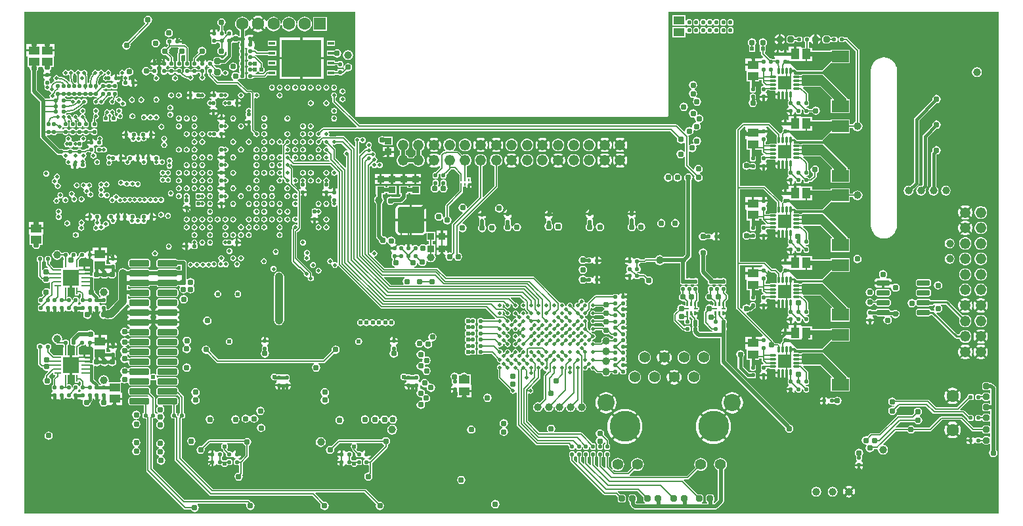
<source format=gbl>
G04*
G04 #@! TF.GenerationSoftware,Altium Limited,Altium Designer,20.2.6 (244)*
G04*
G04 Layer_Physical_Order=6*
G04 Layer_Color=16711680*
%FSLAX23Y23*%
%MOIN*%
G70*
G04*
G04 #@! TF.SameCoordinates,639FE5A6-2B3C-4C9F-8317-67482E68A1A7*
G04*
G04*
G04 #@! TF.FilePolarity,Positive*
G04*
G01*
G75*
%ADD11C,0.010*%
%ADD12C,0.008*%
%ADD13C,0.010*%
%ADD17R,0.043X0.055*%
G04:AMPARAMS|DCode=18|XSize=23mil|YSize=19mil|CornerRadius=5mil|HoleSize=0mil|Usage=FLASHONLY|Rotation=90.000|XOffset=0mil|YOffset=0mil|HoleType=Round|Shape=RoundedRectangle|*
%AMROUNDEDRECTD18*
21,1,0.023,0.009,0,0,90.0*
21,1,0.013,0.019,0,0,90.0*
1,1,0.009,0.005,0.007*
1,1,0.009,0.005,-0.007*
1,1,0.009,-0.005,-0.007*
1,1,0.009,-0.005,0.007*
%
%ADD18ROUNDEDRECTD18*%
G04:AMPARAMS|DCode=21|XSize=21mil|YSize=10mil|CornerRadius=1mil|HoleSize=0mil|Usage=FLASHONLY|Rotation=90.000|XOffset=0mil|YOffset=0mil|HoleType=Round|Shape=RoundedRectangle|*
%AMROUNDEDRECTD21*
21,1,0.021,0.007,0,0,90.0*
21,1,0.018,0.010,0,0,90.0*
1,1,0.003,0.003,0.009*
1,1,0.003,0.003,-0.009*
1,1,0.003,-0.003,-0.009*
1,1,0.003,-0.003,0.009*
%
%ADD21ROUNDEDRECTD21*%
G04:AMPARAMS|DCode=22|XSize=21mil|YSize=9mil|CornerRadius=1mil|HoleSize=0mil|Usage=FLASHONLY|Rotation=180.000|XOffset=0mil|YOffset=0mil|HoleType=Round|Shape=RoundedRectangle|*
%AMROUNDEDRECTD22*
21,1,0.021,0.007,0,0,180.0*
21,1,0.018,0.009,0,0,180.0*
1,1,0.003,-0.009,0.003*
1,1,0.003,0.009,0.003*
1,1,0.003,0.009,-0.003*
1,1,0.003,-0.009,-0.003*
%
%ADD22ROUNDEDRECTD22*%
%ADD23R,0.038X0.032*%
%ADD24C,0.024*%
G04:AMPARAMS|DCode=25|XSize=23mil|YSize=19mil|CornerRadius=5mil|HoleSize=0mil|Usage=FLASHONLY|Rotation=180.000|XOffset=0mil|YOffset=0mil|HoleType=Round|Shape=RoundedRectangle|*
%AMROUNDEDRECTD25*
21,1,0.023,0.009,0,0,180.0*
21,1,0.013,0.019,0,0,180.0*
1,1,0.009,-0.007,0.005*
1,1,0.009,0.007,0.005*
1,1,0.009,0.007,-0.005*
1,1,0.009,-0.007,-0.005*
%
%ADD25ROUNDEDRECTD25*%
%ADD27R,0.032X0.038*%
%ADD28R,0.055X0.043*%
G04:AMPARAMS|DCode=30|XSize=31mil|YSize=31mil|CornerRadius=8mil|HoleSize=0mil|Usage=FLASHONLY|Rotation=270.000|XOffset=0mil|YOffset=0mil|HoleType=Round|Shape=RoundedRectangle|*
%AMROUNDEDRECTD30*
21,1,0.031,0.015,0,0,270.0*
21,1,0.015,0.031,0,0,270.0*
1,1,0.015,-0.008,-0.008*
1,1,0.015,-0.008,0.008*
1,1,0.015,0.008,0.008*
1,1,0.015,0.008,-0.008*
%
%ADD30ROUNDEDRECTD30*%
%ADD51C,0.035*%
%ADD67C,0.028*%
%ADD68C,0.039*%
%ADD72C,0.063*%
%ADD77C,0.020*%
%ADD78C,0.005*%
%ADD79C,0.005*%
%ADD80C,0.005*%
%ADD81C,0.005*%
%ADD82C,0.005*%
%ADD83C,0.118*%
%ADD84C,0.005*%
G04:AMPARAMS|DCode=90|XSize=134mil|YSize=134mil|CornerRadius=13mil|HoleSize=0mil|Usage=FLASHONLY|Rotation=180.000|XOffset=0mil|YOffset=0mil|HoleType=Round|Shape=RoundedRectangle|*
%AMROUNDEDRECTD90*
21,1,0.134,0.107,0,0,180.0*
21,1,0.107,0.134,0,0,180.0*
1,1,0.027,-0.054,0.054*
1,1,0.027,0.054,0.054*
1,1,0.027,0.054,-0.054*
1,1,0.027,-0.054,-0.054*
%
%ADD90ROUNDEDRECTD90*%
%ADD96C,0.039*%
%ADD97C,0.012*%
%ADD98C,0.020*%
%ADD99C,0.016*%
%ADD100C,0.217*%
G04:AMPARAMS|DCode=101|XSize=51mil|YSize=51mil|CornerRadius=20mil|HoleSize=0mil|Usage=FLASHONLY|Rotation=270.000|XOffset=0mil|YOffset=0mil|HoleType=Round|Shape=RoundedRectangle|*
%AMROUNDEDRECTD101*
21,1,0.051,0.010,0,0,270.0*
21,1,0.010,0.051,0,0,270.0*
1,1,0.041,-0.005,-0.005*
1,1,0.041,-0.005,0.005*
1,1,0.041,0.005,0.005*
1,1,0.041,0.005,-0.005*
%
%ADD101ROUNDEDRECTD101*%
%ADD102C,0.063*%
%ADD103R,0.059X0.059*%
%ADD104C,0.055*%
%ADD105C,0.087*%
%ADD106C,0.157*%
G04:AMPARAMS|DCode=107|XSize=51mil|YSize=51mil|CornerRadius=20mil|HoleSize=0mil|Usage=FLASHONLY|Rotation=0.000|XOffset=0mil|YOffset=0mil|HoleType=Round|Shape=RoundedRectangle|*
%AMROUNDEDRECTD107*
21,1,0.051,0.010,0,0,0.0*
21,1,0.010,0.051,0,0,0.0*
1,1,0.041,0.005,-0.005*
1,1,0.041,-0.005,-0.005*
1,1,0.041,-0.005,0.005*
1,1,0.041,0.005,0.005*
%
%ADD107ROUNDEDRECTD107*%
%ADD108C,0.031*%
%ADD111R,0.087X0.059*%
G04:AMPARAMS|DCode=112|XSize=69mil|YSize=69mil|CornerRadius=3mil|HoleSize=0mil|Usage=FLASHONLY|Rotation=90.000|XOffset=0mil|YOffset=0mil|HoleType=Round|Shape=RoundedRectangle|*
%AMROUNDEDRECTD112*
21,1,0.069,0.062,0,0,90.0*
21,1,0.062,0.069,0,0,90.0*
1,1,0.007,0.031,0.031*
1,1,0.007,0.031,-0.031*
1,1,0.007,-0.031,-0.031*
1,1,0.007,-0.031,0.031*
%
%ADD112ROUNDEDRECTD112*%
G04:AMPARAMS|DCode=113|XSize=31mil|YSize=12mil|CornerRadius=3mil|HoleSize=0mil|Usage=FLASHONLY|Rotation=90.000|XOffset=0mil|YOffset=0mil|HoleType=Round|Shape=RoundedRectangle|*
%AMROUNDEDRECTD113*
21,1,0.031,0.006,0,0,90.0*
21,1,0.026,0.012,0,0,90.0*
1,1,0.006,0.003,0.013*
1,1,0.006,0.003,-0.013*
1,1,0.006,-0.003,-0.013*
1,1,0.006,-0.003,0.013*
%
%ADD113ROUNDEDRECTD113*%
G04:AMPARAMS|DCode=114|XSize=31mil|YSize=12mil|CornerRadius=3mil|HoleSize=0mil|Usage=FLASHONLY|Rotation=180.000|XOffset=0mil|YOffset=0mil|HoleType=Round|Shape=RoundedRectangle|*
%AMROUNDEDRECTD114*
21,1,0.031,0.006,0,0,180.0*
21,1,0.026,0.012,0,0,180.0*
1,1,0.006,-0.013,0.003*
1,1,0.006,0.013,0.003*
1,1,0.006,0.013,-0.003*
1,1,0.006,-0.013,-0.003*
%
%ADD114ROUNDEDRECTD114*%
G04:AMPARAMS|DCode=115|XSize=31mil|YSize=31mil|CornerRadius=8mil|HoleSize=0mil|Usage=FLASHONLY|Rotation=180.000|XOffset=0mil|YOffset=0mil|HoleType=Round|Shape=RoundedRectangle|*
%AMROUNDEDRECTD115*
21,1,0.031,0.015,0,0,180.0*
21,1,0.015,0.031,0,0,180.0*
1,1,0.015,-0.008,0.008*
1,1,0.015,0.008,0.008*
1,1,0.015,0.008,-0.008*
1,1,0.015,-0.008,-0.008*
%
%ADD115ROUNDEDRECTD115*%
%ADD116R,0.011X0.033*%
%ADD117R,0.033X0.011*%
%ADD118R,0.081X0.081*%
%ADD119R,0.203X0.189*%
%ADD120R,0.032X0.017*%
%ADD121R,0.008X0.012*%
%ADD122R,0.008X0.014*%
G04:AMPARAMS|DCode=123|XSize=28mil|YSize=67mil|CornerRadius=7mil|HoleSize=0mil|Usage=FLASHONLY|Rotation=270.000|XOffset=0mil|YOffset=0mil|HoleType=Round|Shape=RoundedRectangle|*
%AMROUNDEDRECTD123*
21,1,0.028,0.053,0,0,270.0*
21,1,0.014,0.067,0,0,270.0*
1,1,0.014,-0.027,-0.007*
1,1,0.014,-0.027,0.007*
1,1,0.014,0.027,0.007*
1,1,0.014,0.027,-0.007*
%
%ADD123ROUNDEDRECTD123*%
%ADD124R,0.020X0.024*%
G04:AMPARAMS|DCode=125|XSize=31mil|YSize=102mil|CornerRadius=8mil|HoleSize=0mil|Usage=FLASHONLY|Rotation=90.000|XOffset=0mil|YOffset=0mil|HoleType=Round|Shape=RoundedRectangle|*
%AMROUNDEDRECTD125*
21,1,0.031,0.087,0,0,90.0*
21,1,0.016,0.102,0,0,90.0*
1,1,0.016,0.043,0.008*
1,1,0.016,0.043,-0.008*
1,1,0.016,-0.043,-0.008*
1,1,0.016,-0.043,0.008*
%
%ADD125ROUNDEDRECTD125*%
%ADD126C,0.019*%
G36*
X4953Y7D02*
X7D01*
Y2552D01*
X1686D01*
Y2028D01*
X1686Y2028D01*
X1686Y2025D01*
X1688Y2022D01*
X1690Y2021D01*
X1693Y2020D01*
X3268D01*
X3270Y2021D01*
X3273Y2022D01*
X3274Y2025D01*
X3275Y2028D01*
Y2552D01*
X4953D01*
Y7D01*
D02*
G37*
%LPC*%
G36*
X3491Y2517D02*
X3481D01*
X3478Y2516D01*
X3474Y2514D01*
X3472Y2511D01*
X3472Y2510D01*
X3467D01*
X3467Y2511D01*
X3465Y2514D01*
X3461Y2516D01*
X3457Y2517D01*
X3448D01*
X3444Y2516D01*
X3441Y2514D01*
X3439Y2511D01*
X3438Y2507D01*
Y2493D01*
X3439Y2489D01*
X3441Y2486D01*
X3444Y2484D01*
X3448Y2483D01*
X3457D01*
X3461Y2484D01*
X3465Y2486D01*
X3467Y2489D01*
X3467Y2490D01*
X3472D01*
X3472Y2489D01*
X3474Y2486D01*
X3478Y2484D01*
X3481Y2483D01*
X3491D01*
X3495Y2484D01*
X3498Y2486D01*
X3500Y2489D01*
X3500Y2490D01*
X3506D01*
X3506Y2489D01*
X3508Y2486D01*
X3511Y2484D01*
X3515Y2483D01*
X3524D01*
X3528Y2484D01*
X3532Y2486D01*
X3534Y2489D01*
X3534Y2493D01*
Y2507D01*
X3534Y2511D01*
X3532Y2514D01*
X3528Y2516D01*
X3524Y2517D01*
X3515D01*
X3511Y2516D01*
X3508Y2514D01*
X3506Y2511D01*
X3506Y2510D01*
X3500D01*
X3500Y2511D01*
X3498Y2514D01*
X3495Y2516D01*
X3491Y2517D01*
D02*
G37*
G36*
X1193Y2534D02*
X1182Y2533D01*
X1172Y2528D01*
X1168Y2525D01*
X1193Y2500D01*
X1218Y2525D01*
X1214Y2528D01*
X1204Y2533D01*
X1193Y2534D01*
D02*
G37*
G36*
X1429Y2529D02*
X1420Y2528D01*
X1411Y2524D01*
X1403Y2518D01*
X1397Y2511D01*
X1393Y2502D01*
X1393Y2496D01*
X1392Y2493D01*
X1387D01*
X1387Y2496D01*
X1386Y2502D01*
X1382Y2511D01*
X1377Y2518D01*
X1369Y2524D01*
X1360Y2528D01*
X1350Y2529D01*
X1341Y2528D01*
X1332Y2524D01*
X1324Y2518D01*
X1318Y2511D01*
X1315Y2502D01*
X1314Y2496D01*
X1314Y2493D01*
X1309D01*
X1308Y2496D01*
X1307Y2502D01*
X1304Y2511D01*
X1298Y2518D01*
X1290Y2524D01*
X1281Y2528D01*
X1272Y2529D01*
X1262Y2528D01*
X1253Y2524D01*
X1246Y2518D01*
X1240Y2511D01*
X1238Y2506D01*
X1232D01*
X1229Y2513D01*
X1226Y2517D01*
X1201Y2492D01*
X1226Y2467D01*
X1229Y2471D01*
X1232Y2479D01*
X1238D01*
X1240Y2474D01*
X1246Y2466D01*
X1253Y2460D01*
X1262Y2456D01*
X1272Y2455D01*
X1281Y2456D01*
X1290Y2460D01*
X1298Y2466D01*
X1304Y2474D01*
X1307Y2483D01*
X1308Y2488D01*
X1309Y2491D01*
X1314D01*
X1314Y2488D01*
X1315Y2483D01*
X1318Y2474D01*
X1324Y2466D01*
X1332Y2460D01*
X1341Y2456D01*
X1350Y2455D01*
X1360Y2456D01*
X1369Y2460D01*
X1377Y2466D01*
X1382Y2474D01*
X1386Y2483D01*
X1387Y2488D01*
X1387Y2491D01*
X1392D01*
X1393Y2488D01*
X1393Y2483D01*
X1397Y2474D01*
X1403Y2466D01*
X1411Y2460D01*
X1420Y2456D01*
X1429Y2455D01*
X1439Y2456D01*
X1448Y2460D01*
X1455Y2466D01*
X1461Y2474D01*
X1465Y2483D01*
X1466Y2492D01*
X1465Y2502D01*
X1461Y2511D01*
X1455Y2518D01*
X1448Y2524D01*
X1439Y2528D01*
X1429Y2529D01*
D02*
G37*
G36*
X3595Y2517D02*
X3586D01*
X3582Y2516D01*
X3579Y2514D01*
X3577Y2511D01*
X3576Y2507D01*
Y2493D01*
X3577Y2489D01*
X3579Y2486D01*
X3582Y2484D01*
X3586Y2483D01*
X3595D01*
X3599Y2484D01*
X3602Y2486D01*
X3605Y2489D01*
X3605Y2493D01*
Y2507D01*
X3605Y2511D01*
X3602Y2514D01*
X3599Y2516D01*
X3595Y2517D01*
D02*
G37*
G36*
X3560D02*
X3550D01*
X3547Y2516D01*
X3543Y2514D01*
X3541Y2511D01*
X3540Y2507D01*
Y2493D01*
X3541Y2489D01*
X3543Y2486D01*
X3547Y2484D01*
X3550Y2483D01*
X3560D01*
X3564Y2484D01*
X3567Y2486D01*
X3569Y2489D01*
X3570Y2493D01*
Y2507D01*
X3569Y2511D01*
X3567Y2514D01*
X3564Y2516D01*
X3560Y2517D01*
D02*
G37*
G36*
X3422D02*
X3413D01*
X3409Y2516D01*
X3406Y2514D01*
X3403Y2511D01*
X3403Y2507D01*
Y2493D01*
X3403Y2489D01*
X3406Y2486D01*
X3409Y2484D01*
X3413Y2483D01*
X3422D01*
X3426Y2484D01*
X3429Y2486D01*
X3431Y2489D01*
X3432Y2493D01*
Y2507D01*
X3431Y2511D01*
X3429Y2514D01*
X3426Y2516D01*
X3422Y2517D01*
D02*
G37*
G36*
X3363Y2537D02*
X3298D01*
Y2483D01*
X3363D01*
Y2488D01*
X3365Y2489D01*
X3368Y2489D01*
X3370Y2486D01*
X3373Y2484D01*
X3377Y2483D01*
X3387D01*
X3390Y2484D01*
X3394Y2486D01*
X3396Y2489D01*
X3397Y2493D01*
Y2507D01*
X3396Y2511D01*
X3394Y2514D01*
X3390Y2516D01*
X3387Y2517D01*
X3377D01*
X3373Y2516D01*
X3370Y2514D01*
X3368Y2511D01*
X3365Y2511D01*
X3363Y2512D01*
Y2537D01*
D02*
G37*
G36*
X3491Y2477D02*
X3481D01*
X3478Y2477D01*
X3474Y2474D01*
X3472Y2471D01*
X3472Y2470D01*
X3467D01*
X3467Y2471D01*
X3465Y2474D01*
X3461Y2477D01*
X3457Y2477D01*
X3448D01*
X3444Y2477D01*
X3441Y2474D01*
X3439Y2471D01*
X3438Y2467D01*
Y2454D01*
X3439Y2450D01*
X3441Y2447D01*
X3444Y2445D01*
X3448Y2444D01*
X3457D01*
X3461Y2445D01*
X3465Y2447D01*
X3467Y2450D01*
X3467Y2451D01*
X3472D01*
X3472Y2450D01*
X3474Y2447D01*
X3478Y2445D01*
X3481Y2444D01*
X3491D01*
X3495Y2445D01*
X3498Y2447D01*
X3500Y2450D01*
X3500Y2451D01*
X3506D01*
X3506Y2450D01*
X3508Y2447D01*
X3511Y2445D01*
X3515Y2444D01*
X3524D01*
X3528Y2445D01*
X3532Y2447D01*
X3534Y2450D01*
X3534Y2454D01*
Y2467D01*
X3534Y2471D01*
X3532Y2474D01*
X3528Y2477D01*
X3524Y2477D01*
X3515D01*
X3511Y2477D01*
X3508Y2474D01*
X3506Y2471D01*
X3506Y2470D01*
X3500D01*
X3500Y2471D01*
X3498Y2474D01*
X3495Y2477D01*
X3491Y2477D01*
D02*
G37*
G36*
X1543Y2527D02*
X1473D01*
Y2457D01*
X1543D01*
Y2527D01*
D02*
G37*
G36*
X964Y2466D02*
X959Y2465D01*
X954Y2462D01*
X951Y2457D01*
X950Y2452D01*
Y2451D01*
X964D01*
Y2466D01*
D02*
G37*
G36*
X1193Y2484D02*
X1168Y2459D01*
X1172Y2456D01*
X1182Y2452D01*
X1193Y2450D01*
X1204Y2452D01*
X1214Y2456D01*
X1218Y2459D01*
X1193Y2484D01*
D02*
G37*
G36*
X3595Y2477D02*
X3586D01*
X3582Y2477D01*
X3579Y2474D01*
X3577Y2471D01*
X3576Y2467D01*
Y2454D01*
X3577Y2450D01*
X3579Y2447D01*
X3582Y2445D01*
X3586Y2444D01*
X3595D01*
X3599Y2445D01*
X3602Y2447D01*
X3605Y2450D01*
X3605Y2454D01*
Y2467D01*
X3605Y2471D01*
X3602Y2474D01*
X3599Y2477D01*
X3595Y2477D01*
D02*
G37*
G36*
X3560D02*
X3550D01*
X3547Y2477D01*
X3543Y2474D01*
X3541Y2471D01*
X3540Y2467D01*
Y2454D01*
X3541Y2450D01*
X3543Y2447D01*
X3547Y2445D01*
X3550Y2444D01*
X3560D01*
X3564Y2445D01*
X3567Y2447D01*
X3569Y2450D01*
X3570Y2454D01*
Y2467D01*
X3569Y2471D01*
X3567Y2474D01*
X3564Y2477D01*
X3560Y2477D01*
D02*
G37*
G36*
X3422D02*
X3413D01*
X3409Y2477D01*
X3406Y2474D01*
X3403Y2471D01*
X3403Y2467D01*
Y2454D01*
X3403Y2450D01*
X3406Y2447D01*
X3409Y2445D01*
X3413Y2444D01*
X3422D01*
X3426Y2445D01*
X3429Y2447D01*
X3431Y2450D01*
X3432Y2454D01*
Y2467D01*
X3431Y2471D01*
X3429Y2474D01*
X3426Y2477D01*
X3422Y2477D01*
D02*
G37*
G36*
X3363Y2478D02*
X3298D01*
Y2424D01*
X3363D01*
Y2449D01*
X3365Y2449D01*
X3368Y2449D01*
X3370Y2447D01*
X3373Y2445D01*
X3377Y2444D01*
X3387D01*
X3390Y2445D01*
X3394Y2447D01*
X3396Y2450D01*
X3397Y2454D01*
Y2467D01*
X3396Y2471D01*
X3394Y2474D01*
X3390Y2477D01*
X3387Y2477D01*
X3377D01*
X3373Y2477D01*
X3370Y2474D01*
X3368Y2472D01*
X3365Y2472D01*
X3363Y2473D01*
Y2478D01*
D02*
G37*
G36*
X1114Y2529D02*
X1105Y2528D01*
X1096Y2524D01*
X1088Y2518D01*
X1082Y2511D01*
X1078Y2502D01*
X1077Y2492D01*
X1078Y2483D01*
X1082Y2474D01*
X1088Y2466D01*
X1096Y2460D01*
X1101Y2458D01*
Y2431D01*
X1095D01*
X1094Y2432D01*
X1087Y2437D01*
X1079Y2439D01*
X1071Y2437D01*
X1066Y2434D01*
X1062Y2437D01*
X1062Y2438D01*
Y2452D01*
X1061Y2455D01*
X1059Y2459D01*
X1056Y2461D01*
X1052Y2462D01*
X1043D01*
X1039Y2461D01*
X1035Y2459D01*
X1033Y2455D01*
X1032Y2452D01*
Y2445D01*
X1029Y2441D01*
X1024Y2443D01*
Y2452D01*
X1023Y2455D01*
X1021Y2459D01*
X1018Y2460D01*
Y2482D01*
X1023Y2485D01*
X1028Y2492D01*
X1029Y2500D01*
X1028Y2508D01*
X1023Y2515D01*
X1016Y2520D01*
X1008Y2521D01*
X1000Y2520D01*
X993Y2515D01*
X988Y2508D01*
X987Y2500D01*
X988Y2492D01*
X993Y2485D01*
X1000Y2480D01*
Y2460D01*
X997Y2459D01*
X995Y2455D01*
X994Y2452D01*
X989D01*
X988Y2457D01*
X985Y2462D01*
X980Y2465D01*
X975Y2466D01*
Y2445D01*
X969D01*
Y2439D01*
X950D01*
Y2438D01*
X951Y2432D01*
X954Y2428D01*
X958Y2425D01*
X958Y2421D01*
X958Y2419D01*
X958Y2419D01*
X955Y2416D01*
X955Y2412D01*
Y2399D01*
X955Y2395D01*
X958Y2392D01*
X961Y2390D01*
X965Y2389D01*
X974D01*
X978Y2390D01*
X981Y2392D01*
X983Y2395D01*
X984Y2397D01*
X994D01*
X995Y2395D01*
X997Y2392D01*
X1000Y2390D01*
Y2374D01*
X993Y2369D01*
X988Y2362D01*
X987Y2354D01*
X988Y2346D01*
X993Y2339D01*
X1000Y2335D01*
X1008Y2333D01*
X1016Y2335D01*
X1023Y2339D01*
X1028Y2346D01*
X1028Y2350D01*
X1034Y2351D01*
X1034Y2351D01*
Y2336D01*
X1014Y2316D01*
X1008D01*
X1005Y2320D01*
X1001Y2323D01*
X996Y2324D01*
X981D01*
X976Y2323D01*
X971Y2320D01*
X968Y2316D01*
X967Y2311D01*
Y2306D01*
X967Y2305D01*
X961Y2305D01*
X957Y2307D01*
X954Y2308D01*
X944D01*
X940Y2307D01*
X937Y2305D01*
X935Y2302D01*
X935Y2301D01*
X930D01*
X929Y2304D01*
X926Y2309D01*
X921Y2312D01*
X916Y2313D01*
Y2291D01*
X905D01*
Y2313D01*
X900Y2312D01*
X895Y2309D01*
X892Y2304D01*
X891Y2298D01*
X886Y2298D01*
X885Y2302D01*
X883Y2305D01*
X880Y2307D01*
Y2312D01*
X903Y2334D01*
X909Y2333D01*
X918Y2335D01*
X924Y2339D01*
X929Y2346D01*
X931Y2354D01*
X929Y2362D01*
X924Y2369D01*
X918Y2374D01*
X909Y2376D01*
X901Y2374D01*
X894Y2369D01*
X890Y2362D01*
X888Y2354D01*
X890Y2347D01*
X865Y2322D01*
X863Y2319D01*
X862Y2316D01*
X862Y2316D01*
Y2307D01*
X859Y2305D01*
X857Y2302D01*
X856Y2298D01*
Y2285D01*
X857Y2281D01*
X859Y2278D01*
X862Y2275D01*
X866Y2275D01*
X876D01*
X880Y2275D01*
X883Y2278D01*
X885Y2281D01*
X886Y2285D01*
X891Y2285D01*
X892Y2279D01*
X895Y2274D01*
X899Y2272D01*
X899Y2267D01*
X899Y2266D01*
X899Y2266D01*
X896Y2263D01*
X896Y2260D01*
X886D01*
X885Y2263D01*
X883Y2266D01*
X880Y2268D01*
X876Y2269D01*
X866D01*
X862Y2268D01*
X859Y2266D01*
X857Y2263D01*
X857Y2260D01*
X846D01*
X846Y2263D01*
X844Y2266D01*
X840Y2268D01*
X836Y2269D01*
X827D01*
X823Y2268D01*
X820Y2266D01*
X818Y2263D01*
X817Y2259D01*
Y2249D01*
X812Y2245D01*
X811Y2245D01*
X810Y2245D01*
X810Y2245D01*
X810Y2245D01*
X807Y2248D01*
Y2259D01*
X806Y2263D01*
X804Y2266D01*
X801Y2268D01*
X797Y2269D01*
X788D01*
X784Y2268D01*
X781Y2266D01*
X778Y2263D01*
X778Y2260D01*
X768D01*
X767Y2263D01*
X765Y2266D01*
X762Y2268D01*
X758Y2269D01*
X748D01*
X744Y2268D01*
X741Y2266D01*
X739Y2263D01*
X738Y2260D01*
X730D01*
X730Y2263D01*
X727Y2266D01*
X727Y2266D01*
X727Y2267D01*
X727Y2272D01*
X731Y2274D01*
X734Y2279D01*
X734Y2280D01*
X736Y2280D01*
X739Y2280D01*
X741Y2278D01*
X744Y2275D01*
X748Y2275D01*
X758D01*
X762Y2275D01*
X765Y2278D01*
X767Y2281D01*
X768Y2285D01*
Y2298D01*
X767Y2302D01*
X765Y2305D01*
X762Y2307D01*
Y2322D01*
X761Y2325D01*
X759Y2328D01*
X740Y2347D01*
X742Y2354D01*
X740Y2361D01*
X751Y2371D01*
X751Y2371D01*
X751Y2372D01*
X787D01*
X790Y2367D01*
X787Y2362D01*
X786Y2354D01*
X787Y2347D01*
X786Y2346D01*
X784Y2343D01*
X783Y2340D01*
X783Y2340D01*
Y2307D01*
X781Y2305D01*
X778Y2302D01*
X778Y2298D01*
Y2285D01*
X778Y2281D01*
X781Y2278D01*
X784Y2275D01*
X788Y2275D01*
X797D01*
X801Y2275D01*
X804Y2278D01*
X806Y2281D01*
X807Y2285D01*
Y2298D01*
X806Y2302D01*
X804Y2305D01*
X802Y2307D01*
Y2330D01*
X805Y2333D01*
X807Y2333D01*
X815Y2335D01*
X817Y2336D01*
X822Y2334D01*
Y2307D01*
X820Y2305D01*
X818Y2302D01*
X817Y2298D01*
Y2285D01*
X818Y2281D01*
X820Y2278D01*
X823Y2275D01*
X827Y2275D01*
X836D01*
X840Y2275D01*
X844Y2278D01*
X846Y2281D01*
X846Y2285D01*
Y2298D01*
X846Y2302D01*
X844Y2305D01*
X841Y2307D01*
Y2369D01*
X840Y2373D01*
X838Y2376D01*
X826Y2387D01*
X823Y2389D01*
X820Y2390D01*
X820Y2390D01*
X809D01*
X805Y2395D01*
X805Y2396D01*
X783D01*
Y2402D01*
X778D01*
Y2421D01*
X777D01*
X771Y2420D01*
X766Y2417D01*
X764Y2413D01*
X759Y2413D01*
X758Y2413D01*
X758Y2413D01*
X755Y2416D01*
X751Y2416D01*
X737D01*
X734Y2416D01*
X730Y2413D01*
X728Y2410D01*
X727Y2406D01*
Y2397D01*
X728Y2393D01*
X730Y2390D01*
X734Y2388D01*
X735Y2387D01*
Y2382D01*
X727Y2374D01*
X720Y2376D01*
X712Y2374D01*
X705Y2369D01*
X701Y2362D01*
X699Y2354D01*
X701Y2346D01*
X705Y2339D01*
X712Y2335D01*
X720Y2333D01*
X727Y2334D01*
X744Y2318D01*
Y2307D01*
X741Y2305D01*
X739Y2303D01*
X736Y2303D01*
X734Y2303D01*
X734Y2304D01*
X731Y2309D01*
X726Y2312D01*
X721Y2313D01*
Y2291D01*
X716D01*
Y2285D01*
X696D01*
Y2285D01*
X697Y2279D01*
X700Y2274D01*
X704Y2272D01*
X704Y2267D01*
X704Y2266D01*
X704Y2266D01*
X702Y2263D01*
X701Y2259D01*
Y2245D01*
X702Y2241D01*
X704Y2238D01*
X707Y2236D01*
X711Y2235D01*
X720D01*
X724Y2236D01*
X727Y2238D01*
X730Y2241D01*
X730Y2244D01*
X738D01*
X739Y2241D01*
X741Y2238D01*
X744Y2236D01*
X748Y2235D01*
X758D01*
X762Y2236D01*
X765Y2238D01*
X767Y2241D01*
X768Y2244D01*
X778D01*
X778Y2241D01*
X781Y2238D01*
X784Y2236D01*
X788Y2235D01*
X795D01*
X799Y2234D01*
X799D01*
X810Y2225D01*
X823Y2218D01*
X836Y2214D01*
X837Y2214D01*
X840Y2210D01*
X845Y2206D01*
X850Y2205D01*
X856Y2206D01*
X861Y2210D01*
X864Y2215D01*
X866Y2220D01*
X864Y2226D01*
X863Y2228D01*
X861Y2232D01*
X861Y2232D01*
D01*
X862Y2236D01*
X863Y2236D01*
X866Y2235D01*
X876D01*
X880Y2236D01*
X883Y2238D01*
X885Y2241D01*
X886Y2244D01*
X896D01*
X896Y2241D01*
X899Y2238D01*
X899Y2238D01*
X899Y2232D01*
X899Y2231D01*
X895Y2226D01*
X894Y2220D01*
X895Y2215D01*
X899Y2210D01*
X904Y2206D01*
X909Y2205D01*
X915Y2206D01*
X920Y2210D01*
X924Y2215D01*
X925Y2220D01*
X924Y2226D01*
X920Y2231D01*
X920Y2231D01*
X920Y2232D01*
X920Y2237D01*
X922Y2238D01*
X924Y2241D01*
X925Y2245D01*
Y2259D01*
X924Y2263D01*
X922Y2266D01*
X922Y2266D01*
X922Y2267D01*
X922Y2272D01*
X926Y2274D01*
X929Y2279D01*
X930Y2282D01*
X935D01*
X935Y2281D01*
X937Y2278D01*
X940Y2275D01*
X944Y2275D01*
X946D01*
X947Y2274D01*
X944Y2269D01*
X940Y2268D01*
X937Y2266D01*
X935Y2263D01*
X934Y2259D01*
Y2245D01*
X935Y2241D01*
X937Y2238D01*
X940Y2236D01*
Y2232D01*
X940Y2232D01*
X940Y2229D01*
X942Y2226D01*
X982Y2186D01*
X985Y2184D01*
X988Y2184D01*
X988Y2184D01*
X1088D01*
X1128Y2143D01*
X1129Y2142D01*
X1132Y2140D01*
X1135Y2140D01*
X1139Y2140D01*
X1141Y2142D01*
X1154D01*
X1158Y2139D01*
Y2067D01*
X1153Y2065D01*
X1152Y2065D01*
X1146Y2066D01*
X1140Y2065D01*
X1135Y2062D01*
X1132Y2057D01*
X1130Y2051D01*
X1132Y2045D01*
X1132Y2045D01*
X1132Y2044D01*
X1131Y2040D01*
Y2027D01*
X1132Y2023D01*
X1134Y2020D01*
X1134Y2019D01*
X1134Y2018D01*
X1134Y2014D01*
X1130Y2011D01*
X1127Y2007D01*
X1126Y2001D01*
Y2000D01*
X1146D01*
Y1994D01*
X1152D01*
Y1973D01*
X1153Y1973D01*
X1158Y1969D01*
Y1953D01*
X1158Y1953D01*
X1158Y1950D01*
X1160Y1947D01*
X1171Y1937D01*
X1170Y1933D01*
X1171Y1927D01*
X1174Y1922D01*
X1179Y1919D01*
X1185Y1918D01*
X1191Y1919D01*
X1196Y1922D01*
X1199Y1927D01*
X1200Y1933D01*
X1199Y1939D01*
X1196Y1944D01*
X1191Y1947D01*
X1185Y1948D01*
X1181Y1948D01*
X1173Y1956D01*
Y2114D01*
X1178Y2117D01*
X1179Y2116D01*
X1185Y2115D01*
X1191Y2116D01*
X1196Y2119D01*
X1199Y2124D01*
X1200Y2130D01*
X1199Y2136D01*
X1196Y2141D01*
X1191Y2144D01*
X1185Y2145D01*
X1179Y2144D01*
X1178Y2143D01*
X1173Y2145D01*
X1172Y2145D01*
X1171Y2147D01*
X1171Y2147D01*
X1163Y2155D01*
X1160Y2157D01*
X1157Y2157D01*
X1157Y2157D01*
X1140D01*
X1098Y2199D01*
X1095Y2201D01*
X1091Y2202D01*
X1091Y2202D01*
X1091D01*
X1090Y2203D01*
X1091Y2210D01*
X1094Y2211D01*
X1096Y2214D01*
X1100Y2217D01*
X1104Y2214D01*
X1107Y2214D01*
X1121D01*
X1125Y2214D01*
X1128Y2217D01*
X1130Y2220D01*
X1131Y2224D01*
Y2233D01*
X1130Y2237D01*
X1128Y2240D01*
X1127Y2241D01*
Y2248D01*
X1128Y2248D01*
X1130Y2251D01*
X1131Y2255D01*
Y2265D01*
X1130Y2268D01*
X1128Y2272D01*
X1127Y2272D01*
Y2279D01*
X1128Y2280D01*
X1130Y2283D01*
X1131Y2287D01*
Y2296D01*
X1130Y2300D01*
X1128Y2303D01*
X1127Y2304D01*
Y2311D01*
X1128Y2311D01*
X1130Y2314D01*
X1131Y2318D01*
Y2328D01*
X1130Y2331D01*
X1128Y2335D01*
X1127Y2335D01*
Y2342D01*
X1128Y2343D01*
X1130Y2346D01*
X1131Y2350D01*
Y2359D01*
X1130Y2363D01*
X1128Y2366D01*
X1128Y2371D01*
X1130Y2372D01*
X1136Y2371D01*
X1136Y2370D01*
X1137Y2370D01*
X1140Y2366D01*
X1138Y2363D01*
X1137Y2359D01*
Y2350D01*
X1138Y2346D01*
X1140Y2343D01*
X1141Y2341D01*
X1142Y2341D01*
X1142Y2336D01*
X1141Y2336D01*
X1140Y2335D01*
X1138Y2331D01*
X1137Y2328D01*
Y2318D01*
X1138Y2314D01*
X1140Y2311D01*
X1141Y2310D01*
X1142Y2309D01*
Y2305D01*
X1141Y2304D01*
X1140Y2303D01*
X1138Y2300D01*
X1137Y2296D01*
Y2287D01*
X1138Y2283D01*
X1140Y2280D01*
X1141Y2278D01*
X1142Y2278D01*
Y2273D01*
X1141Y2273D01*
X1140Y2272D01*
X1138Y2268D01*
X1137Y2265D01*
Y2255D01*
X1138Y2251D01*
X1140Y2248D01*
X1141Y2247D01*
X1142Y2246D01*
X1142Y2242D01*
X1141Y2241D01*
X1140Y2240D01*
X1138Y2237D01*
X1137Y2233D01*
Y2224D01*
X1138Y2220D01*
X1140Y2217D01*
X1143Y2214D01*
X1147Y2214D01*
X1160D01*
X1164Y2214D01*
X1167Y2217D01*
X1167Y2217D01*
X1173D01*
Y2219D01*
X1225D01*
X1225Y2219D01*
X1229Y2220D01*
X1232Y2222D01*
X1240Y2230D01*
X1243Y2229D01*
Y2229D01*
X1285D01*
Y2256D01*
X1243D01*
X1239Y2253D01*
X1237Y2252D01*
X1234Y2250D01*
X1221Y2238D01*
X1179D01*
X1179Y2238D01*
X1182Y2244D01*
X1184Y2244D01*
X1189Y2248D01*
X1190Y2249D01*
X1195D01*
X1196Y2248D01*
X1202Y2244D01*
X1209Y2243D01*
X1215Y2244D01*
X1221Y2248D01*
X1225Y2253D01*
X1226Y2260D01*
X1225Y2266D01*
X1221Y2272D01*
X1218Y2274D01*
Y2291D01*
X1218Y2291D01*
X1217Y2295D01*
X1215Y2298D01*
X1215Y2298D01*
X1184Y2329D01*
X1181Y2331D01*
X1177Y2332D01*
X1175Y2334D01*
X1175Y2336D01*
X1181Y2338D01*
X1181Y2337D01*
X1184Y2335D01*
X1188Y2334D01*
X1243D01*
Y2329D01*
X1285D01*
Y2356D01*
X1243D01*
Y2353D01*
X1192D01*
X1184Y2361D01*
X1181Y2363D01*
X1177Y2364D01*
X1173Y2366D01*
Y2374D01*
X1174Y2375D01*
X1175Y2381D01*
Y2391D01*
X1174Y2396D01*
X1173Y2398D01*
Y2406D01*
X1174Y2407D01*
X1175Y2413D01*
Y2422D01*
X1174Y2428D01*
X1171Y2433D01*
X1166Y2436D01*
X1160Y2437D01*
X1147D01*
X1141Y2436D01*
X1136Y2433D01*
X1136Y2432D01*
X1130Y2431D01*
X1127Y2433D01*
Y2458D01*
X1133Y2460D01*
X1140Y2466D01*
X1146Y2474D01*
X1148Y2479D01*
X1154D01*
X1157Y2471D01*
X1160Y2467D01*
X1185Y2492D01*
X1160Y2517D01*
X1157Y2513D01*
X1154Y2506D01*
X1148D01*
X1146Y2511D01*
X1140Y2518D01*
X1133Y2524D01*
X1124Y2528D01*
X1114Y2529D01*
D02*
G37*
G36*
X4018Y2439D02*
X4016D01*
X4009Y2438D01*
X4003Y2434D01*
X3999Y2428D01*
X3999Y2427D01*
X3996Y2426D01*
X3994Y2425D01*
X3991Y2427D01*
X3987Y2428D01*
X3974D01*
X3970Y2427D01*
X3967Y2425D01*
X3964Y2422D01*
X3964Y2418D01*
Y2409D01*
X3964Y2405D01*
X3967Y2402D01*
X3970Y2399D01*
X3971Y2399D01*
Y2371D01*
X3952D01*
X3951Y2376D01*
Y2376D01*
X3925D01*
Y2339D01*
X3913D01*
Y2376D01*
X3888D01*
Y2360D01*
X3883Y2358D01*
X3881Y2359D01*
X3876Y2360D01*
Y2339D01*
X3864D01*
Y2360D01*
X3860Y2359D01*
X3855Y2356D01*
X3853Y2354D01*
X3847D01*
X3846Y2356D01*
X3841Y2359D01*
X3837Y2360D01*
Y2339D01*
X3831D01*
Y2333D01*
X3811D01*
Y2332D01*
X3812Y2326D01*
X3815Y2321D01*
X3816Y2321D01*
X3817Y2315D01*
X3815Y2312D01*
X3808D01*
X3807Y2313D01*
X3804Y2315D01*
X3800Y2316D01*
X3794D01*
X3765Y2344D01*
X3766Y2349D01*
X3771D01*
Y2383D01*
X3771Y2383D01*
X3776Y2389D01*
X3777Y2398D01*
X3776Y2406D01*
X3771Y2413D01*
X3764Y2417D01*
X3756Y2419D01*
X3748Y2417D01*
X3741Y2413D01*
X3736Y2406D01*
X3735Y2398D01*
X3736Y2389D01*
X3741Y2383D01*
X3741Y2383D01*
Y2349D01*
X3747D01*
Y2341D01*
X3747Y2341D01*
X3747Y2337D01*
X3749Y2334D01*
X3758Y2326D01*
X3756Y2321D01*
X3755D01*
X3749Y2320D01*
X3747Y2318D01*
X3742Y2317D01*
X3742Y2317D01*
X3742Y2317D01*
X3711D01*
Y2285D01*
X3705D01*
Y2280D01*
X3667D01*
Y2254D01*
X3667D01*
X3672Y2253D01*
Y2200D01*
X3691D01*
Y2173D01*
X3691Y2172D01*
X3690Y2168D01*
Y2155D01*
X3691Y2151D01*
X3693Y2148D01*
X3696Y2145D01*
X3700Y2145D01*
X3709D01*
X3713Y2145D01*
X3717Y2148D01*
X3719Y2151D01*
X3719Y2155D01*
Y2168D01*
X3719Y2172D01*
X3718Y2173D01*
Y2200D01*
X3737D01*
Y2207D01*
X3751D01*
Y2197D01*
X3751Y2197D01*
X3751Y2193D01*
X3753Y2190D01*
X3760Y2183D01*
X3758Y2178D01*
X3755D01*
X3751Y2177D01*
X3748Y2175D01*
X3746Y2172D01*
X3745Y2168D01*
Y2155D01*
X3746Y2151D01*
X3748Y2148D01*
X3748Y2147D01*
X3749Y2146D01*
X3748Y2142D01*
X3745Y2139D01*
X3741Y2134D01*
X3740Y2129D01*
Y2128D01*
X3760D01*
X3780D01*
Y2129D01*
X3778Y2134D01*
X3775Y2139D01*
X3772Y2142D01*
X3771Y2146D01*
X3771Y2147D01*
X3772Y2148D01*
X3774Y2151D01*
X3775Y2155D01*
Y2156D01*
X3789D01*
X3791Y2154D01*
X3794Y2154D01*
X3816D01*
X3821Y2149D01*
X3821Y2149D01*
X3820Y2148D01*
Y2141D01*
X3837D01*
Y2135D01*
X3843D01*
Y2110D01*
X3845Y2110D01*
X3846Y2112D01*
X3848Y2110D01*
X3850Y2110D01*
Y2135D01*
X3862D01*
Y2110D01*
X3864Y2110D01*
X3866Y2112D01*
X3868Y2110D01*
X3870Y2110D01*
Y2135D01*
X3882D01*
Y2110D01*
X3883Y2109D01*
X3886Y2104D01*
X3884Y2101D01*
X3883Y2097D01*
Y2084D01*
X3884Y2080D01*
X3886Y2077D01*
X3886Y2077D01*
X3886Y2075D01*
X3886Y2071D01*
X3882Y2068D01*
X3879Y2064D01*
X3878Y2058D01*
Y2057D01*
X3898D01*
Y2051D01*
X3904D01*
Y2030D01*
X3908Y2031D01*
X3913Y2034D01*
X3916Y2039D01*
X3917Y2044D01*
X3922Y2044D01*
X3923Y2041D01*
X3925Y2037D01*
X3928Y2035D01*
X3932Y2034D01*
X3942D01*
X3946Y2035D01*
X3949Y2037D01*
X3951Y2041D01*
X3952Y2044D01*
Y2056D01*
X3957Y2058D01*
X3962Y2053D01*
Y2044D01*
X3962Y2041D01*
X3965Y2037D01*
X3968Y2035D01*
X3972Y2034D01*
X3981D01*
X3985Y2035D01*
X3988Y2037D01*
X3990Y2041D01*
X3991Y2042D01*
X4005D01*
X4009Y2036D01*
X4015Y2032D01*
X4024Y2030D01*
X4032Y2032D01*
X4039Y2036D01*
X4043Y2043D01*
X4045Y2051D01*
X4043Y2059D01*
X4039Y2066D01*
X4032Y2071D01*
X4024Y2072D01*
X4015Y2071D01*
X4009Y2066D01*
X4004Y2060D01*
X3991D01*
X3990Y2062D01*
X3988Y2065D01*
X3985Y2067D01*
X3981Y2068D01*
X3977D01*
X3976Y2069D01*
X3979Y2074D01*
X3981D01*
X3985Y2075D01*
X3988Y2077D01*
X3990Y2080D01*
X3991Y2084D01*
Y2097D01*
X3990Y2101D01*
X3988Y2104D01*
X3986Y2106D01*
Y2137D01*
X3985Y2140D01*
X3983Y2143D01*
X3983Y2143D01*
X3975Y2151D01*
X3975Y2151D01*
X3959Y2167D01*
X3960Y2168D01*
X3962Y2172D01*
X4049Y2172D01*
X4106Y2114D01*
X4105Y2109D01*
X4101D01*
Y2040D01*
X4198D01*
Y2109D01*
X4187D01*
Y2110D01*
X4185Y2114D01*
X4063Y2236D01*
X4059Y2238D01*
X4035Y2238D01*
X3957D01*
X3953Y2236D01*
X3950Y2233D01*
X3943D01*
X3941Y2235D01*
X3938Y2235D01*
X3916D01*
X3912Y2240D01*
X3912Y2240D01*
X3912Y2241D01*
Y2248D01*
X3896D01*
Y2259D01*
X3913D01*
X3916Y2261D01*
X3925Y2252D01*
X3929Y2250D01*
X4055Y2250D01*
X4059Y2252D01*
X4097Y2290D01*
X4101Y2292D01*
Y2292D01*
X4101Y2292D01*
X4198D01*
Y2361D01*
X4101D01*
Y2356D01*
X4005Y2356D01*
Y2371D01*
X3990D01*
Y2399D01*
X3991Y2399D01*
X3994Y2401D01*
X3996Y2401D01*
X3999Y2400D01*
X3999Y2399D01*
X4003Y2393D01*
X4009Y2389D01*
X4016Y2388D01*
X4018D01*
Y2413D01*
Y2439D01*
D02*
G37*
G36*
X740Y2467D02*
X732Y2466D01*
X725Y2461D01*
X721Y2454D01*
X719Y2446D01*
X721Y2438D01*
X725Y2431D01*
X732Y2426D01*
X740Y2425D01*
X748Y2426D01*
X755Y2431D01*
X760Y2438D01*
X761Y2446D01*
X760Y2454D01*
X755Y2461D01*
X748Y2466D01*
X740Y2467D01*
D02*
G37*
G36*
X4031Y2439D02*
X4030D01*
Y2419D01*
X4049D01*
Y2421D01*
X4048Y2428D01*
X4044Y2434D01*
X4038Y2438D01*
X4031Y2439D01*
D02*
G37*
G36*
X3850D02*
X3848D01*
Y2419D01*
X3868D01*
Y2421D01*
X3867Y2428D01*
X3863Y2434D01*
X3857Y2438D01*
X3850Y2439D01*
D02*
G37*
G36*
X3837D02*
X3835D01*
X3828Y2438D01*
X3822Y2434D01*
X3818Y2428D01*
X3817Y2421D01*
Y2419D01*
X3837D01*
Y2439D01*
D02*
G37*
G36*
X790Y2421D02*
X789D01*
Y2407D01*
X805D01*
X804Y2412D01*
X801Y2417D01*
X796Y2420D01*
X790Y2421D01*
D02*
G37*
G36*
X634Y2534D02*
X626Y2532D01*
X619Y2528D01*
X614Y2521D01*
X613Y2513D01*
X614Y2505D01*
X619Y2498D01*
X620Y2497D01*
X620Y2492D01*
X530Y2402D01*
X525Y2403D01*
X516Y2402D01*
X510Y2397D01*
X505Y2390D01*
X503Y2382D01*
X505Y2374D01*
X510Y2367D01*
X516Y2362D01*
X525Y2361D01*
X533Y2362D01*
X540Y2367D01*
X544Y2374D01*
X546Y2382D01*
X544Y2390D01*
X544Y2390D01*
X640Y2487D01*
X640Y2487D01*
X642Y2490D01*
X643Y2493D01*
X643Y2493D01*
Y2494D01*
X649Y2498D01*
X654Y2505D01*
X655Y2513D01*
X654Y2521D01*
X649Y2528D01*
X642Y2532D01*
X634Y2534D01*
D02*
G37*
G36*
X4086Y2434D02*
X4071D01*
X4066Y2433D01*
X4062Y2430D01*
X4059Y2426D01*
X4058Y2421D01*
Y2406D01*
X4059Y2401D01*
X4062Y2396D01*
X4066Y2394D01*
X4071Y2393D01*
X4086D01*
X4091Y2394D01*
X4096Y2396D01*
X4098Y2401D01*
X4099Y2401D01*
X4104Y2402D01*
X4104Y2402D01*
X4108Y2399D01*
X4111Y2399D01*
X4125D01*
X4129Y2399D01*
X4132Y2402D01*
X4134Y2405D01*
X4135Y2409D01*
Y2418D01*
X4134Y2422D01*
X4132Y2425D01*
X4129Y2427D01*
X4125Y2428D01*
X4111D01*
X4108Y2427D01*
X4104Y2425D01*
X4104Y2425D01*
X4099Y2426D01*
X4098Y2426D01*
X4096Y2430D01*
X4091Y2433D01*
X4086Y2434D01*
D02*
G37*
G36*
X3905D02*
X3890D01*
X3885Y2433D01*
X3881Y2430D01*
X3878Y2426D01*
X3877Y2421D01*
Y2406D01*
X3878Y2401D01*
X3881Y2396D01*
X3885Y2394D01*
X3890Y2393D01*
X3905D01*
X3910Y2394D01*
X3915Y2396D01*
X3917Y2401D01*
X3918Y2404D01*
X3925D01*
X3927Y2402D01*
X3930Y2399D01*
X3934Y2399D01*
X3948D01*
X3951Y2399D01*
X3955Y2402D01*
X3957Y2405D01*
X3958Y2409D01*
Y2418D01*
X3957Y2422D01*
X3955Y2425D01*
X3951Y2427D01*
X3948Y2428D01*
X3934D01*
X3930Y2427D01*
X3927Y2425D01*
X3925Y2423D01*
X3918D01*
X3917Y2426D01*
X3915Y2430D01*
X3910Y2433D01*
X3905Y2434D01*
D02*
G37*
G36*
X4049Y2407D02*
X4030D01*
Y2388D01*
X4031D01*
X4038Y2389D01*
X4044Y2393D01*
X4048Y2399D01*
X4049Y2406D01*
Y2407D01*
D02*
G37*
G36*
X3868D02*
X3848D01*
Y2388D01*
X3850D01*
X3857Y2389D01*
X3863Y2393D01*
X3867Y2399D01*
X3868Y2406D01*
Y2407D01*
D02*
G37*
G36*
X3837D02*
X3817D01*
Y2406D01*
X3818Y2399D01*
X3822Y2393D01*
X3828Y2389D01*
X3835Y2388D01*
X3837D01*
Y2407D01*
D02*
G37*
G36*
X1584Y2406D02*
X1542D01*
Y2379D01*
X1584D01*
Y2406D01*
D02*
G37*
G36*
X1285D02*
X1243D01*
Y2379D01*
X1285D01*
Y2406D01*
D02*
G37*
G36*
X673Y2415D02*
X665Y2413D01*
X658Y2409D01*
X654Y2402D01*
X652Y2394D01*
X654Y2386D01*
X658Y2379D01*
X665Y2374D01*
X673Y2372D01*
X681Y2374D01*
X688Y2379D01*
X693Y2386D01*
X695Y2394D01*
X693Y2402D01*
X688Y2409D01*
X681Y2413D01*
X673Y2415D01*
D02*
G37*
G36*
X4606Y2511D02*
X4593Y2510D01*
X4579Y2506D01*
X4567Y2499D01*
X4556Y2491D01*
X4548Y2480D01*
X4541Y2468D01*
X4537Y2455D01*
X4536Y2441D01*
X4537Y2427D01*
X4541Y2414D01*
X4548Y2402D01*
X4556Y2391D01*
X4567Y2382D01*
X4579Y2376D01*
X4593Y2372D01*
X4606Y2370D01*
X4620Y2372D01*
X4633Y2376D01*
X4645Y2382D01*
X4656Y2391D01*
X4665Y2402D01*
X4671Y2414D01*
X4675Y2427D01*
X4677Y2441D01*
X4675Y2455D01*
X4671Y2468D01*
X4665Y2480D01*
X4656Y2491D01*
X4645Y2499D01*
X4633Y2506D01*
X4620Y2510D01*
X4606Y2511D01*
D02*
G37*
G36*
X354D02*
X341Y2510D01*
X327Y2506D01*
X315Y2499D01*
X305Y2491D01*
X296Y2480D01*
X289Y2468D01*
X285Y2455D01*
X284Y2441D01*
X285Y2427D01*
X289Y2414D01*
X296Y2402D01*
X305Y2391D01*
X315Y2382D01*
X327Y2376D01*
X341Y2372D01*
X354Y2370D01*
X368Y2372D01*
X381Y2376D01*
X393Y2382D01*
X404Y2391D01*
X413Y2402D01*
X419Y2414D01*
X423Y2427D01*
X425Y2441D01*
X423Y2455D01*
X419Y2468D01*
X413Y2480D01*
X404Y2491D01*
X393Y2499D01*
X381Y2506D01*
X368Y2510D01*
X354Y2511D01*
D02*
G37*
G36*
X160Y2390D02*
X128D01*
Y2364D01*
X160D01*
Y2390D01*
D02*
G37*
G36*
X49D02*
X18D01*
Y2364D01*
X49D01*
Y2390D01*
D02*
G37*
G36*
X3701Y2419D02*
X3693Y2417D01*
X3686Y2413D01*
X3681Y2406D01*
X3680Y2398D01*
X3681Y2389D01*
X3686Y2383D01*
X3686Y2383D01*
Y2349D01*
X3716D01*
Y2383D01*
X3716Y2383D01*
X3720Y2389D01*
X3722Y2398D01*
X3720Y2406D01*
X3716Y2413D01*
X3709Y2417D01*
X3701Y2419D01*
D02*
G37*
G36*
X3825Y2360D02*
X3820Y2359D01*
X3815Y2356D01*
X3812Y2351D01*
X3811Y2345D01*
Y2344D01*
X3825D01*
Y2360D01*
D02*
G37*
G36*
X1525Y2422D02*
X1419D01*
Y2323D01*
X1525D01*
Y2422D01*
D02*
G37*
G36*
X1407D02*
X1302D01*
Y2323D01*
X1407D01*
Y2422D01*
D02*
G37*
G36*
X1594Y2364D02*
X1586Y2362D01*
X1579Y2358D01*
X1578Y2356D01*
X1542D01*
Y2329D01*
X1578D01*
X1579Y2327D01*
X1586Y2323D01*
X1594Y2321D01*
X1603Y2323D01*
X1610Y2327D01*
X1614Y2334D01*
X1616Y2343D01*
X1614Y2351D01*
X1610Y2358D01*
X1603Y2362D01*
X1594Y2364D01*
D02*
G37*
G36*
X1650Y2360D02*
X1640Y2358D01*
X1632Y2353D01*
X1626Y2344D01*
X1624Y2335D01*
X1626Y2325D01*
X1632Y2317D01*
X1640Y2311D01*
X1650Y2309D01*
X1659Y2311D01*
X1667Y2317D01*
X1673Y2325D01*
X1675Y2335D01*
X1673Y2344D01*
X1667Y2353D01*
X1659Y2358D01*
X1650Y2360D01*
D02*
G37*
G36*
X673Y2313D02*
Y2297D01*
X687D01*
Y2298D01*
X686Y2304D01*
X683Y2309D01*
X678Y2312D01*
X673Y2313D01*
D02*
G37*
G36*
X661D02*
X657Y2312D01*
X652Y2309D01*
X649Y2304D01*
X648Y2298D01*
Y2297D01*
X661D01*
Y2313D01*
D02*
G37*
G36*
X710Y2313D02*
X705Y2312D01*
X700Y2309D01*
X697Y2304D01*
X696Y2298D01*
Y2297D01*
X710D01*
Y2313D01*
D02*
G37*
G36*
X3699Y2317D02*
X3667D01*
Y2291D01*
X3699D01*
Y2317D01*
D02*
G37*
G36*
X1285Y2306D02*
X1243D01*
Y2279D01*
X1285D01*
Y2306D01*
D02*
G37*
G36*
X1584D02*
X1542D01*
Y2279D01*
X1584D01*
Y2282D01*
X1595D01*
Y2281D01*
X1596Y2277D01*
X1598Y2274D01*
X1602Y2271D01*
X1606Y2271D01*
X1615D01*
X1619Y2271D01*
X1622Y2274D01*
X1624Y2277D01*
X1625Y2281D01*
Y2294D01*
X1624Y2298D01*
X1622Y2301D01*
X1619Y2303D01*
X1615Y2304D01*
X1606D01*
X1602Y2303D01*
X1598Y2301D01*
X1598Y2301D01*
X1584D01*
Y2306D01*
D02*
G37*
G36*
X1650Y2293D02*
X1641Y2291D01*
X1635Y2287D01*
X1630Y2280D01*
X1628Y2272D01*
X1630Y2265D01*
X1626Y2261D01*
X1622Y2262D01*
X1619Y2264D01*
X1615Y2265D01*
X1606D01*
X1602Y2264D01*
X1598Y2262D01*
X1596Y2259D01*
X1595Y2255D01*
Y2253D01*
X1584D01*
Y2256D01*
X1542D01*
Y2229D01*
X1584D01*
Y2235D01*
X1598D01*
X1598Y2234D01*
X1602Y2232D01*
X1606Y2231D01*
X1615D01*
X1619Y2232D01*
X1622Y2234D01*
X1624Y2237D01*
X1624D01*
X1624Y2237D01*
X1627Y2237D01*
X1630Y2239D01*
X1643Y2252D01*
X1650Y2250D01*
X1658Y2252D01*
X1665Y2257D01*
X1669Y2264D01*
X1671Y2272D01*
X1669Y2280D01*
X1665Y2287D01*
X1658Y2291D01*
X1650Y2293D01*
D02*
G37*
G36*
X687Y2285D02*
X667D01*
X648D01*
Y2285D01*
X649Y2279D01*
X652Y2274D01*
X655Y2272D01*
X656Y2267D01*
X656Y2266D01*
X656Y2266D01*
X653Y2263D01*
X653Y2261D01*
X644D01*
X640Y2267D01*
X633Y2272D01*
X625Y2273D01*
X617Y2272D01*
X610Y2267D01*
X606Y2260D01*
X604Y2252D01*
X606Y2244D01*
X610Y2237D01*
X617Y2232D01*
X625Y2231D01*
X633Y2232D01*
X640Y2237D01*
X644Y2243D01*
X653D01*
X653Y2241D01*
X656Y2238D01*
X659Y2236D01*
X663Y2235D01*
X667D01*
X668Y2234D01*
X667Y2228D01*
X666Y2227D01*
X663Y2222D01*
X662Y2217D01*
X663Y2211D01*
X666Y2206D01*
X671Y2202D01*
X677Y2201D01*
X683Y2202D01*
X688Y2206D01*
X691Y2211D01*
X692Y2217D01*
X691Y2222D01*
X688Y2227D01*
X683Y2231D01*
X678Y2232D01*
X677Y2235D01*
X677Y2237D01*
X679Y2238D01*
X681Y2241D01*
X682Y2245D01*
Y2259D01*
X681Y2263D01*
X679Y2266D01*
X679Y2266D01*
X679Y2267D01*
X679Y2272D01*
X683Y2274D01*
X686Y2279D01*
X687Y2285D01*
Y2285D01*
D02*
G37*
G36*
X539Y2270D02*
X531Y2268D01*
X524Y2264D01*
X520Y2257D01*
X520Y2257D01*
X517Y2256D01*
X514Y2255D01*
X510Y2258D01*
X504Y2259D01*
X498Y2258D01*
X493Y2255D01*
X490Y2250D01*
X489Y2244D01*
X490Y2238D01*
X490Y2237D01*
X487Y2234D01*
X485Y2235D01*
X479Y2236D01*
X478D01*
Y2222D01*
X494D01*
X493Y2227D01*
X493Y2228D01*
X496Y2231D01*
X498Y2230D01*
X504Y2229D01*
X506Y2229D01*
X509Y2225D01*
X507Y2222D01*
X506Y2217D01*
X507Y2211D01*
X509Y2207D01*
X509Y2207D01*
X506Y2205D01*
X504Y2201D01*
X503Y2198D01*
Y2188D01*
X504Y2184D01*
X506Y2181D01*
X509Y2179D01*
X513Y2178D01*
X526D01*
X530Y2179D01*
X533Y2181D01*
X534Y2181D01*
X535Y2182D01*
X539Y2181D01*
X542Y2178D01*
X547Y2174D01*
X552Y2173D01*
X553D01*
Y2193D01*
Y2213D01*
X552D01*
X547Y2212D01*
X542Y2208D01*
X541Y2208D01*
X535Y2208D01*
X535Y2209D01*
X535Y2210D01*
X535Y2211D01*
X537Y2217D01*
X535Y2222D01*
X535Y2223D01*
X538Y2228D01*
X539Y2228D01*
X548Y2229D01*
X554Y2234D01*
X559Y2241D01*
X561Y2249D01*
X559Y2257D01*
X554Y2264D01*
X548Y2268D01*
X539Y2270D01*
D02*
G37*
G36*
X116Y2390D02*
X61D01*
Y2358D01*
X55D01*
Y2352D01*
X18D01*
Y2327D01*
X18D01*
X22Y2326D01*
X22Y2322D01*
Y2272D01*
X31D01*
X34Y2269D01*
X34Y2268D01*
X35Y2260D01*
X40Y2253D01*
Y2150D01*
X41Y2144D01*
X44Y2139D01*
X87Y2096D01*
Y1945D01*
Y1921D01*
X88Y1915D01*
X92Y1910D01*
X170Y1832D01*
X175Y1828D01*
X181Y1827D01*
X196D01*
X197Y1828D01*
X201Y1823D01*
X201Y1823D01*
X202Y1817D01*
X206Y1812D01*
X211Y1809D01*
X217Y1808D01*
X220Y1808D01*
X222Y1804D01*
X220Y1802D01*
X217Y1797D01*
X216Y1791D01*
X217Y1786D01*
X220Y1781D01*
X225Y1777D01*
X231Y1776D01*
X237Y1777D01*
X237Y1777D01*
X242Y1775D01*
Y1771D01*
X243Y1765D01*
X246Y1760D01*
X251Y1757D01*
X257Y1756D01*
X258D01*
Y1776D01*
X270D01*
Y1756D01*
X270D01*
X276Y1757D01*
X281Y1760D01*
X283Y1764D01*
X288Y1764D01*
X289Y1764D01*
X289Y1764D01*
X293Y1762D01*
X296Y1761D01*
X310D01*
X314Y1762D01*
X317Y1764D01*
X319Y1767D01*
X320Y1771D01*
Y1780D01*
X319Y1784D01*
X318Y1787D01*
X319Y1792D01*
X317Y1798D01*
X314Y1803D01*
X313Y1804D01*
X313Y1806D01*
X313Y1809D01*
X318Y1812D01*
X321Y1817D01*
X322Y1823D01*
X321Y1829D01*
X321Y1830D01*
X321Y1836D01*
X327Y1842D01*
X334D01*
X336Y1840D01*
X340Y1840D01*
X347D01*
X348Y1835D01*
X347Y1834D01*
X344Y1829D01*
X343Y1823D01*
X344Y1818D01*
X347Y1813D01*
X352Y1809D01*
X358Y1808D01*
X364Y1809D01*
X369Y1813D01*
X372Y1818D01*
X374Y1823D01*
X372Y1829D01*
X369Y1834D01*
X364Y1837D01*
X362Y1838D01*
X361Y1840D01*
X361Y1843D01*
X362Y1846D01*
X363Y1850D01*
Y1859D01*
X362Y1863D01*
X360Y1866D01*
X360Y1866D01*
X360Y1868D01*
X360Y1872D01*
X364Y1874D01*
X366Y1878D01*
X371Y1878D01*
X372Y1878D01*
X372Y1878D01*
X375Y1876D01*
X379Y1875D01*
X393D01*
X396Y1876D01*
X400Y1878D01*
X402Y1881D01*
X403Y1885D01*
Y1894D01*
X402Y1898D01*
X401Y1899D01*
X404Y1904D01*
X405Y1909D01*
X404Y1915D01*
X401Y1920D01*
X396Y1924D01*
X390Y1925D01*
X384Y1924D01*
X379Y1920D01*
X376Y1915D01*
X375Y1909D01*
X376Y1904D01*
X375Y1904D01*
X372Y1902D01*
X372Y1901D01*
X371Y1901D01*
X366Y1902D01*
X364Y1905D01*
X359Y1908D01*
X353Y1910D01*
X352D01*
Y1890D01*
X346D01*
Y1884D01*
X325D01*
X326Y1879D01*
X329Y1874D01*
X333Y1872D01*
X333Y1868D01*
X333Y1866D01*
X333Y1866D01*
X330Y1863D01*
X330Y1860D01*
X323D01*
X320Y1859D01*
X317Y1857D01*
X317Y1857D01*
X311Y1852D01*
X301D01*
X300Y1853D01*
X298Y1856D01*
X295Y1858D01*
X291Y1859D01*
X282D01*
X278Y1858D01*
X275Y1856D01*
X272Y1853D01*
X272Y1852D01*
X254D01*
X254Y1853D01*
X252Y1856D01*
X249Y1858D01*
X245Y1859D01*
X235D01*
X232Y1858D01*
X228Y1856D01*
X226Y1853D01*
X226Y1852D01*
X208D01*
X207Y1853D01*
X202Y1857D01*
X196Y1858D01*
X187D01*
X121Y1924D01*
X124Y1928D01*
X125Y1928D01*
X135D01*
X138Y1929D01*
X140Y1930D01*
X146Y1931D01*
X149Y1929D01*
X153Y1928D01*
X162D01*
X166Y1929D01*
X169Y1931D01*
X171Y1934D01*
X172Y1936D01*
X202D01*
X203Y1934D01*
X205Y1931D01*
X208Y1929D01*
X212Y1928D01*
X221D01*
X225Y1929D01*
X228Y1931D01*
X231Y1934D01*
X231Y1936D01*
X238D01*
X238Y1934D01*
X240Y1931D01*
X243Y1929D01*
X247Y1928D01*
X257D01*
X261Y1929D01*
X264Y1931D01*
X266Y1934D01*
X266Y1936D01*
X273D01*
X273Y1934D01*
X276Y1931D01*
X279Y1929D01*
X283Y1928D01*
X292D01*
X296Y1929D01*
X299Y1931D01*
X300Y1933D01*
X301Y1933D01*
X306D01*
X306Y1933D01*
X307Y1931D01*
X310Y1929D01*
X314Y1928D01*
X324D01*
X327Y1929D01*
X331Y1931D01*
X333Y1934D01*
X333Y1936D01*
X348D01*
X348Y1934D01*
X350Y1931D01*
X354Y1929D01*
X357Y1928D01*
X367D01*
X371Y1929D01*
X374Y1931D01*
X376Y1934D01*
X377Y1938D01*
Y1952D01*
X376Y1955D01*
X374Y1959D01*
X371Y1961D01*
X367Y1962D01*
X357D01*
X354Y1961D01*
X350Y1959D01*
X348Y1955D01*
X348Y1954D01*
X333D01*
X333Y1955D01*
X331Y1959D01*
X327Y1961D01*
X324Y1962D01*
X314D01*
X310Y1961D01*
X307Y1959D01*
X306Y1957D01*
X306Y1957D01*
X301D01*
X300Y1957D01*
X299Y1959D01*
X296Y1961D01*
X292Y1962D01*
X283D01*
X279Y1961D01*
X276Y1959D01*
X273Y1955D01*
X273Y1954D01*
X266D01*
X266Y1955D01*
X264Y1959D01*
X261Y1961D01*
X257Y1962D01*
X247D01*
X243Y1961D01*
X240Y1959D01*
X238Y1955D01*
X238Y1954D01*
X231D01*
X231Y1955D01*
X228Y1959D01*
X225Y1961D01*
X221Y1962D01*
X212D01*
X208Y1961D01*
X205Y1959D01*
X203Y1956D01*
X201Y1956D01*
X199Y1959D01*
X198Y1961D01*
X199Y1963D01*
X200Y1968D01*
X202Y1969D01*
X203Y1970D01*
X205Y1970D01*
X208Y1968D01*
X212Y1968D01*
X221D01*
X225Y1968D01*
X228Y1970D01*
X231Y1974D01*
X231Y1978D01*
Y1991D01*
X231Y1995D01*
X228Y1998D01*
X227Y1999D01*
X227Y2000D01*
X232Y2004D01*
X232Y2004D01*
X233Y2005D01*
X237Y2003D01*
X240Y1999D01*
X240Y1999D01*
X240Y1998D01*
X238Y1995D01*
X237Y1991D01*
Y1978D01*
X238Y1974D01*
X240Y1970D01*
X243Y1968D01*
X247Y1968D01*
X257D01*
X261Y1968D01*
X264Y1970D01*
X266Y1974D01*
X267Y1978D01*
Y1991D01*
X266Y1995D01*
X264Y1998D01*
X262Y1999D01*
X264Y2004D01*
X267Y2003D01*
X272Y2003D01*
X276Y1998D01*
X273Y1995D01*
X273Y1991D01*
Y1978D01*
X273Y1974D01*
X276Y1970D01*
X279Y1968D01*
X283Y1968D01*
X292D01*
X296Y1968D01*
X299Y1970D01*
X300Y1972D01*
X301Y1972D01*
X306D01*
X306Y1972D01*
X307Y1970D01*
X310Y1968D01*
X314Y1968D01*
X324D01*
X327Y1968D01*
X331Y1970D01*
X333Y1974D01*
X334Y1978D01*
Y1991D01*
X333Y1995D01*
X331Y1998D01*
X327Y2000D01*
X326Y2001D01*
X326Y2001D01*
X322Y2009D01*
X317Y2016D01*
X318Y2020D01*
X316Y2026D01*
X313Y2030D01*
X310Y2032D01*
X310Y2033D01*
X310Y2038D01*
X314Y2040D01*
X317Y2045D01*
X318Y2051D01*
X317Y2057D01*
X314Y2062D01*
X309Y2065D01*
X303Y2066D01*
X297Y2065D01*
X292Y2062D01*
X289Y2057D01*
X288Y2051D01*
X289Y2045D01*
X292Y2040D01*
X295Y2039D01*
X295Y2038D01*
X295Y2033D01*
X291Y2030D01*
X288Y2026D01*
X287Y2020D01*
X282Y2020D01*
X281Y2024D01*
X278Y2029D01*
X273Y2033D01*
X267Y2034D01*
X261Y2033D01*
X256Y2029D01*
X253Y2024D01*
X253Y2021D01*
X250Y2020D01*
X250Y2019D01*
X247Y2021D01*
X246Y2026D01*
X242Y2030D01*
X237Y2034D01*
X232Y2035D01*
X226Y2034D01*
X222Y2031D01*
X220Y2032D01*
X219Y2035D01*
X221Y2039D01*
X221Y2039D01*
X235Y2041D01*
X252Y2045D01*
X267Y2051D01*
X282Y2060D01*
X295Y2071D01*
X295Y2071D01*
X308Y2084D01*
X311Y2083D01*
X317Y2084D01*
X322Y2088D01*
X325Y2093D01*
X326Y2098D01*
X325Y2104D01*
X322Y2109D01*
X317Y2113D01*
X311Y2114D01*
X305Y2113D01*
X300Y2109D01*
X300Y2108D01*
X295D01*
X294Y2109D01*
X289Y2113D01*
X283Y2114D01*
X278Y2113D01*
X273Y2109D01*
X270Y2106D01*
X270Y2106D01*
X265D01*
X265Y2106D01*
X263Y2109D01*
X258Y2113D01*
X252Y2114D01*
X246Y2113D01*
X243Y2110D01*
X221D01*
X221Y2111D01*
X219Y2114D01*
X215Y2116D01*
X213Y2117D01*
X213Y2122D01*
X213Y2122D01*
X215Y2123D01*
X219Y2124D01*
X222Y2123D01*
X224Y2122D01*
X228Y2121D01*
X237D01*
X241Y2122D01*
X243Y2123D01*
X246Y2124D01*
X249Y2123D01*
X251Y2122D01*
X255Y2121D01*
X265D01*
X268Y2122D01*
X270Y2123D01*
X274Y2124D01*
X277Y2123D01*
X279Y2122D01*
X283Y2121D01*
X292D01*
X296Y2122D01*
X298Y2123D01*
X301Y2124D01*
X305Y2123D01*
X306Y2122D01*
X310Y2121D01*
X320D01*
X324Y2122D01*
X325Y2123D01*
X329Y2124D01*
X332Y2123D01*
X334Y2122D01*
X338Y2121D01*
X347D01*
X351Y2122D01*
X353Y2123D01*
X356Y2124D01*
X360Y2123D01*
X362Y2122D01*
X365Y2121D01*
X374D01*
X375Y2118D01*
X376Y2117D01*
X372Y2113D01*
X370Y2114D01*
X364Y2113D01*
X359Y2109D01*
X356Y2104D01*
X355Y2098D01*
X356Y2093D01*
X359Y2088D01*
X364Y2084D01*
X370Y2083D01*
X376Y2084D01*
X381Y2088D01*
X382Y2088D01*
X386D01*
X387Y2088D01*
X392Y2084D01*
X398Y2083D01*
X403Y2084D01*
X408Y2088D01*
X412Y2093D01*
X413Y2098D01*
X412Y2101D01*
X432Y2121D01*
X442D01*
X446Y2122D01*
X447Y2123D01*
X452Y2124D01*
X456Y2120D01*
X456Y2119D01*
X453Y2114D01*
X453Y2114D01*
X447Y2113D01*
X442Y2109D01*
X439Y2104D01*
X438Y2098D01*
X439Y2093D01*
X442Y2088D01*
X447Y2084D01*
X453Y2083D01*
X459Y2084D01*
X464Y2088D01*
X467Y2093D01*
X468Y2098D01*
X467Y2102D01*
X468Y2104D01*
X474Y2102D01*
X474Y2100D01*
X477Y2096D01*
X482Y2092D01*
X488Y2091D01*
X489Y2091D01*
X493Y2087D01*
X494Y2081D01*
X498Y2076D01*
X503Y2073D01*
X508Y2072D01*
X514Y2073D01*
X519Y2076D01*
X522Y2081D01*
X524Y2087D01*
X522Y2093D01*
X519Y2098D01*
X514Y2101D01*
X508Y2102D01*
X508Y2102D01*
X503Y2106D01*
X502Y2112D01*
X499Y2117D01*
X494Y2120D01*
X488Y2122D01*
X482Y2120D01*
X477Y2117D01*
X476Y2115D01*
X471Y2117D01*
X472Y2122D01*
X473Y2122D01*
X476Y2124D01*
X479Y2127D01*
X479Y2131D01*
Y2144D01*
X479Y2148D01*
X476Y2152D01*
X473Y2154D01*
X469Y2155D01*
X460D01*
X456Y2154D01*
X454Y2153D01*
X451Y2152D01*
X447Y2153D01*
X446Y2154D01*
X442Y2155D01*
X432D01*
X428Y2154D01*
X425Y2152D01*
X424Y2150D01*
X424Y2150D01*
X419D01*
X418Y2150D01*
X417Y2152D01*
X414Y2154D01*
X410Y2155D01*
X410D01*
X407Y2160D01*
X408Y2160D01*
X410D01*
X414Y2161D01*
X417Y2163D01*
X418Y2165D01*
X419Y2165D01*
X424D01*
X424Y2165D01*
X425Y2163D01*
X428Y2161D01*
X432Y2160D01*
X442D01*
X446Y2161D01*
X447Y2162D01*
X451Y2163D01*
X454Y2162D01*
X456Y2161D01*
X460Y2160D01*
X469D01*
X473Y2161D01*
X476Y2163D01*
X479Y2167D01*
X479Y2170D01*
Y2184D01*
X479Y2188D01*
X476Y2191D01*
X475Y2192D01*
X477Y2197D01*
X479D01*
X485Y2198D01*
X490Y2201D01*
X493Y2206D01*
X494Y2211D01*
X472D01*
Y2217D01*
X467D01*
Y2236D01*
X466D01*
X460Y2235D01*
X455Y2232D01*
X453Y2228D01*
X448Y2228D01*
X447Y2228D01*
X447Y2228D01*
X446Y2229D01*
X444Y2233D01*
X445Y2235D01*
X447Y2238D01*
X448Y2244D01*
X447Y2250D01*
X444Y2255D01*
X439Y2258D01*
X433Y2259D01*
X427Y2258D01*
X422Y2255D01*
X419Y2250D01*
X418Y2244D01*
X419Y2238D01*
X420Y2237D01*
X418Y2231D01*
X415Y2231D01*
X410Y2227D01*
X407Y2222D01*
X406Y2217D01*
X407Y2211D01*
X410Y2206D01*
X415Y2202D01*
X421Y2201D01*
X425Y2202D01*
X426Y2202D01*
X440D01*
X444Y2203D01*
X447Y2205D01*
X447Y2205D01*
X448Y2205D01*
X453Y2205D01*
X455Y2201D01*
X459Y2199D01*
X458Y2194D01*
X458Y2194D01*
X456Y2193D01*
X454Y2192D01*
X451Y2191D01*
X447Y2192D01*
X446Y2193D01*
X442Y2194D01*
X432D01*
X428Y2193D01*
X425Y2191D01*
X424Y2189D01*
X424Y2189D01*
X419D01*
X418Y2189D01*
X417Y2191D01*
X414Y2193D01*
X410Y2194D01*
X401D01*
X397Y2193D01*
X394Y2191D01*
X392Y2188D01*
X391Y2184D01*
Y2178D01*
X390Y2177D01*
X385Y2180D01*
Y2184D01*
X384Y2188D01*
X382Y2191D01*
X379Y2193D01*
X379Y2196D01*
X384Y2211D01*
X392Y2226D01*
X395Y2229D01*
X397Y2229D01*
X403Y2230D01*
X408Y2233D01*
X411Y2238D01*
X412Y2244D01*
X411Y2250D01*
X408Y2255D01*
X403Y2258D01*
X397Y2259D01*
X391Y2258D01*
X386Y2255D01*
X384Y2252D01*
X379Y2252D01*
X377Y2255D01*
X372Y2258D01*
X366Y2259D01*
X360Y2258D01*
X355Y2255D01*
X352Y2250D01*
X351Y2244D01*
X352Y2240D01*
X347Y2234D01*
X340Y2221D01*
X336Y2207D01*
X335Y2195D01*
X331Y2193D01*
X327Y2196D01*
Y2225D01*
X327D01*
X326Y2234D01*
X324Y2237D01*
X325Y2238D01*
X326Y2244D01*
X325Y2250D01*
X322Y2255D01*
X317Y2258D01*
X311Y2259D01*
X305Y2258D01*
X300Y2255D01*
X298Y2252D01*
X298Y2252D01*
X293D01*
X292Y2252D01*
X290Y2255D01*
X285Y2258D01*
X280Y2259D01*
X274Y2258D01*
X269Y2255D01*
X265Y2250D01*
X264Y2244D01*
X265Y2238D01*
X269Y2233D01*
X273Y2230D01*
Y2196D01*
X268Y2193D01*
X268Y2193D01*
X265Y2194D01*
X260D01*
X258Y2196D01*
X253Y2207D01*
X252Y2219D01*
X252Y2219D01*
Y2231D01*
X255Y2233D01*
X258Y2238D01*
X259Y2244D01*
X258Y2250D01*
X255Y2255D01*
X250Y2258D01*
X244Y2259D01*
X238Y2258D01*
X233Y2255D01*
X233Y2254D01*
X228D01*
X227Y2255D01*
X222Y2258D01*
X217Y2259D01*
X211Y2258D01*
X206Y2255D01*
X202Y2250D01*
X201Y2244D01*
X202Y2238D01*
X206Y2233D01*
X211Y2230D01*
X217Y2229D01*
X222Y2230D01*
X227Y2233D01*
X228Y2234D01*
X233D01*
X233Y2234D01*
X233Y2233D01*
X234Y2233D01*
X236Y2231D01*
Y2219D01*
X236D01*
X237Y2207D01*
X239Y2202D01*
X235Y2197D01*
X234Y2197D01*
X233Y2198D01*
X229Y2203D01*
X229Y2203D01*
X218Y2212D01*
X206Y2219D01*
X192Y2223D01*
X182Y2224D01*
X180Y2227D01*
X175Y2231D01*
X169Y2232D01*
X163Y2231D01*
X159Y2227D01*
X155Y2222D01*
X154Y2217D01*
X155Y2211D01*
X158Y2206D01*
X159Y2205D01*
X158Y2200D01*
X154Y2199D01*
X146Y2193D01*
X146Y2193D01*
X144Y2191D01*
X142Y2187D01*
X137Y2189D01*
Y2200D01*
X136Y2203D01*
X134Y2207D01*
X134Y2207D01*
X133Y2208D01*
X134Y2213D01*
X137Y2215D01*
X141Y2220D01*
X142Y2226D01*
Y2226D01*
X122D01*
X102D01*
Y2226D01*
X103Y2220D01*
X107Y2215D01*
X110Y2213D01*
X111Y2208D01*
X111Y2207D01*
X110Y2207D01*
X108Y2203D01*
X107Y2200D01*
Y2186D01*
X108Y2182D01*
X110Y2179D01*
X111Y2178D01*
X110Y2176D01*
X109Y2170D01*
X110Y2165D01*
X113Y2160D01*
X118Y2156D01*
X124Y2155D01*
X128Y2156D01*
X131Y2156D01*
X134Y2153D01*
X136Y2150D01*
X141Y2147D01*
X144Y2141D01*
X143Y2140D01*
X139Y2137D01*
X135Y2132D01*
X134Y2126D01*
X135Y2120D01*
X138Y2117D01*
X136Y2112D01*
X135Y2112D01*
X114D01*
X113Y2113D01*
X70Y2156D01*
Y2253D01*
X75Y2260D01*
X76Y2268D01*
X76Y2269D01*
X79Y2272D01*
X88Y2272D01*
X93Y2272D01*
X100D01*
X101Y2272D01*
X102Y2264D01*
X107Y2257D01*
X108Y2256D01*
Y2250D01*
X107Y2250D01*
X103Y2245D01*
X102Y2239D01*
Y2238D01*
X122D01*
X142D01*
Y2239D01*
X141Y2245D01*
X137Y2250D01*
X136Y2250D01*
Y2256D01*
X137Y2257D01*
X142Y2264D01*
X143Y2272D01*
X144Y2272D01*
X155D01*
X155Y2326D01*
X159Y2327D01*
X160D01*
Y2352D01*
X122D01*
Y2358D01*
X116D01*
Y2390D01*
D02*
G37*
G36*
X4843Y2273D02*
X4833Y2271D01*
X4825Y2266D01*
X4819Y2258D01*
X4817Y2248D01*
X4819Y2238D01*
X4825Y2230D01*
X4833Y2225D01*
X4843Y2223D01*
X4852Y2225D01*
X4860Y2230D01*
X4866Y2238D01*
X4868Y2248D01*
X4866Y2258D01*
X4860Y2266D01*
X4852Y2271D01*
X4843Y2273D01*
D02*
G37*
G36*
X1525Y2312D02*
X1419D01*
Y2213D01*
X1525D01*
Y2312D01*
D02*
G37*
G36*
X1407D02*
X1302D01*
Y2213D01*
X1407D01*
Y2312D01*
D02*
G37*
G36*
X772Y2232D02*
X766Y2231D01*
X761Y2227D01*
X758Y2222D01*
X756Y2217D01*
X758Y2211D01*
X761Y2206D01*
X766Y2202D01*
X772Y2201D01*
X777Y2202D01*
X782Y2206D01*
X786Y2211D01*
X787Y2217D01*
X786Y2222D01*
X782Y2227D01*
X777Y2231D01*
X772Y2232D01*
D02*
G37*
G36*
X566Y2213D02*
X565D01*
Y2199D01*
X581D01*
X580Y2203D01*
X576Y2208D01*
X571Y2212D01*
X566Y2213D01*
D02*
G37*
G36*
X581Y2187D02*
X565D01*
Y2173D01*
X566D01*
X571Y2174D01*
X576Y2178D01*
X580Y2182D01*
X581Y2187D01*
D02*
G37*
G36*
X1579Y2185D02*
X1573Y2183D01*
X1568Y2180D01*
X1565Y2175D01*
X1563Y2169D01*
X1565Y2163D01*
X1568Y2159D01*
X1573Y2155D01*
X1579Y2154D01*
X1585Y2155D01*
X1590Y2159D01*
X1593Y2163D01*
X1594Y2169D01*
X1593Y2175D01*
X1590Y2180D01*
X1585Y2183D01*
X1579Y2185D01*
D02*
G37*
G36*
X1539D02*
X1534Y2183D01*
X1529Y2180D01*
X1525Y2175D01*
X1524Y2169D01*
X1525Y2163D01*
X1529Y2159D01*
X1534Y2155D01*
X1539Y2154D01*
X1545Y2155D01*
X1550Y2159D01*
X1553Y2163D01*
X1555Y2169D01*
X1553Y2175D01*
X1550Y2180D01*
X1545Y2183D01*
X1539Y2185D01*
D02*
G37*
G36*
X1500D02*
X1494Y2183D01*
X1489Y2180D01*
X1486Y2175D01*
X1485Y2169D01*
X1486Y2163D01*
X1489Y2159D01*
X1494Y2155D01*
X1500Y2154D01*
X1506Y2155D01*
X1511Y2159D01*
X1514Y2163D01*
X1515Y2169D01*
X1514Y2175D01*
X1511Y2180D01*
X1506Y2183D01*
X1500Y2185D01*
D02*
G37*
G36*
X1461D02*
X1455Y2183D01*
X1450Y2180D01*
X1447Y2175D01*
X1445Y2169D01*
X1447Y2163D01*
X1450Y2159D01*
X1455Y2155D01*
X1461Y2154D01*
X1466Y2155D01*
X1471Y2159D01*
X1475Y2163D01*
X1476Y2169D01*
X1475Y2175D01*
X1471Y2180D01*
X1466Y2183D01*
X1461Y2185D01*
D02*
G37*
G36*
X1421D02*
X1415Y2183D01*
X1410Y2180D01*
X1407Y2175D01*
X1406Y2169D01*
X1407Y2163D01*
X1410Y2159D01*
X1415Y2155D01*
X1421Y2154D01*
X1427Y2155D01*
X1432Y2159D01*
X1435Y2163D01*
X1437Y2169D01*
X1435Y2175D01*
X1432Y2180D01*
X1427Y2183D01*
X1421Y2185D01*
D02*
G37*
G36*
X1382D02*
X1376Y2183D01*
X1371Y2180D01*
X1368Y2175D01*
X1367Y2169D01*
X1368Y2163D01*
X1371Y2159D01*
X1376Y2155D01*
X1382Y2154D01*
X1388Y2155D01*
X1393Y2159D01*
X1396Y2163D01*
X1397Y2169D01*
X1396Y2175D01*
X1393Y2180D01*
X1388Y2183D01*
X1382Y2185D01*
D02*
G37*
G36*
X1343D02*
X1337Y2183D01*
X1332Y2180D01*
X1328Y2175D01*
X1327Y2169D01*
X1328Y2163D01*
X1332Y2159D01*
X1337Y2155D01*
X1343Y2154D01*
X1348Y2155D01*
X1353Y2159D01*
X1357Y2163D01*
X1358Y2169D01*
X1357Y2175D01*
X1353Y2180D01*
X1348Y2183D01*
X1343Y2185D01*
D02*
G37*
G36*
X1303D02*
X1297Y2183D01*
X1292Y2180D01*
X1289Y2175D01*
X1288Y2169D01*
X1289Y2163D01*
X1292Y2159D01*
X1297Y2155D01*
X1303Y2154D01*
X1309Y2155D01*
X1314Y2159D01*
X1317Y2163D01*
X1318Y2169D01*
X1317Y2175D01*
X1314Y2180D01*
X1309Y2183D01*
X1303Y2185D01*
D02*
G37*
G36*
X1264D02*
X1258Y2183D01*
X1253Y2180D01*
X1250Y2175D01*
X1249Y2169D01*
X1250Y2163D01*
X1253Y2159D01*
X1258Y2155D01*
X1264Y2154D01*
X1270Y2155D01*
X1275Y2159D01*
X1278Y2163D01*
X1279Y2169D01*
X1278Y2175D01*
X1275Y2180D01*
X1270Y2183D01*
X1264Y2185D01*
D02*
G37*
G36*
X844Y2150D02*
X844D01*
X838Y2149D01*
X833Y2145D01*
X830Y2140D01*
X829Y2136D01*
X844D01*
Y2150D01*
D02*
G37*
G36*
X963D02*
X962D01*
X956Y2149D01*
X951Y2145D01*
X948Y2140D01*
X947Y2136D01*
X963D01*
Y2150D01*
D02*
G37*
G36*
X1622Y2165D02*
X1616Y2164D01*
X1611Y2160D01*
X1608Y2155D01*
X1607Y2150D01*
X1608Y2144D01*
X1611Y2139D01*
X1616Y2136D01*
X1622Y2134D01*
X1628Y2136D01*
X1633Y2139D01*
X1636Y2144D01*
X1637Y2150D01*
X1636Y2155D01*
X1633Y2160D01*
X1628Y2164D01*
X1622Y2165D01*
D02*
G37*
G36*
X791Y2145D02*
X786Y2144D01*
X781Y2141D01*
X777Y2136D01*
X776Y2130D01*
X777Y2124D01*
X781Y2119D01*
X786Y2116D01*
X791Y2115D01*
X797Y2116D01*
X802Y2119D01*
X805Y2124D01*
X807Y2130D01*
X805Y2136D01*
X802Y2141D01*
X797Y2144D01*
X791Y2145D01*
D02*
G37*
G36*
X752D02*
X746Y2144D01*
X741Y2141D01*
X738Y2136D01*
X737Y2130D01*
X738Y2124D01*
X741Y2119D01*
X746Y2116D01*
X752Y2115D01*
X758Y2116D01*
X763Y2119D01*
X766Y2124D01*
X767Y2130D01*
X766Y2136D01*
X763Y2141D01*
X758Y2144D01*
X752Y2145D01*
D02*
G37*
G36*
X1303Y2145D02*
X1297Y2144D01*
X1292Y2141D01*
X1289Y2136D01*
X1288Y2130D01*
X1289Y2124D01*
X1292Y2119D01*
X1297Y2116D01*
X1303Y2115D01*
X1309Y2116D01*
X1314Y2119D01*
X1317Y2124D01*
X1318Y2130D01*
X1317Y2136D01*
X1314Y2141D01*
X1309Y2144D01*
X1303Y2145D01*
D02*
G37*
G36*
X1106D02*
X1100Y2144D01*
X1096Y2141D01*
X1092Y2136D01*
X1091Y2130D01*
X1092Y2124D01*
X1096Y2119D01*
X1100Y2116D01*
X1106Y2115D01*
X1112Y2116D01*
X1117Y2119D01*
X1120Y2124D01*
X1122Y2130D01*
X1120Y2136D01*
X1117Y2141D01*
X1112Y2144D01*
X1106Y2145D01*
D02*
G37*
G36*
X975Y2150D02*
X974D01*
Y2130D01*
X969D01*
Y2124D01*
X947D01*
X948Y2119D01*
X951Y2115D01*
X956Y2112D01*
X956Y2110D01*
X957Y2110D01*
X957Y2106D01*
X954Y2105D01*
X949Y2106D01*
X943Y2105D01*
X938Y2101D01*
X935Y2096D01*
X934Y2091D01*
X935Y2085D01*
X938Y2080D01*
X943Y2076D01*
X949Y2075D01*
X951Y2076D01*
X952Y2074D01*
X952Y2068D01*
X951Y2068D01*
X948Y2063D01*
X947Y2057D01*
Y2056D01*
X967D01*
X986D01*
Y2057D01*
X985Y2063D01*
X982Y2068D01*
X978Y2070D01*
X978Y2074D01*
X978Y2076D01*
X978Y2076D01*
X981Y2079D01*
X981Y2083D01*
Y2096D01*
X981Y2100D01*
X978Y2103D01*
X975Y2105D01*
X975Y2107D01*
X976Y2110D01*
X981Y2111D01*
X986Y2115D01*
X988Y2118D01*
X993Y2119D01*
X994Y2118D01*
X994Y2118D01*
X997Y2116D01*
X1001Y2115D01*
X1015D01*
X1018Y2116D01*
X1020Y2117D01*
X1022Y2116D01*
X1028Y2115D01*
X1033Y2116D01*
X1038Y2119D01*
X1042Y2124D01*
X1043Y2130D01*
X1042Y2136D01*
X1038Y2141D01*
X1033Y2144D01*
X1028Y2145D01*
X1022Y2144D01*
X1020Y2143D01*
X1018Y2144D01*
X1015Y2145D01*
X1001D01*
X997Y2144D01*
X994Y2142D01*
X994Y2141D01*
X993Y2141D01*
X988Y2142D01*
X986Y2145D01*
X981Y2149D01*
X975Y2150D01*
D02*
G37*
G36*
X857D02*
X856D01*
Y2130D01*
Y2110D01*
X857D01*
X863Y2111D01*
X868Y2115D01*
X870Y2118D01*
X875Y2119D01*
X876Y2118D01*
X876Y2118D01*
X879Y2116D01*
X883Y2115D01*
X896D01*
X900Y2116D01*
X901Y2117D01*
X902D01*
X904Y2116D01*
X909Y2115D01*
X915Y2116D01*
X920Y2119D01*
X924Y2124D01*
X925Y2130D01*
X924Y2136D01*
X920Y2141D01*
X915Y2144D01*
X909Y2145D01*
X904Y2144D01*
X902Y2143D01*
X901D01*
X900Y2144D01*
X896Y2145D01*
X883D01*
X879Y2144D01*
X876Y2142D01*
X876Y2141D01*
X875Y2141D01*
X870Y2142D01*
X868Y2145D01*
X863Y2149D01*
X857Y2150D01*
D02*
G37*
G36*
X844Y2124D02*
X829D01*
X830Y2119D01*
X833Y2115D01*
X838Y2111D01*
X844Y2110D01*
X844D01*
Y2124D01*
D02*
G37*
G36*
X3831Y2129D02*
X3820D01*
Y2123D01*
X3821Y2118D01*
X3824Y2113D01*
X3829Y2110D01*
X3831Y2110D01*
Y2129D01*
D02*
G37*
G36*
X1081Y2110D02*
X1080D01*
X1074Y2109D01*
X1069Y2106D01*
X1067Y2102D01*
X1062Y2102D01*
X1061Y2102D01*
X1061Y2102D01*
X1058Y2105D01*
X1054Y2105D01*
X1041D01*
X1037Y2105D01*
X1035Y2103D01*
X1033Y2105D01*
X1028Y2106D01*
X1022Y2105D01*
X1017Y2101D01*
X1013Y2096D01*
X1012Y2091D01*
X1013Y2085D01*
X1017Y2080D01*
X1022Y2076D01*
X1028Y2075D01*
X1033Y2076D01*
X1035Y2078D01*
X1037Y2077D01*
X1041Y2076D01*
X1054D01*
X1058Y2077D01*
X1061Y2079D01*
X1061Y2079D01*
X1062Y2079D01*
X1067Y2079D01*
X1069Y2075D01*
X1074Y2072D01*
X1080Y2071D01*
X1081D01*
Y2091D01*
Y2110D01*
D02*
G37*
G36*
X3780Y2116D02*
X3766D01*
Y2101D01*
X3770Y2101D01*
X3775Y2105D01*
X3778Y2110D01*
X3780Y2115D01*
Y2116D01*
D02*
G37*
G36*
X3754D02*
X3740D01*
Y2115D01*
X3741Y2110D01*
X3745Y2105D01*
X3749Y2101D01*
X3754Y2101D01*
Y2116D01*
D02*
G37*
G36*
X1093Y2110D02*
X1093D01*
Y2096D01*
X1108D01*
X1107Y2101D01*
X1104Y2106D01*
X1099Y2109D01*
X1093Y2110D01*
D02*
G37*
G36*
X1622Y2125D02*
X1616Y2124D01*
X1611Y2121D01*
X1608Y2116D01*
X1607Y2110D01*
X1608Y2104D01*
X1611Y2099D01*
X1616Y2096D01*
X1622Y2095D01*
X1628Y2096D01*
X1633Y2099D01*
X1636Y2104D01*
X1637Y2110D01*
X1636Y2116D01*
X1633Y2121D01*
X1628Y2124D01*
X1622Y2125D01*
D02*
G37*
G36*
X677Y2124D02*
X671Y2122D01*
X666Y2119D01*
X663Y2114D01*
X662Y2108D01*
X663Y2103D01*
X666Y2098D01*
X671Y2094D01*
X677Y2093D01*
X683Y2094D01*
X688Y2098D01*
X691Y2103D01*
X693Y2108D01*
X691Y2114D01*
X688Y2119D01*
X683Y2122D01*
X677Y2124D01*
D02*
G37*
G36*
X553Y2122D02*
X547Y2120D01*
X542Y2117D01*
X539Y2112D01*
X538Y2106D01*
X539Y2100D01*
X542Y2096D01*
X547Y2092D01*
X553Y2091D01*
X559Y2092D01*
X564Y2096D01*
X567Y2100D01*
X568Y2106D01*
X567Y2112D01*
X564Y2117D01*
X559Y2120D01*
X553Y2122D01*
D02*
G37*
G36*
X600Y2122D02*
X594Y2120D01*
X589Y2117D01*
X586Y2112D01*
X585Y2106D01*
X586Y2100D01*
X589Y2096D01*
X594Y2092D01*
X600Y2091D01*
X606Y2092D01*
X611Y2096D01*
X614Y2100D01*
X615Y2106D01*
X614Y2112D01*
X611Y2117D01*
X606Y2120D01*
X600Y2122D01*
D02*
G37*
G36*
X4638Y2132D02*
X4630Y2130D01*
X4623Y2125D01*
X4618Y2118D01*
X4617Y2110D01*
X4617Y2108D01*
X4526Y2017D01*
X4523Y2013D01*
X4522Y2008D01*
X4522Y2008D01*
Y1691D01*
X4502Y1670D01*
X4496Y1671D01*
X4486Y1669D01*
X4478Y1664D01*
X4473Y1655D01*
X4471Y1646D01*
X4473Y1636D01*
X4478Y1628D01*
X4486Y1622D01*
X4496Y1620D01*
X4506Y1622D01*
X4514Y1628D01*
X4519Y1636D01*
X4521Y1646D01*
X4520Y1651D01*
X4545Y1676D01*
X4545Y1676D01*
X4548Y1680D01*
X4549Y1685D01*
Y2002D01*
X4636Y2089D01*
X4638Y2089D01*
X4646Y2091D01*
X4653Y2095D01*
X4657Y2102D01*
X4659Y2110D01*
X4657Y2118D01*
X4653Y2125D01*
X4646Y2130D01*
X4638Y2132D01*
D02*
G37*
G36*
X3402Y2202D02*
X3393Y2201D01*
X3387Y2196D01*
X3382Y2189D01*
X3380Y2181D01*
X3382Y2173D01*
X3387Y2166D01*
X3392Y2162D01*
X3393Y2161D01*
X3393Y2158D01*
X3392Y2157D01*
X3387Y2153D01*
X3382Y2146D01*
X3380Y2138D01*
X3382Y2130D01*
X3387Y2123D01*
X3393Y2118D01*
X3402Y2117D01*
X3404Y2117D01*
X3406Y2112D01*
X3406Y2112D01*
X3402Y2105D01*
X3400Y2097D01*
X3402Y2089D01*
X3406Y2082D01*
X3413Y2078D01*
X3421Y2076D01*
X3429Y2078D01*
X3436Y2082D01*
X3441Y2089D01*
X3443Y2097D01*
X3441Y2105D01*
X3436Y2112D01*
X3429Y2117D01*
X3421Y2119D01*
X3418Y2118D01*
X3416Y2123D01*
X3417Y2123D01*
X3421Y2130D01*
X3423Y2138D01*
X3421Y2146D01*
X3417Y2153D01*
X3411Y2157D01*
X3411Y2158D01*
X3411Y2161D01*
X3411Y2162D01*
X3417Y2166D01*
X3421Y2173D01*
X3423Y2181D01*
X3421Y2189D01*
X3417Y2196D01*
X3410Y2201D01*
X3402Y2202D01*
D02*
G37*
G36*
X1461Y2106D02*
X1455Y2105D01*
X1450Y2101D01*
X1447Y2096D01*
X1445Y2091D01*
X1447Y2085D01*
X1450Y2080D01*
X1455Y2076D01*
X1461Y2075D01*
X1466Y2076D01*
X1471Y2080D01*
X1475Y2085D01*
X1476Y2091D01*
X1475Y2096D01*
X1471Y2101D01*
X1466Y2105D01*
X1461Y2106D01*
D02*
G37*
G36*
X1539Y2106D02*
X1534Y2105D01*
X1529Y2101D01*
X1525Y2096D01*
X1524Y2091D01*
X1525Y2085D01*
X1529Y2080D01*
X1534Y2076D01*
X1539Y2075D01*
X1545Y2076D01*
X1550Y2080D01*
X1553Y2085D01*
X1555Y2091D01*
X1553Y2096D01*
X1550Y2101D01*
X1545Y2105D01*
X1539Y2106D01*
D02*
G37*
G36*
X1108Y2085D02*
X1093D01*
Y2071D01*
X1093D01*
X1099Y2072D01*
X1104Y2075D01*
X1107Y2080D01*
X1108Y2085D01*
D02*
G37*
G36*
X3709Y2139D02*
X3700D01*
X3696Y2138D01*
X3693Y2136D01*
X3691Y2133D01*
X3690Y2129D01*
Y2115D01*
X3691Y2112D01*
X3691Y2110D01*
Y2107D01*
X3690Y2106D01*
X3685Y2099D01*
X3683Y2091D01*
X3685Y2082D01*
X3690Y2076D01*
X3697Y2071D01*
X3705Y2069D01*
X3713Y2071D01*
X3720Y2076D01*
X3724Y2082D01*
X3726Y2091D01*
X3724Y2099D01*
X3720Y2106D01*
X3718Y2107D01*
Y2110D01*
X3719Y2112D01*
X3719Y2115D01*
Y2129D01*
X3719Y2133D01*
X3717Y2136D01*
X3713Y2138D01*
X3709Y2139D01*
D02*
G37*
G36*
X748Y2082D02*
X742Y2081D01*
X737Y2078D01*
X734Y2073D01*
X733Y2067D01*
X734Y2061D01*
X737Y2056D01*
X742Y2053D01*
X748Y2052D01*
X754Y2053D01*
X759Y2056D01*
X762Y2061D01*
X763Y2067D01*
X762Y2073D01*
X759Y2078D01*
X754Y2081D01*
X748Y2082D01*
D02*
G37*
G36*
X3354Y2092D02*
X3346Y2091D01*
X3339Y2086D01*
X3335Y2079D01*
X3333Y2071D01*
X3335Y2063D01*
X3339Y2056D01*
X3346Y2051D01*
X3354Y2050D01*
X3362Y2051D01*
X3369Y2056D01*
X3374Y2063D01*
X3376Y2071D01*
X3374Y2079D01*
X3369Y2086D01*
X3362Y2091D01*
X3354Y2092D01*
D02*
G37*
G36*
X1579Y2066D02*
X1573Y2065D01*
X1568Y2062D01*
X1565Y2057D01*
X1563Y2051D01*
X1565Y2045D01*
X1568Y2040D01*
X1573Y2037D01*
X1579Y2036D01*
X1585Y2037D01*
X1590Y2040D01*
X1593Y2045D01*
X1594Y2051D01*
X1593Y2057D01*
X1590Y2062D01*
X1585Y2065D01*
X1579Y2066D01*
D02*
G37*
G36*
X3892Y2045D02*
X3878D01*
Y2044D01*
X3879Y2039D01*
X3882Y2034D01*
X3887Y2031D01*
X3892Y2030D01*
Y2045D01*
D02*
G37*
G36*
X986Y2044D02*
X972D01*
Y2029D01*
X977Y2030D01*
X982Y2033D01*
X985Y2038D01*
X986Y2044D01*
Y2044D01*
D02*
G37*
G36*
X961D02*
X947D01*
Y2044D01*
X948Y2038D01*
X951Y2033D01*
X956Y2030D01*
X961Y2029D01*
Y2044D01*
D02*
G37*
G36*
X677Y2033D02*
X671Y2032D01*
X666Y2029D01*
X664Y2026D01*
X664Y2025D01*
X659D01*
X659Y2026D01*
X656Y2029D01*
X652Y2032D01*
X646Y2033D01*
X640Y2032D01*
X635Y2029D01*
X633Y2026D01*
X633Y2025D01*
X627D01*
X627Y2026D01*
X625Y2029D01*
X620Y2032D01*
X614Y2033D01*
X608Y2032D01*
X603Y2029D01*
X600Y2024D01*
X599Y2018D01*
X600Y2012D01*
X603Y2007D01*
X608Y2004D01*
X614Y2003D01*
X620Y2004D01*
X625Y2007D01*
X627Y2010D01*
X627Y2011D01*
X633D01*
X633Y2010D01*
X635Y2007D01*
X640Y2004D01*
X646Y2003D01*
X652Y2004D01*
X656Y2007D01*
X659Y2010D01*
X659Y2011D01*
X664D01*
X664Y2010D01*
X666Y2007D01*
X671Y2004D01*
X677Y2003D01*
X683Y2004D01*
X688Y2007D01*
X691Y2012D01*
X692Y2018D01*
X691Y2024D01*
X688Y2029D01*
X683Y2032D01*
X677Y2033D01*
D02*
G37*
G36*
X488Y2066D02*
X482Y2065D01*
X477Y2062D01*
X474Y2057D01*
X473Y2051D01*
X474Y2045D01*
X477Y2040D01*
X479Y2039D01*
X482Y2036D01*
X480Y2033D01*
X479Y2031D01*
X478Y2027D01*
X478Y2027D01*
X474Y2025D01*
X473Y2025D01*
X471Y2026D01*
X468Y2026D01*
Y2031D01*
X468Y2031D01*
X468Y2034D01*
X466Y2037D01*
X467Y2037D01*
X468Y2043D01*
X467Y2049D01*
X464Y2054D01*
X459Y2057D01*
X453Y2059D01*
X447Y2057D01*
X443Y2055D01*
X440Y2054D01*
X437Y2055D01*
X433Y2057D01*
X427Y2059D01*
X421Y2057D01*
X416Y2054D01*
X413Y2049D01*
X412Y2043D01*
X413Y2037D01*
X414Y2036D01*
X413Y2033D01*
Y2026D01*
X411Y2026D01*
X407Y2024D01*
X405Y2020D01*
X405Y2017D01*
Y2007D01*
X405Y2003D01*
X407Y2000D01*
X411Y1998D01*
X415Y1997D01*
X428D01*
X432Y1998D01*
X435Y2000D01*
X437Y2003D01*
X438Y2007D01*
Y2017D01*
X437Y2020D01*
X435Y2024D01*
X434Y2024D01*
X434Y2026D01*
X434Y2030D01*
X437Y2032D01*
X440Y2032D01*
X443Y2032D01*
X447Y2029D01*
X447Y2027D01*
X447Y2024D01*
X447Y2024D01*
X445Y2020D01*
X444Y2017D01*
Y2007D01*
X445Y2003D01*
X447Y2000D01*
X450Y1998D01*
X454Y1997D01*
X467D01*
X471Y1998D01*
X474Y2000D01*
X477Y2003D01*
X477Y2007D01*
Y2013D01*
X481Y2014D01*
X482Y2014D01*
X487Y2011D01*
X493Y2010D01*
X499Y2011D01*
X504Y2014D01*
X507Y2019D01*
X508Y2025D01*
X507Y2031D01*
X504Y2036D01*
X502Y2037D01*
X499Y2040D01*
X501Y2043D01*
X502Y2045D01*
X503Y2051D01*
X502Y2057D01*
X499Y2062D01*
X494Y2065D01*
X488Y2066D01*
D02*
G37*
G36*
X1014Y2033D02*
Y2018D01*
X1028D01*
Y2019D01*
X1026Y2024D01*
X1023Y2029D01*
X1018Y2032D01*
X1014Y2033D01*
D02*
G37*
G36*
X1002Y2033D02*
X997Y2032D01*
X993Y2029D01*
X989Y2024D01*
X988Y2019D01*
Y2018D01*
X1002D01*
Y2033D01*
D02*
G37*
G36*
X748Y2047D02*
X742Y2046D01*
X737Y2042D01*
X734Y2037D01*
X733Y2031D01*
X734Y2026D01*
X737Y2021D01*
X742Y2017D01*
X748Y2016D01*
X754Y2017D01*
X759Y2021D01*
X762Y2026D01*
X763Y2031D01*
X762Y2037D01*
X759Y2042D01*
X754Y2046D01*
X748Y2047D01*
D02*
G37*
G36*
X555Y2039D02*
X549Y2038D01*
X544Y2035D01*
X541Y2030D01*
X539Y2024D01*
X541Y2018D01*
X544Y2013D01*
X549Y2010D01*
X555Y2009D01*
X561Y2010D01*
X565Y2013D01*
X569Y2018D01*
X570Y2024D01*
X569Y2030D01*
X565Y2035D01*
X561Y2038D01*
X555Y2039D01*
D02*
G37*
G36*
X831Y2027D02*
X825Y2026D01*
X820Y2023D01*
X817Y2018D01*
X815Y2012D01*
X817Y2006D01*
X820Y2001D01*
X825Y1998D01*
X831Y1997D01*
X837Y1998D01*
X841Y2001D01*
X845Y2006D01*
X846Y2012D01*
X845Y2018D01*
X841Y2023D01*
X837Y2026D01*
X831Y2027D01*
D02*
G37*
G36*
X791D02*
X786Y2026D01*
X781Y2023D01*
X777Y2018D01*
X776Y2012D01*
X777Y2006D01*
X781Y2001D01*
X786Y1998D01*
X791Y1997D01*
X797Y1998D01*
X802Y2001D01*
X805Y2006D01*
X807Y2012D01*
X805Y2018D01*
X802Y2023D01*
X797Y2026D01*
X791Y2027D01*
D02*
G37*
G36*
X1343Y2027D02*
X1337Y2026D01*
X1332Y2023D01*
X1328Y2018D01*
X1327Y2012D01*
X1328Y2006D01*
X1332Y2001D01*
X1337Y1998D01*
X1343Y1997D01*
X1348Y1998D01*
X1353Y2001D01*
X1357Y2006D01*
X1358Y2012D01*
X1357Y2018D01*
X1353Y2023D01*
X1348Y2026D01*
X1343Y2027D01*
D02*
G37*
G36*
X1224D02*
X1219Y2026D01*
X1214Y2023D01*
X1210Y2018D01*
X1209Y2012D01*
X1210Y2006D01*
X1214Y2001D01*
X1219Y1998D01*
X1224Y1997D01*
X1230Y1998D01*
X1235Y2001D01*
X1239Y2006D01*
X1240Y2012D01*
X1239Y2018D01*
X1235Y2023D01*
X1230Y2026D01*
X1224Y2027D01*
D02*
G37*
G36*
X1067D02*
X1061Y2026D01*
X1056Y2023D01*
X1053Y2018D01*
X1052Y2012D01*
X1053Y2006D01*
X1056Y2001D01*
X1061Y1998D01*
X1067Y1997D01*
X1073Y1998D01*
X1078Y2001D01*
X1081Y2006D01*
X1082Y2012D01*
X1081Y2018D01*
X1078Y2023D01*
X1073Y2026D01*
X1067Y2027D01*
D02*
G37*
G36*
X870D02*
X864Y2026D01*
X859Y2023D01*
X856Y2018D01*
X855Y2012D01*
X856Y2006D01*
X859Y2001D01*
X864Y1998D01*
X870Y1997D01*
X876Y1998D01*
X881Y2001D01*
X884Y2006D01*
X885Y2012D01*
X884Y2018D01*
X881Y2023D01*
X876Y2026D01*
X870Y2027D01*
D02*
G37*
G36*
X1579Y2027D02*
X1573Y2026D01*
X1568Y2023D01*
X1565Y2018D01*
X1563Y2012D01*
X1565Y2006D01*
X1568Y2001D01*
X1573Y1998D01*
X1579Y1997D01*
X1585Y1998D01*
X1590Y2001D01*
X1593Y2006D01*
X1594Y2012D01*
X1593Y2018D01*
X1590Y2023D01*
X1585Y2026D01*
X1579Y2027D01*
D02*
G37*
G36*
X3864Y2008D02*
X3860Y2007D01*
X3855Y2004D01*
X3851Y1999D01*
X3850Y1993D01*
Y1992D01*
X3864D01*
Y2008D01*
D02*
G37*
G36*
X4164Y2428D02*
X4151D01*
X4147Y2427D01*
X4144Y2425D01*
X4142Y2422D01*
X4141Y2418D01*
Y2409D01*
X4142Y2405D01*
X4144Y2402D01*
X4147Y2399D01*
X4151Y2399D01*
X4164D01*
X4168Y2399D01*
X4171Y2402D01*
X4173Y2403D01*
X4178Y2404D01*
X4227Y2354D01*
Y1996D01*
X4227Y1996D01*
X4218Y1990D01*
X4213Y1982D01*
X4213Y1982D01*
X4198D01*
Y2007D01*
X4101D01*
Y2004D01*
X4005Y2004D01*
Y2019D01*
X3952D01*
X3951Y2024D01*
Y2024D01*
X3925D01*
Y1986D01*
X3913D01*
Y2024D01*
X3888D01*
Y2008D01*
X3883Y2005D01*
X3881Y2007D01*
X3876Y2008D01*
Y1986D01*
X3870D01*
Y1980D01*
X3850D01*
Y1980D01*
X3851Y1974D01*
X3855Y1969D01*
X3858Y1967D01*
X3859Y1962D01*
X3859Y1961D01*
X3858Y1961D01*
X3856Y1957D01*
X3855Y1954D01*
Y1945D01*
X3850Y1940D01*
X3849Y1938D01*
X3844Y1938D01*
X3843Y1938D01*
X3843Y1938D01*
X3794Y1987D01*
X3791Y1989D01*
X3787Y1990D01*
X3787Y1990D01*
X3657D01*
X3654Y1989D01*
X3651Y1987D01*
X3623Y1959D01*
X3621Y1956D01*
X3621Y1953D01*
X3621Y1953D01*
Y1661D01*
Y1626D01*
X3621Y1626D01*
X3621Y1626D01*
Y1280D01*
X3621Y1280D01*
X3621Y1280D01*
Y1051D01*
X3621Y1051D01*
X3621Y1047D01*
X3623Y1044D01*
X3755Y912D01*
X3753Y907D01*
X3749Y906D01*
X3747Y905D01*
X3742Y904D01*
X3742Y904D01*
X3742Y904D01*
X3711D01*
Y872D01*
X3705D01*
Y866D01*
X3667D01*
Y840D01*
X3667D01*
X3672Y840D01*
Y786D01*
X3691D01*
Y760D01*
X3691Y759D01*
X3690Y755D01*
Y741D01*
X3691Y737D01*
X3693Y734D01*
X3696Y732D01*
X3700Y731D01*
X3709D01*
X3713Y732D01*
X3717Y734D01*
X3719Y737D01*
X3719Y741D01*
Y755D01*
X3719Y759D01*
X3718Y760D01*
Y786D01*
X3737D01*
Y794D01*
X3751D01*
Y783D01*
X3751Y783D01*
X3751Y780D01*
X3753Y777D01*
X3760Y770D01*
X3758Y765D01*
X3755D01*
X3751Y764D01*
X3748Y762D01*
X3746Y759D01*
X3745Y755D01*
Y741D01*
X3746Y737D01*
X3748Y734D01*
X3748Y734D01*
X3749Y733D01*
X3748Y728D01*
X3745Y726D01*
X3741Y721D01*
X3740Y715D01*
Y715D01*
X3760D01*
Y709D01*
D01*
Y715D01*
X3780D01*
Y715D01*
X3778Y721D01*
X3775Y726D01*
X3772Y728D01*
X3771Y733D01*
X3771Y734D01*
X3772Y734D01*
X3774Y737D01*
X3775Y741D01*
Y742D01*
X3789D01*
X3791Y741D01*
X3794Y740D01*
X3816D01*
X3821Y736D01*
X3821Y736D01*
X3820Y735D01*
Y728D01*
X3837D01*
Y722D01*
X3843D01*
Y697D01*
X3845Y697D01*
X3846Y698D01*
X3848Y697D01*
X3850Y697D01*
Y722D01*
X3862D01*
Y697D01*
X3864Y697D01*
X3866Y698D01*
X3868Y697D01*
X3870Y697D01*
Y722D01*
X3882D01*
Y696D01*
X3883Y695D01*
X3886Y691D01*
X3884Y688D01*
X3883Y684D01*
Y670D01*
X3884Y667D01*
X3886Y663D01*
X3886Y663D01*
X3886Y662D01*
X3886Y657D01*
X3882Y655D01*
X3879Y650D01*
X3878Y644D01*
Y644D01*
X3898D01*
Y638D01*
X3904D01*
Y616D01*
X3908Y617D01*
X3913Y620D01*
X3916Y625D01*
X3917Y631D01*
X3922Y631D01*
X3923Y627D01*
X3925Y624D01*
X3928Y622D01*
X3932Y621D01*
X3942D01*
X3946Y622D01*
X3949Y624D01*
X3951Y627D01*
X3952Y631D01*
Y638D01*
X3957Y640D01*
X3959Y639D01*
Y638D01*
X3960Y634D01*
X3962Y632D01*
Y631D01*
X3962Y627D01*
X3965Y624D01*
X3968Y622D01*
X3972Y621D01*
X3981D01*
X3985Y622D01*
X3988Y624D01*
X3990Y627D01*
X3991Y631D01*
Y644D01*
X3990Y648D01*
X3988Y652D01*
X3985Y654D01*
X3981Y655D01*
X3975D01*
X3974Y655D01*
X3977Y660D01*
X3981D01*
X3985Y661D01*
X3988Y663D01*
X3990Y667D01*
X3991Y670D01*
Y684D01*
X3990Y688D01*
X3988Y691D01*
X3986Y693D01*
Y723D01*
X3985Y727D01*
X3983Y730D01*
X3983Y730D01*
X3975Y738D01*
X3975Y738D01*
X3959Y754D01*
X3960Y755D01*
X3962Y758D01*
X4049Y758D01*
X4106Y701D01*
X4105Y696D01*
X4101D01*
Y627D01*
X4198D01*
Y696D01*
X4187D01*
Y697D01*
X4185Y701D01*
X4063Y823D01*
X4059Y824D01*
X4035Y824D01*
X3957D01*
X3953Y823D01*
X3950Y820D01*
X3943D01*
X3941Y821D01*
X3938Y822D01*
X3916D01*
X3912Y826D01*
X3912Y827D01*
X3912Y827D01*
Y834D01*
X3896D01*
Y846D01*
X3913D01*
X3916Y847D01*
X3925Y839D01*
X3929Y837D01*
X4055Y837D01*
X4059Y839D01*
X4083Y862D01*
X4083Y862D01*
X4090Y867D01*
X4094Y874D01*
X4095Y874D01*
X4097Y877D01*
X4101Y879D01*
Y879D01*
X4101Y879D01*
X4198D01*
Y948D01*
X4101D01*
Y943D01*
X4005Y943D01*
Y958D01*
X3952D01*
X3951Y963D01*
Y963D01*
X3925D01*
Y925D01*
X3913D01*
Y963D01*
X3888D01*
Y947D01*
X3883Y944D01*
X3881Y946D01*
X3876Y947D01*
Y925D01*
X3870D01*
Y919D01*
X3850D01*
Y919D01*
X3851Y913D01*
X3855Y908D01*
X3858Y906D01*
X3859Y901D01*
X3859Y900D01*
X3858Y900D01*
X3856Y896D01*
X3855Y893D01*
Y882D01*
X3850Y876D01*
X3848Y873D01*
X3847Y870D01*
X3847Y870D01*
Y869D01*
X3842Y867D01*
X3840Y869D01*
X3837Y871D01*
X3834Y871D01*
X3834Y871D01*
X3818D01*
X3814Y877D01*
X3808Y881D01*
Y881D01*
X3808Y881D01*
X3808Y885D01*
X3806Y888D01*
X3806Y888D01*
X3672Y1021D01*
X3674Y1026D01*
X3681Y1028D01*
X3688Y1032D01*
X3689Y1034D01*
X3691D01*
X3691Y1034D01*
X3696Y1035D01*
X3700Y1038D01*
X3709Y1046D01*
X3709D01*
X3713Y1047D01*
X3717Y1049D01*
X3719Y1052D01*
X3719Y1056D01*
Y1070D01*
X3719Y1074D01*
X3717Y1077D01*
X3713Y1079D01*
X3709Y1080D01*
X3700D01*
X3696Y1079D01*
X3693Y1077D01*
X3691Y1074D01*
X3690Y1070D01*
Y1067D01*
X3685Y1064D01*
X3681Y1067D01*
X3673Y1069D01*
X3665Y1067D01*
X3658Y1062D01*
X3654Y1055D01*
X3652Y1048D01*
X3647Y1046D01*
X3639Y1054D01*
Y1266D01*
X3752D01*
X3753Y1261D01*
X3749Y1261D01*
X3747Y1259D01*
X3742Y1258D01*
X3742Y1258D01*
X3742Y1258D01*
X3711D01*
Y1226D01*
X3705D01*
Y1220D01*
X3667D01*
Y1195D01*
X3667D01*
X3672Y1194D01*
Y1141D01*
X3691D01*
Y1114D01*
X3691Y1113D01*
X3690Y1109D01*
Y1096D01*
X3691Y1092D01*
X3693Y1089D01*
X3696Y1086D01*
X3700Y1086D01*
X3709D01*
X3713Y1086D01*
X3717Y1089D01*
X3719Y1092D01*
X3719Y1096D01*
Y1109D01*
X3719Y1113D01*
X3718Y1114D01*
Y1141D01*
X3737D01*
Y1148D01*
X3751D01*
Y1138D01*
X3751Y1138D01*
X3751Y1134D01*
X3753Y1131D01*
X3760Y1124D01*
X3758Y1119D01*
X3755D01*
X3751Y1118D01*
X3748Y1116D01*
X3746Y1113D01*
X3745Y1109D01*
Y1096D01*
X3746Y1092D01*
X3748Y1089D01*
X3748Y1088D01*
X3749Y1087D01*
X3748Y1083D01*
X3745Y1080D01*
X3741Y1075D01*
X3740Y1070D01*
Y1069D01*
X3760D01*
X3780D01*
Y1070D01*
X3778Y1075D01*
X3775Y1080D01*
X3772Y1083D01*
X3771Y1087D01*
X3771Y1088D01*
X3772Y1089D01*
X3774Y1092D01*
X3775Y1096D01*
Y1097D01*
X3789D01*
X3791Y1095D01*
X3794Y1095D01*
X3816D01*
X3821Y1090D01*
X3821Y1090D01*
X3820Y1089D01*
Y1082D01*
X3837D01*
Y1076D01*
X3843D01*
Y1051D01*
X3845Y1051D01*
X3846Y1053D01*
X3848Y1051D01*
X3850Y1051D01*
Y1076D01*
X3862D01*
Y1051D01*
X3864Y1051D01*
X3866Y1053D01*
X3868Y1051D01*
X3870Y1051D01*
Y1076D01*
X3882D01*
Y1051D01*
X3883Y1050D01*
X3886Y1045D01*
X3884Y1042D01*
X3883Y1038D01*
Y1025D01*
X3884Y1021D01*
X3886Y1018D01*
X3886Y1018D01*
X3886Y1016D01*
X3886Y1012D01*
X3882Y1009D01*
X3879Y1005D01*
X3878Y999D01*
Y998D01*
X3898D01*
Y992D01*
X3904D01*
Y971D01*
X3908Y972D01*
X3913Y975D01*
X3916Y980D01*
X3917Y985D01*
X3922Y985D01*
X3923Y982D01*
X3925Y978D01*
X3928Y976D01*
X3932Y975D01*
X3942D01*
X3946Y976D01*
X3949Y978D01*
X3951Y982D01*
X3952Y985D01*
Y993D01*
X3957Y995D01*
X3959Y993D01*
Y992D01*
X3960Y989D01*
X3962Y986D01*
Y985D01*
X3962Y982D01*
X3965Y978D01*
X3968Y976D01*
X3972Y975D01*
X3981D01*
X3985Y976D01*
X3988Y978D01*
X3990Y982D01*
X3991Y985D01*
Y999D01*
X3990Y1003D01*
X3988Y1006D01*
X3985Y1008D01*
X3981Y1009D01*
X3975D01*
X3974Y1010D01*
X3977Y1015D01*
X3981D01*
X3985Y1016D01*
X3988Y1018D01*
X3990Y1021D01*
X3991Y1025D01*
Y1038D01*
X3990Y1042D01*
X3988Y1045D01*
X3986Y1047D01*
Y1078D01*
X3985Y1081D01*
X3983Y1084D01*
X3983Y1084D01*
X3975Y1092D01*
X3975Y1092D01*
X3959Y1108D01*
X3960Y1109D01*
X3962Y1113D01*
X4049Y1113D01*
X4106Y1055D01*
X4105Y1050D01*
X4101D01*
Y981D01*
X4198D01*
Y1050D01*
X4187D01*
Y1051D01*
X4185Y1055D01*
X4063Y1177D01*
X4059Y1179D01*
X4035Y1179D01*
X3957D01*
X3953Y1177D01*
X3950Y1174D01*
X3943D01*
X3941Y1175D01*
X3938Y1176D01*
X3916D01*
X3912Y1181D01*
X3912Y1181D01*
X3912Y1182D01*
Y1189D01*
X3896D01*
Y1200D01*
X3913D01*
X3916Y1202D01*
X3925Y1193D01*
X3929Y1191D01*
X3972Y1191D01*
X3972Y1191D01*
X3973Y1191D01*
X4055Y1191D01*
X4059Y1193D01*
X4097Y1231D01*
X4101Y1233D01*
Y1233D01*
X4101Y1233D01*
X4198D01*
Y1302D01*
X4101D01*
Y1297D01*
X4005Y1297D01*
Y1312D01*
X3952D01*
X3951Y1317D01*
Y1317D01*
X3925D01*
Y1280D01*
X3913D01*
Y1317D01*
X3888D01*
Y1301D01*
X3883Y1299D01*
X3881Y1300D01*
X3876Y1301D01*
Y1280D01*
X3870D01*
Y1274D01*
X3850D01*
Y1273D01*
X3851Y1267D01*
X3855Y1262D01*
X3858Y1260D01*
X3859Y1255D01*
X3859Y1254D01*
X3858Y1254D01*
X3856Y1251D01*
X3855Y1247D01*
Y1238D01*
X3850Y1233D01*
X3848Y1230D01*
X3846Y1230D01*
X3843Y1230D01*
X3825Y1247D01*
X3822Y1249D01*
X3819Y1249D01*
X3819Y1249D01*
X3803D01*
X3770Y1282D01*
X3767Y1284D01*
X3764Y1285D01*
X3764Y1285D01*
X3639D01*
Y1626D01*
X3639Y1626D01*
Y1652D01*
X3760D01*
X3827Y1585D01*
Y1567D01*
X3826Y1565D01*
X3825Y1562D01*
Y1536D01*
X3826Y1534D01*
X3825Y1532D01*
X3824Y1532D01*
X3822Y1530D01*
X3820Y1531D01*
X3794D01*
X3791Y1530D01*
X3789Y1528D01*
X3769D01*
Y1540D01*
X3772Y1541D01*
X3774Y1545D01*
X3775Y1548D01*
Y1562D01*
X3774Y1566D01*
X3772Y1569D01*
X3771Y1569D01*
X3771Y1570D01*
X3772Y1575D01*
X3775Y1577D01*
X3778Y1582D01*
X3780Y1588D01*
Y1589D01*
X3760D01*
Y1594D01*
X3754D01*
Y1616D01*
X3749Y1615D01*
X3747Y1613D01*
X3742Y1612D01*
X3742Y1612D01*
X3742Y1612D01*
X3711D01*
Y1581D01*
X3705D01*
Y1575D01*
X3667D01*
Y1549D01*
X3667D01*
X3672Y1548D01*
X3672Y1544D01*
Y1495D01*
X3691D01*
Y1468D01*
X3691Y1467D01*
X3690Y1463D01*
Y1450D01*
X3691Y1446D01*
X3693Y1443D01*
X3696Y1441D01*
X3700Y1440D01*
X3709D01*
X3713Y1441D01*
X3717Y1443D01*
X3719Y1446D01*
X3719Y1450D01*
Y1463D01*
X3719Y1467D01*
X3718Y1468D01*
Y1495D01*
X3737D01*
Y1503D01*
X3751D01*
Y1500D01*
X3751Y1496D01*
X3753Y1493D01*
X3755Y1492D01*
X3769Y1478D01*
X3767Y1473D01*
X3765Y1473D01*
X3755D01*
X3751Y1473D01*
X3748Y1470D01*
X3746Y1467D01*
X3745Y1463D01*
Y1450D01*
X3746Y1446D01*
X3748Y1443D01*
X3748Y1443D01*
X3749Y1442D01*
X3748Y1437D01*
X3745Y1435D01*
X3741Y1430D01*
X3740Y1424D01*
Y1423D01*
X3760D01*
X3780D01*
Y1424D01*
X3778Y1430D01*
X3775Y1435D01*
X3772Y1437D01*
X3771Y1442D01*
X3771Y1443D01*
X3772Y1443D01*
X3774Y1446D01*
X3775Y1450D01*
Y1451D01*
X3790D01*
X3791Y1450D01*
X3794Y1449D01*
X3816D01*
X3821Y1445D01*
X3821Y1445D01*
X3820Y1444D01*
Y1437D01*
X3837D01*
Y1431D01*
X3843D01*
Y1406D01*
X3845Y1406D01*
X3846Y1407D01*
X3848Y1406D01*
X3850Y1406D01*
Y1431D01*
X3862D01*
Y1406D01*
X3864Y1406D01*
X3866Y1407D01*
X3868Y1406D01*
X3870Y1406D01*
Y1431D01*
X3882D01*
Y1405D01*
X3884Y1404D01*
X3886Y1400D01*
X3884Y1396D01*
X3883Y1393D01*
Y1379D01*
X3884Y1375D01*
X3886Y1372D01*
X3886Y1372D01*
X3886Y1371D01*
X3886Y1366D01*
X3882Y1364D01*
X3879Y1359D01*
X3878Y1353D01*
Y1352D01*
X3898D01*
Y1346D01*
X3904D01*
Y1325D01*
X3908Y1326D01*
X3913Y1329D01*
X3916Y1334D01*
X3917Y1340D01*
X3922Y1340D01*
X3923Y1336D01*
X3925Y1333D01*
X3928Y1330D01*
X3932Y1330D01*
X3942D01*
X3946Y1330D01*
X3949Y1333D01*
X3951Y1336D01*
X3952Y1340D01*
Y1349D01*
X3957Y1351D01*
X3961Y1347D01*
X3961Y1347D01*
X3962Y1346D01*
Y1340D01*
X3962Y1336D01*
X3965Y1333D01*
X3968Y1330D01*
X3972Y1330D01*
X3981D01*
X3985Y1330D01*
X3988Y1333D01*
X3990Y1336D01*
X3991Y1340D01*
Y1353D01*
X3990Y1357D01*
X3988Y1360D01*
X3985Y1362D01*
X3981Y1363D01*
X3974D01*
X3974Y1364D01*
X3976Y1369D01*
X3981D01*
X3985Y1370D01*
X3988Y1372D01*
X3990Y1375D01*
X3991Y1379D01*
Y1393D01*
X3990Y1396D01*
X3988Y1400D01*
X3986Y1401D01*
X3986Y1402D01*
X3986Y1402D01*
Y1431D01*
X3986Y1435D01*
X3984Y1438D01*
X3975Y1447D01*
X3975Y1447D01*
X3959Y1462D01*
X3960Y1464D01*
X3962Y1467D01*
X4049Y1467D01*
X4106Y1409D01*
X4105Y1405D01*
X4101D01*
Y1335D01*
X4198D01*
Y1405D01*
X4187D01*
Y1406D01*
X4185Y1409D01*
X4063Y1531D01*
X4059Y1533D01*
X4035Y1533D01*
X3957D01*
X3953Y1531D01*
X3950Y1528D01*
X3944D01*
X3941Y1530D01*
X3938Y1531D01*
X3916D01*
X3912Y1535D01*
X3912Y1536D01*
X3912Y1536D01*
Y1543D01*
X3896D01*
Y1555D01*
X3914D01*
X3916Y1556D01*
X3925Y1547D01*
X3929Y1546D01*
X4055Y1546D01*
X4059Y1547D01*
X4097Y1585D01*
X4101Y1587D01*
Y1587D01*
X4101Y1587D01*
X4198D01*
Y1613D01*
X4213D01*
X4213Y1612D01*
X4218Y1604D01*
X4227Y1599D01*
X4236Y1597D01*
X4246Y1599D01*
X4254Y1604D01*
X4260Y1612D01*
X4262Y1622D01*
X4260Y1632D01*
X4254Y1640D01*
X4246Y1645D01*
X4236Y1647D01*
X4227Y1645D01*
X4218Y1640D01*
X4213Y1632D01*
X4213Y1631D01*
X4198D01*
Y1657D01*
X4101D01*
Y1651D01*
X4005Y1651D01*
Y1667D01*
X3952D01*
X3951Y1671D01*
Y1671D01*
X3925D01*
Y1634D01*
X3913D01*
Y1671D01*
X3888D01*
Y1656D01*
X3883Y1653D01*
X3881Y1654D01*
X3876Y1655D01*
Y1634D01*
X3870D01*
Y1628D01*
X3850D01*
Y1627D01*
X3851Y1621D01*
X3855Y1617D01*
X3858Y1614D01*
X3859Y1610D01*
X3859Y1608D01*
X3858Y1608D01*
X3856Y1605D01*
X3855Y1601D01*
Y1593D01*
X3852Y1589D01*
X3851Y1588D01*
X3847Y1588D01*
X3846Y1589D01*
X3845Y1592D01*
X3843Y1595D01*
X3770Y1668D01*
X3767Y1670D01*
X3764Y1671D01*
X3764Y1671D01*
X3639D01*
Y1949D01*
X3661Y1971D01*
X3662D01*
X3667Y1971D01*
X3667Y1966D01*
Y1945D01*
X3705D01*
Y1933D01*
X3667D01*
Y1907D01*
X3667D01*
X3672Y1907D01*
X3672Y1902D01*
Y1853D01*
X3691D01*
Y1821D01*
X3691Y1820D01*
X3690Y1816D01*
Y1802D01*
X3691Y1799D01*
X3693Y1795D01*
X3696Y1793D01*
X3700Y1792D01*
X3709D01*
X3713Y1793D01*
X3717Y1795D01*
X3719Y1799D01*
X3719Y1802D01*
Y1816D01*
X3719Y1820D01*
X3718Y1821D01*
Y1853D01*
X3737D01*
Y1855D01*
X3751D01*
Y1844D01*
X3751Y1844D01*
X3751Y1841D01*
X3753Y1838D01*
X3760Y1831D01*
X3758Y1826D01*
X3755D01*
X3751Y1825D01*
X3748Y1823D01*
X3746Y1820D01*
X3745Y1816D01*
Y1802D01*
X3746Y1799D01*
X3748Y1795D01*
X3748Y1795D01*
X3749Y1794D01*
X3748Y1789D01*
X3745Y1787D01*
X3741Y1782D01*
X3740Y1776D01*
Y1776D01*
X3760D01*
X3780D01*
Y1776D01*
X3778Y1782D01*
X3775Y1787D01*
X3772Y1789D01*
X3771Y1794D01*
X3771Y1795D01*
X3772Y1795D01*
X3774Y1799D01*
X3775Y1802D01*
Y1803D01*
X3790D01*
X3791Y1802D01*
X3794Y1802D01*
X3816D01*
X3821Y1797D01*
X3821Y1797D01*
X3820Y1796D01*
Y1789D01*
X3837D01*
Y1783D01*
X3843D01*
Y1758D01*
X3845Y1758D01*
X3846Y1760D01*
X3848Y1758D01*
X3850Y1758D01*
Y1783D01*
X3862D01*
Y1758D01*
X3864Y1758D01*
X3866Y1760D01*
X3868Y1758D01*
X3870Y1758D01*
Y1783D01*
X3882D01*
Y1758D01*
X3884Y1756D01*
X3886Y1752D01*
X3884Y1749D01*
X3883Y1745D01*
Y1731D01*
X3884Y1728D01*
X3886Y1724D01*
X3886Y1724D01*
X3886Y1723D01*
X3886Y1718D01*
X3882Y1716D01*
X3879Y1711D01*
X3878Y1706D01*
Y1705D01*
X3898D01*
Y1699D01*
X3904D01*
Y1677D01*
X3908Y1678D01*
X3913Y1682D01*
X3916Y1686D01*
X3917Y1692D01*
X3922Y1692D01*
X3923Y1688D01*
X3925Y1685D01*
X3928Y1683D01*
X3932Y1682D01*
X3942D01*
X3946Y1683D01*
X3949Y1685D01*
X3951Y1688D01*
X3952Y1692D01*
Y1701D01*
X3957Y1703D01*
X3961Y1699D01*
X3961Y1699D01*
X3962Y1699D01*
Y1692D01*
X3962Y1688D01*
X3965Y1685D01*
X3968Y1683D01*
X3972Y1682D01*
X3981D01*
X3985Y1683D01*
X3988Y1685D01*
X3990Y1688D01*
X3991Y1690D01*
X4000D01*
X4000Y1690D01*
X4004Y1690D01*
X4007Y1692D01*
X4026Y1712D01*
X4026Y1712D01*
X4028Y1715D01*
X4029Y1718D01*
X4029Y1718D01*
Y1733D01*
X4035Y1737D01*
X4039Y1744D01*
X4041Y1752D01*
X4039Y1760D01*
X4035Y1767D01*
X4028Y1772D01*
X4020Y1773D01*
X4012Y1772D01*
X4005Y1767D01*
X4000Y1760D01*
X3998Y1752D01*
X4000Y1744D01*
X4005Y1737D01*
X4010Y1733D01*
Y1722D01*
X3996Y1708D01*
X3991D01*
X3990Y1709D01*
X3988Y1713D01*
X3985Y1715D01*
X3981Y1716D01*
X3974D01*
X3974Y1716D01*
X3976Y1721D01*
X3981D01*
X3985Y1722D01*
X3988Y1724D01*
X3990Y1728D01*
X3991Y1731D01*
Y1745D01*
X3990Y1749D01*
X3988Y1752D01*
X3986Y1754D01*
Y1784D01*
X3985Y1788D01*
X3983Y1791D01*
X3983Y1791D01*
X3975Y1799D01*
X3975Y1799D01*
X3959Y1815D01*
X3960Y1816D01*
X3962Y1819D01*
X4049Y1819D01*
X4108Y1760D01*
X4106Y1755D01*
X4101D01*
Y1686D01*
X4198D01*
Y1755D01*
X4187D01*
Y1758D01*
X4185Y1762D01*
X4063Y1884D01*
X4059Y1885D01*
X4035Y1885D01*
X3957D01*
X3953Y1884D01*
X3950Y1881D01*
X3944D01*
X3941Y1883D01*
X3938Y1883D01*
X3916D01*
X3912Y1888D01*
X3912Y1888D01*
X3912Y1889D01*
Y1896D01*
X3896D01*
Y1907D01*
X3914D01*
X3916Y1908D01*
X3925Y1900D01*
X3929Y1898D01*
X4055Y1898D01*
X4059Y1900D01*
X4098Y1939D01*
X4101Y1938D01*
Y1938D01*
X4198D01*
Y1963D01*
X4213D01*
X4213Y1963D01*
X4218Y1955D01*
X4227Y1949D01*
X4236Y1947D01*
X4246Y1949D01*
X4254Y1955D01*
X4260Y1963D01*
X4262Y1972D01*
X4260Y1982D01*
X4254Y1990D01*
X4246Y1996D01*
X4245Y1996D01*
Y2358D01*
X4245Y2358D01*
X4245Y2362D01*
X4243Y2365D01*
X4243Y2365D01*
X4188Y2420D01*
X4185Y2422D01*
X4181Y2423D01*
X4181Y2423D01*
X4173D01*
X4171Y2425D01*
X4168Y2427D01*
X4164Y2428D01*
D02*
G37*
G36*
X1140Y1988D02*
X1126D01*
Y1987D01*
X1127Y1982D01*
X1130Y1977D01*
X1135Y1974D01*
X1140Y1973D01*
Y1988D01*
D02*
G37*
G36*
X370Y2066D02*
X364Y2065D01*
X359Y2062D01*
X356Y2057D01*
X355Y2051D01*
X356Y2045D01*
X359Y2041D01*
X360Y2039D01*
Y2035D01*
X359Y2035D01*
X356Y2030D01*
X355Y2024D01*
X356Y2018D01*
X357Y2017D01*
X357Y2017D01*
X356Y2017D01*
X356Y2016D01*
X356Y2014D01*
X354Y2005D01*
X354D01*
Y2000D01*
X354Y2000D01*
X350Y1998D01*
X348Y1995D01*
X347Y1991D01*
Y1978D01*
X348Y1974D01*
X350Y1970D01*
X354Y1968D01*
X357Y1968D01*
X367D01*
X371Y1968D01*
X374Y1970D01*
X376Y1974D01*
X377Y1978D01*
Y1991D01*
X376Y1995D01*
X374Y1998D01*
X371Y2000D01*
X370Y2000D01*
Y2005D01*
X373Y2009D01*
X376Y2010D01*
X381Y2013D01*
X384Y2018D01*
X385Y2024D01*
X384Y2030D01*
X381Y2034D01*
X380Y2036D01*
Y2040D01*
X381Y2040D01*
X384Y2045D01*
X386Y2051D01*
X384Y2057D01*
X381Y2062D01*
X376Y2065D01*
X370Y2066D01*
D02*
G37*
G36*
X1579Y2145D02*
X1573Y2144D01*
X1568Y2141D01*
X1565Y2136D01*
X1563Y2130D01*
X1565Y2124D01*
X1568Y2119D01*
X1570Y2118D01*
Y2098D01*
X1570Y2098D01*
X1570Y2095D01*
X1572Y2092D01*
X1694Y1971D01*
X1692Y1966D01*
X1524D01*
X1524Y1966D01*
X1520Y1965D01*
X1517Y1963D01*
X1517Y1963D01*
X1502Y1948D01*
X1500Y1948D01*
X1494Y1947D01*
X1489Y1944D01*
X1486Y1939D01*
X1485Y1933D01*
X1486Y1927D01*
X1489Y1922D01*
X1494Y1919D01*
X1500Y1918D01*
X1506Y1919D01*
X1507Y1920D01*
X1510Y1920D01*
X1512Y1920D01*
X1512Y1920D01*
X1511Y1916D01*
X1511Y1916D01*
X1504Y1908D01*
X1500Y1909D01*
X1494Y1908D01*
X1489Y1904D01*
X1486Y1900D01*
X1485Y1894D01*
X1486Y1888D01*
X1489Y1883D01*
X1494Y1880D01*
X1500Y1878D01*
X1506Y1880D01*
X1511Y1883D01*
X1514Y1888D01*
X1515Y1894D01*
X1515Y1897D01*
X1519Y1902D01*
X1521Y1902D01*
X1521Y1902D01*
X1525Y1896D01*
X1524Y1894D01*
X1525Y1888D01*
X1529Y1883D01*
X1534Y1880D01*
X1539Y1878D01*
X1541Y1879D01*
X1547Y1873D01*
X1546Y1871D01*
X1544Y1869D01*
X1539Y1870D01*
X1534Y1868D01*
X1529Y1865D01*
X1525Y1860D01*
X1524Y1854D01*
X1525Y1848D01*
X1529Y1844D01*
X1534Y1840D01*
X1539Y1839D01*
X1541Y1839D01*
X1547Y1833D01*
X1546Y1831D01*
X1544Y1829D01*
X1539Y1830D01*
X1534Y1829D01*
X1529Y1826D01*
X1525Y1821D01*
X1524Y1815D01*
X1525Y1809D01*
X1529Y1804D01*
X1534Y1801D01*
X1539Y1800D01*
X1545Y1801D01*
X1549Y1803D01*
X1550Y1803D01*
X1553Y1802D01*
X1554Y1801D01*
X1554Y1800D01*
X1556Y1798D01*
X1554Y1793D01*
X1378D01*
X1374Y1797D01*
X1375Y1798D01*
X1377Y1801D01*
X1382Y1800D01*
X1388Y1801D01*
X1393Y1804D01*
X1396Y1809D01*
X1397Y1815D01*
X1396Y1821D01*
X1393Y1826D01*
X1388Y1829D01*
X1382Y1830D01*
X1376Y1829D01*
X1371Y1826D01*
X1368Y1821D01*
X1367Y1815D01*
X1368Y1810D01*
X1365Y1808D01*
X1364Y1807D01*
X1357Y1813D01*
X1358Y1815D01*
X1357Y1821D01*
X1353Y1826D01*
X1348Y1829D01*
X1343Y1830D01*
X1337Y1829D01*
X1336Y1828D01*
X1331Y1831D01*
Y1838D01*
X1336Y1841D01*
X1337Y1840D01*
X1343Y1839D01*
X1348Y1840D01*
X1353Y1844D01*
X1357Y1848D01*
X1358Y1854D01*
X1357Y1860D01*
X1353Y1865D01*
X1348Y1868D01*
X1343Y1870D01*
X1340Y1869D01*
X1334Y1872D01*
X1334Y1873D01*
X1334Y1874D01*
X1339Y1879D01*
X1343Y1878D01*
X1348Y1880D01*
X1353Y1883D01*
X1357Y1888D01*
X1358Y1894D01*
X1357Y1900D01*
X1353Y1904D01*
X1348Y1908D01*
X1343Y1909D01*
X1337Y1908D01*
X1332Y1904D01*
X1328Y1900D01*
X1327Y1894D01*
X1328Y1890D01*
X1321Y1883D01*
X1317Y1882D01*
X1316Y1882D01*
X1316Y1883D01*
X1316Y1886D01*
X1317Y1888D01*
X1318Y1894D01*
X1317Y1900D01*
X1314Y1904D01*
X1309Y1908D01*
X1303Y1909D01*
X1297Y1908D01*
X1292Y1904D01*
X1289Y1900D01*
X1288Y1894D01*
X1289Y1888D01*
X1292Y1883D01*
X1297Y1880D01*
X1303Y1878D01*
X1309Y1880D01*
X1311Y1881D01*
X1316Y1878D01*
X1316Y1877D01*
X1316Y1876D01*
X1315Y1874D01*
X1315Y1874D01*
Y1831D01*
X1310Y1828D01*
X1309Y1829D01*
X1303Y1830D01*
X1297Y1829D01*
X1292Y1826D01*
X1289Y1821D01*
X1288Y1815D01*
X1289Y1809D01*
X1292Y1804D01*
X1297Y1801D01*
X1303Y1800D01*
X1309Y1801D01*
X1310Y1802D01*
X1315Y1799D01*
Y1792D01*
X1310Y1789D01*
X1309Y1790D01*
X1303Y1791D01*
X1297Y1790D01*
X1292Y1786D01*
X1289Y1781D01*
X1288Y1776D01*
X1289Y1770D01*
X1292Y1765D01*
X1297Y1761D01*
X1303Y1760D01*
X1309Y1761D01*
X1310Y1762D01*
X1315Y1760D01*
Y1752D01*
X1310Y1750D01*
X1309Y1750D01*
X1303Y1751D01*
X1297Y1750D01*
X1292Y1747D01*
X1289Y1742D01*
X1288Y1736D01*
X1289Y1730D01*
X1292Y1725D01*
X1297Y1722D01*
X1303Y1721D01*
X1309Y1722D01*
X1310Y1723D01*
X1315Y1720D01*
Y1717D01*
X1315Y1717D01*
X1316Y1714D01*
X1316Y1714D01*
X1316Y1712D01*
X1311Y1709D01*
X1309Y1711D01*
X1303Y1712D01*
X1297Y1711D01*
X1292Y1708D01*
X1289Y1703D01*
X1288Y1697D01*
X1289Y1691D01*
X1292Y1686D01*
X1297Y1683D01*
X1303Y1682D01*
X1309Y1683D01*
X1314Y1686D01*
X1317Y1691D01*
X1318Y1697D01*
X1317Y1703D01*
X1316Y1704D01*
X1316Y1707D01*
X1316Y1709D01*
X1317Y1709D01*
X1321Y1708D01*
X1328Y1700D01*
X1327Y1697D01*
X1328Y1691D01*
X1332Y1686D01*
X1337Y1683D01*
X1343Y1682D01*
X1348Y1683D01*
X1349Y1684D01*
X1354Y1681D01*
X1354Y1681D01*
X1355Y1678D01*
X1357Y1676D01*
X1394Y1639D01*
X1393Y1634D01*
X1389Y1631D01*
X1388Y1632D01*
X1382Y1633D01*
X1376Y1632D01*
X1371Y1629D01*
X1368Y1624D01*
X1367Y1618D01*
X1368Y1612D01*
X1371Y1607D01*
X1376Y1604D01*
X1382Y1603D01*
X1388Y1604D01*
X1389Y1605D01*
X1394Y1602D01*
Y1595D01*
X1389Y1592D01*
X1388Y1593D01*
X1382Y1594D01*
X1376Y1593D01*
X1371Y1590D01*
X1368Y1585D01*
X1367Y1579D01*
X1368Y1573D01*
X1371Y1568D01*
X1376Y1565D01*
X1382Y1563D01*
X1388Y1565D01*
X1389Y1565D01*
X1394Y1563D01*
Y1516D01*
X1389Y1513D01*
X1388Y1514D01*
X1382Y1515D01*
X1376Y1514D01*
X1371Y1511D01*
X1368Y1506D01*
X1367Y1500D01*
X1368Y1494D01*
X1371Y1489D01*
X1376Y1486D01*
X1382Y1485D01*
X1388Y1486D01*
X1389Y1487D01*
X1394Y1484D01*
Y1477D01*
X1389Y1474D01*
X1388Y1475D01*
X1382Y1476D01*
X1376Y1475D01*
X1371Y1471D01*
X1368Y1466D01*
X1367Y1461D01*
X1367Y1457D01*
X1366Y1456D01*
X1365Y1454D01*
X1364Y1451D01*
X1364Y1451D01*
Y1286D01*
X1364Y1286D01*
X1365Y1283D01*
X1366Y1280D01*
X1396Y1250D01*
X1396Y1250D01*
X1399Y1248D01*
X1402Y1248D01*
X1402Y1248D01*
X1403D01*
X1425Y1226D01*
X1424Y1223D01*
X1425Y1217D01*
X1428Y1212D01*
X1433Y1209D01*
X1439Y1207D01*
X1442Y1208D01*
X1446Y1204D01*
X1446Y1201D01*
X1447Y1195D01*
X1450Y1190D01*
X1455Y1187D01*
X1461Y1186D01*
X1467Y1187D01*
X1472Y1190D01*
X1475Y1195D01*
X1476Y1201D01*
X1475Y1207D01*
X1472Y1212D01*
X1468Y1214D01*
Y1226D01*
X1468Y1226D01*
X1468Y1229D01*
X1466Y1231D01*
X1466Y1231D01*
X1390Y1308D01*
Y1434D01*
X1392Y1436D01*
X1392Y1436D01*
X1395Y1438D01*
X1405Y1448D01*
X1405Y1448D01*
X1406Y1450D01*
X1406Y1451D01*
X1407Y1451D01*
X1407Y1451D01*
X1409Y1454D01*
X1409Y1457D01*
X1409Y1457D01*
Y1613D01*
X1414Y1617D01*
X1415Y1616D01*
Y1638D01*
X1421D01*
Y1644D01*
X1441D01*
Y1644D01*
X1440Y1650D01*
X1437Y1655D01*
X1433Y1657D01*
X1433Y1662D01*
X1433Y1663D01*
X1433Y1663D01*
X1435Y1667D01*
X1436Y1670D01*
Y1684D01*
X1435Y1688D01*
X1434Y1689D01*
X1435Y1691D01*
X1437Y1697D01*
X1435Y1703D01*
X1432Y1708D01*
X1427Y1711D01*
X1421Y1712D01*
X1415Y1711D01*
X1410Y1708D01*
X1407Y1703D01*
X1406Y1697D01*
X1407Y1691D01*
X1408Y1689D01*
X1407Y1688D01*
X1406Y1684D01*
Y1670D01*
X1407Y1667D01*
X1409Y1663D01*
X1410Y1663D01*
X1410Y1662D01*
X1409Y1657D01*
X1406Y1655D01*
X1405Y1654D01*
X1400Y1654D01*
X1377Y1678D01*
X1379Y1682D01*
X1382Y1682D01*
X1388Y1683D01*
X1393Y1686D01*
X1396Y1691D01*
X1397Y1697D01*
X1396Y1703D01*
X1393Y1708D01*
X1388Y1711D01*
X1382Y1712D01*
X1376Y1711D01*
X1375Y1710D01*
X1370Y1713D01*
Y1756D01*
X1369Y1759D01*
X1368Y1761D01*
X1368Y1761D01*
X1357Y1772D01*
X1358Y1776D01*
X1357Y1781D01*
X1359Y1783D01*
X1361Y1784D01*
X1367Y1777D01*
X1370Y1775D01*
X1374Y1774D01*
X1559D01*
X1577Y1756D01*
X1575Y1751D01*
X1573Y1750D01*
X1568Y1747D01*
X1565Y1742D01*
X1563Y1736D01*
X1565Y1730D01*
X1568Y1725D01*
X1573Y1722D01*
X1579Y1721D01*
X1585Y1722D01*
X1590Y1725D01*
X1593Y1730D01*
X1598Y1730D01*
Y1658D01*
X1597Y1658D01*
X1593Y1656D01*
X1589Y1658D01*
X1585Y1659D01*
Y1638D01*
X1573D01*
Y1659D01*
X1568Y1658D01*
X1563Y1655D01*
X1562Y1653D01*
X1556D01*
X1555Y1655D01*
X1551Y1657D01*
X1551Y1662D01*
X1551Y1663D01*
X1551Y1663D01*
X1553Y1667D01*
X1554Y1670D01*
Y1684D01*
X1553Y1688D01*
X1552Y1689D01*
X1553Y1691D01*
X1555Y1697D01*
X1553Y1703D01*
X1550Y1708D01*
X1545Y1711D01*
X1539Y1712D01*
X1534Y1711D01*
X1529Y1708D01*
X1525Y1703D01*
X1524Y1697D01*
X1525Y1691D01*
X1526Y1689D01*
X1525Y1688D01*
X1525Y1684D01*
Y1670D01*
X1525Y1667D01*
X1528Y1663D01*
X1528Y1663D01*
X1528Y1662D01*
X1527Y1657D01*
X1524Y1655D01*
X1521Y1650D01*
X1520Y1644D01*
Y1644D01*
X1539D01*
Y1638D01*
X1545D01*
Y1616D01*
X1550Y1617D01*
X1555Y1620D01*
X1556Y1622D01*
X1562D01*
X1563Y1620D01*
X1567Y1618D01*
X1567Y1614D01*
X1567Y1612D01*
X1567Y1612D01*
X1565Y1609D01*
X1564Y1605D01*
Y1592D01*
X1565Y1588D01*
X1566Y1586D01*
X1565Y1585D01*
X1563Y1579D01*
X1565Y1573D01*
X1568Y1568D01*
X1573Y1565D01*
X1579Y1563D01*
X1585Y1565D01*
X1590Y1568D01*
X1593Y1573D01*
X1598Y1572D01*
Y1281D01*
X1596Y1280D01*
X1593Y1279D01*
X1589Y1282D01*
X1583Y1283D01*
X1578Y1282D01*
X1575Y1285D01*
X1574Y1286D01*
X1574Y1287D01*
X1573Y1293D01*
X1570Y1298D01*
X1565Y1301D01*
X1559Y1303D01*
X1553Y1301D01*
X1548Y1298D01*
X1545Y1293D01*
X1544Y1287D01*
X1545Y1282D01*
X1548Y1277D01*
X1553Y1273D01*
X1559Y1272D01*
X1563Y1273D01*
X1567Y1270D01*
X1568Y1269D01*
X1567Y1268D01*
X1569Y1262D01*
X1572Y1257D01*
X1577Y1254D01*
X1583Y1252D01*
X1589Y1254D01*
X1593Y1257D01*
X1597Y1262D01*
X1597Y1262D01*
X1597Y1262D01*
X1602Y1263D01*
X1815Y1050D01*
X1818Y1048D01*
X1821Y1047D01*
X2349D01*
X2398Y998D01*
X2397Y994D01*
X2396Y993D01*
X2338D01*
X2337Y996D01*
X2333Y998D01*
X2330Y999D01*
X2316D01*
X2312Y998D01*
X2309Y996D01*
X2307Y993D01*
X2306Y989D01*
Y980D01*
X2307Y976D01*
X2309Y972D01*
X2311Y971D01*
X2311Y971D01*
X2311Y966D01*
X2311Y966D01*
X2309Y965D01*
X2307Y961D01*
X2306Y957D01*
Y948D01*
X2307Y944D01*
X2309Y941D01*
X2311Y940D01*
X2311Y939D01*
Y935D01*
X2311Y934D01*
X2309Y933D01*
X2307Y930D01*
X2306Y926D01*
Y917D01*
X2307Y913D01*
X2309Y909D01*
X2311Y908D01*
X2311Y908D01*
Y903D01*
X2311Y903D01*
X2309Y902D01*
X2307Y898D01*
X2306Y894D01*
Y885D01*
X2307Y881D01*
X2309Y878D01*
X2311Y877D01*
X2311Y876D01*
X2311Y872D01*
X2311Y871D01*
X2309Y870D01*
X2307Y867D01*
X2306Y863D01*
Y854D01*
X2307Y850D01*
X2309Y846D01*
X2311Y845D01*
X2311Y845D01*
Y840D01*
X2311Y840D01*
X2309Y839D01*
X2307Y835D01*
X2306Y831D01*
Y822D01*
X2307Y818D01*
X2309Y815D01*
X2312Y813D01*
X2316Y812D01*
X2330D01*
X2333Y813D01*
X2337Y815D01*
X2338Y818D01*
X2378D01*
X2407Y789D01*
X2406Y787D01*
X2408Y782D01*
X2411Y777D01*
X2416Y774D01*
X2421Y773D01*
X2423Y768D01*
Y767D01*
X2421Y763D01*
X2416Y762D01*
X2411Y759D01*
X2408Y754D01*
X2406Y748D01*
X2408Y742D01*
X2411Y738D01*
X2412Y737D01*
Y697D01*
X2412Y697D01*
X2413Y693D01*
X2415Y690D01*
X2473Y632D01*
X2473Y630D01*
X2474Y624D01*
X2477Y619D01*
X2482Y616D01*
X2488Y615D01*
X2494Y616D01*
X2499Y619D01*
X2499Y620D01*
X2506Y621D01*
X2507Y620D01*
Y456D01*
X2507Y456D01*
X2508Y453D01*
X2510Y450D01*
X2604Y356D01*
X2607Y354D01*
X2610Y353D01*
X2768D01*
X2773Y348D01*
Y340D01*
X2773Y336D01*
X2776Y333D01*
X2779Y330D01*
X2783Y330D01*
X2792D01*
X2796Y330D01*
X2799Y333D01*
X2801Y336D01*
X2802Y340D01*
Y344D01*
X2807Y347D01*
X2808Y346D01*
Y340D01*
X2809Y336D01*
X2811Y333D01*
X2814Y330D01*
X2818Y330D01*
X2828D01*
X2831Y330D01*
X2835Y333D01*
X2837Y336D01*
X2838Y340D01*
Y344D01*
X2843Y347D01*
X2844Y346D01*
Y340D01*
X2844Y336D01*
X2846Y333D01*
X2850Y330D01*
X2854Y330D01*
X2863D01*
X2867Y330D01*
X2870Y333D01*
X2872Y336D01*
X2873Y340D01*
Y344D01*
X2878Y347D01*
X2879Y346D01*
Y340D01*
X2880Y336D01*
X2882Y333D01*
X2885Y330D01*
X2889Y330D01*
X2898D01*
X2902Y330D01*
X2906Y333D01*
X2908Y336D01*
X2908Y340D01*
Y353D01*
X2908Y357D01*
X2906Y360D01*
X2902Y362D01*
X2898Y363D01*
X2892D01*
X2839Y416D01*
X2836Y418D01*
X2833Y419D01*
X2833Y419D01*
X2700D01*
X2697Y424D01*
X2701Y429D01*
X2702Y437D01*
X2701Y445D01*
X2696Y452D01*
X2689Y457D01*
X2681Y458D01*
X2673Y457D01*
X2666Y452D01*
X2661Y445D01*
X2660Y437D01*
X2661Y429D01*
X2665Y424D01*
X2663Y419D01*
X2622D01*
X2564Y476D01*
Y614D01*
X2568Y616D01*
X2569Y616D01*
X2575Y615D01*
X2581Y616D01*
X2586Y619D01*
X2589Y624D01*
X2590Y630D01*
X2589Y636D01*
X2586Y641D01*
X2583Y643D01*
X2582Y649D01*
X2625Y692D01*
X2625Y692D01*
X2627Y695D01*
X2627Y698D01*
X2627Y698D01*
Y737D01*
X2629Y738D01*
X2632Y742D01*
X2633Y747D01*
X2638D01*
X2639Y740D01*
X2643Y734D01*
X2650Y730D01*
X2656Y728D01*
X2658Y724D01*
X2647Y712D01*
X2645Y709D01*
X2644Y706D01*
X2644Y706D01*
Y590D01*
X2624Y570D01*
X2624Y571D01*
X2614Y573D01*
X2604Y571D01*
X2596Y565D01*
X2591Y557D01*
X2589Y547D01*
X2591Y538D01*
X2596Y529D01*
X2604Y524D01*
X2614Y522D01*
X2624Y524D01*
X2632Y529D01*
X2638Y538D01*
X2639Y544D01*
X2639Y546D01*
X2644D01*
X2645Y544D01*
X2646Y538D01*
X2651Y529D01*
X2660Y524D01*
X2669Y522D01*
X2679Y524D01*
X2687Y529D01*
X2693Y538D01*
X2694Y544D01*
X2694Y546D01*
X2699D01*
X2700Y544D01*
X2701Y538D01*
X2707Y529D01*
X2715Y524D01*
X2724Y522D01*
X2734Y524D01*
X2742Y529D01*
X2748Y538D01*
X2749Y544D01*
X2749Y546D01*
X2755D01*
X2755Y544D01*
X2756Y538D01*
X2762Y529D01*
X2770Y524D01*
X2780Y522D01*
X2789Y524D01*
X2797Y529D01*
X2803Y538D01*
X2804Y544D01*
X2805Y546D01*
X2810D01*
X2810Y544D01*
X2811Y538D01*
X2817Y529D01*
X2825Y524D01*
X2835Y522D01*
X2844Y524D01*
X2853Y529D01*
X2858Y538D01*
X2860Y547D01*
X2858Y557D01*
X2853Y565D01*
X2844Y571D01*
X2844Y571D01*
Y723D01*
X2843Y727D01*
X2843Y728D01*
X2843Y733D01*
X2847Y735D01*
X2849Y734D01*
X2854Y733D01*
X2860Y734D01*
X2865Y738D01*
X2868Y742D01*
X2869Y748D01*
X2874Y751D01*
X2875Y751D01*
X2879Y748D01*
X2880Y742D01*
X2883Y738D01*
X2888Y734D01*
X2894Y733D01*
X2897Y734D01*
X2910Y722D01*
X2910Y722D01*
X2913Y720D01*
X2916Y719D01*
X2916Y719D01*
X2937D01*
X2937Y719D01*
X2943Y710D01*
X2951Y705D01*
X2961Y703D01*
X2970Y705D01*
X2979Y710D01*
X2984Y719D01*
X2984Y719D01*
X2992D01*
X2994Y717D01*
X2997Y714D01*
X3001Y714D01*
X3015D01*
X3018Y714D01*
X3022Y717D01*
X3024Y720D01*
X3024Y722D01*
X3028Y724D01*
X3030Y724D01*
X3030Y724D01*
X3031Y723D01*
X3031Y720D01*
X3033Y717D01*
X3037Y714D01*
X3041Y714D01*
X3054D01*
X3058Y714D01*
X3061Y717D01*
X3063Y720D01*
X3064Y724D01*
Y733D01*
X3063Y737D01*
X3061Y740D01*
X3064Y744D01*
X3065Y745D01*
X3068Y749D01*
X3069Y754D01*
X3047D01*
Y766D01*
X3069D01*
X3068Y770D01*
X3065Y775D01*
X3064Y776D01*
X3061Y780D01*
X3063Y783D01*
X3064Y787D01*
Y796D01*
X3063Y800D01*
X3061Y803D01*
X3059Y804D01*
X3059Y805D01*
X3059Y809D01*
X3059Y810D01*
X3061Y811D01*
X3063Y814D01*
X3064Y818D01*
Y828D01*
X3063Y831D01*
X3061Y835D01*
X3064Y839D01*
X3065Y839D01*
X3068Y844D01*
X3069Y848D01*
X3047D01*
Y860D01*
X3069D01*
X3068Y865D01*
X3065Y870D01*
X3064Y870D01*
X3061Y874D01*
X3063Y877D01*
X3064Y881D01*
Y891D01*
X3063Y894D01*
X3061Y898D01*
X3059Y899D01*
X3059Y899D01*
Y904D01*
X3059Y904D01*
X3061Y906D01*
X3063Y909D01*
X3064Y913D01*
Y922D01*
X3063Y926D01*
X3061Y929D01*
X3064Y933D01*
X3065Y933D01*
X3068Y938D01*
X3069Y943D01*
X3047D01*
Y955D01*
X3069D01*
X3068Y959D01*
X3065Y964D01*
X3064Y965D01*
X3061Y968D01*
X3063Y972D01*
X3064Y976D01*
Y985D01*
X3063Y989D01*
X3061Y992D01*
X3059Y993D01*
X3059Y994D01*
X3059Y998D01*
X3059Y999D01*
X3061Y1000D01*
X3063Y1003D01*
X3064Y1007D01*
Y1017D01*
X3063Y1020D01*
X3061Y1024D01*
X3064Y1028D01*
X3065Y1028D01*
X3068Y1033D01*
X3069Y1037D01*
X3047D01*
Y1049D01*
X3069D01*
X3068Y1054D01*
X3065Y1059D01*
X3064Y1059D01*
X3061Y1063D01*
X3063Y1066D01*
X3064Y1070D01*
Y1080D01*
X3063Y1083D01*
X3061Y1087D01*
X3064Y1091D01*
X3065Y1091D01*
X3068Y1096D01*
X3069Y1100D01*
X3047D01*
Y1106D01*
X3041D01*
Y1126D01*
X3041D01*
X3035Y1125D01*
X3030Y1122D01*
X3028Y1118D01*
X3023Y1118D01*
X3022Y1118D01*
X3022Y1118D01*
X3018Y1120D01*
X3015Y1121D01*
X3001D01*
X2997Y1120D01*
X2994Y1118D01*
X2992Y1116D01*
X2906D01*
X2906Y1116D01*
X2902Y1115D01*
X2899Y1113D01*
X2899Y1113D01*
X2875Y1089D01*
X2875Y1089D01*
X2873Y1086D01*
X2873Y1085D01*
X2868Y1079D01*
X2866Y1077D01*
X2863Y1076D01*
X2861Y1076D01*
X2860Y1077D01*
X2854Y1078D01*
X2854Y1078D01*
X2850Y1082D01*
X2850Y1083D01*
X2849Y1089D01*
X2845Y1093D01*
X2840Y1097D01*
X2835Y1098D01*
X2829Y1097D01*
X2824Y1093D01*
X2821Y1089D01*
X2819Y1083D01*
X2820Y1081D01*
X2816Y1078D01*
X2815Y1078D01*
X2809Y1077D01*
X2804Y1073D01*
X2801Y1069D01*
X2800Y1063D01*
X2801Y1058D01*
X2801Y1057D01*
X2797Y1055D01*
X2790Y1061D01*
X2790Y1063D01*
X2789Y1069D01*
X2786Y1073D01*
X2781Y1077D01*
X2776Y1078D01*
X2770Y1077D01*
X2765Y1073D01*
X2762Y1069D01*
X2761Y1063D01*
X2756Y1061D01*
X2755D01*
X2751Y1063D01*
X2750Y1069D01*
X2747Y1073D01*
X2742Y1077D01*
X2736Y1078D01*
X2731Y1077D01*
X2730Y1077D01*
X2725Y1078D01*
X2725Y1079D01*
X2723Y1081D01*
X2598Y1206D01*
X2595Y1208D01*
X2592Y1209D01*
X2592Y1209D01*
X2151D01*
X2108Y1252D01*
X2105Y1254D01*
X2101Y1255D01*
X2101Y1255D01*
X1987D01*
X1987Y1260D01*
X1988Y1260D01*
X1995Y1264D01*
X2000Y1271D01*
X2002Y1280D01*
X2002Y1280D01*
X2006Y1283D01*
X2006Y1282D01*
X2008Y1275D01*
X2013Y1268D01*
X2019Y1264D01*
X2028Y1262D01*
X2036Y1264D01*
X2043Y1268D01*
X2047Y1275D01*
X2049Y1283D01*
X2048Y1288D01*
X2053Y1290D01*
X2053Y1289D01*
X2061Y1284D01*
X2071Y1282D01*
X2081Y1284D01*
X2089Y1289D01*
X2094Y1297D01*
X2096Y1307D01*
X2094Y1317D01*
X2091Y1321D01*
X2092Y1326D01*
X2092Y1326D01*
X2092Y1326D01*
Y1375D01*
X2080D01*
Y1389D01*
X2092D01*
Y1438D01*
X2053Y1438D01*
X2053D01*
X2050Y1438D01*
X2047Y1439D01*
Y1439D01*
X2047Y1439D01*
X2046Y1444D01*
Y1490D01*
X1974D01*
Y1419D01*
X2022D01*
X2031Y1421D01*
X2039Y1426D01*
X2042Y1431D01*
X2045Y1435D01*
X2045D01*
D01*
X2049Y1434D01*
X2049Y1433D01*
X2049Y1433D01*
X2049Y1433D01*
Y1389D01*
X2061D01*
Y1375D01*
X2049D01*
Y1371D01*
X2044Y1369D01*
X2038Y1373D01*
X2030Y1375D01*
X2022Y1373D01*
X2015Y1369D01*
X2011Y1363D01*
X2006Y1364D01*
X2006Y1365D01*
X2004Y1368D01*
X2001Y1370D01*
X1997Y1371D01*
X1987D01*
X1984Y1370D01*
X1980Y1368D01*
X1980Y1368D01*
X1979Y1368D01*
X1974Y1368D01*
X1972Y1372D01*
X1967Y1375D01*
X1963Y1376D01*
Y1354D01*
X1951D01*
Y1376D01*
X1946Y1375D01*
X1941Y1372D01*
X1939Y1368D01*
X1934Y1368D01*
X1933Y1368D01*
X1933Y1368D01*
X1930Y1370D01*
X1926Y1371D01*
X1917D01*
X1913Y1370D01*
X1909Y1368D01*
X1909Y1368D01*
X1908Y1368D01*
X1903Y1368D01*
X1901Y1372D01*
X1896Y1375D01*
X1891Y1376D01*
X1890D01*
X1887Y1381D01*
X1889Y1383D01*
X1890Y1391D01*
X1889Y1399D01*
X1884Y1406D01*
X1877Y1411D01*
X1869Y1413D01*
X1861Y1411D01*
X1854Y1406D01*
X1851Y1403D01*
X1850Y1402D01*
X1846Y1403D01*
X1842Y1409D01*
X1835Y1413D01*
X1827Y1415D01*
X1822Y1420D01*
Y1579D01*
X1825Y1581D01*
X1830Y1589D01*
X1832Y1598D01*
X1830Y1608D01*
X1825Y1616D01*
X1825Y1616D01*
Y1628D01*
X1839D01*
Y1634D01*
X1850D01*
Y1628D01*
X1898D01*
Y1670D01*
X1850D01*
Y1664D01*
X1839D01*
Y1670D01*
X1791D01*
Y1628D01*
X1794D01*
Y1620D01*
X1789Y1616D01*
X1784Y1608D01*
X1782Y1598D01*
X1784Y1589D01*
X1789Y1581D01*
X1792Y1579D01*
Y1413D01*
X1793Y1408D01*
X1796Y1403D01*
X1806Y1393D01*
X1807Y1386D01*
X1812Y1379D01*
X1819Y1374D01*
X1827Y1372D01*
X1835Y1374D01*
X1842Y1379D01*
X1844Y1382D01*
X1846Y1383D01*
X1850Y1382D01*
X1854Y1376D01*
X1861Y1372D01*
X1864Y1371D01*
X1867Y1367D01*
X1866Y1361D01*
Y1360D01*
X1886D01*
Y1348D01*
X1866D01*
Y1348D01*
X1867Y1342D01*
X1870Y1337D01*
X1874Y1335D01*
X1875Y1330D01*
X1874Y1329D01*
X1874Y1329D01*
X1872Y1325D01*
X1871Y1322D01*
Y1308D01*
X1872Y1304D01*
X1874Y1301D01*
X1877Y1299D01*
Y1294D01*
X1877Y1292D01*
X1874Y1288D01*
X1872Y1280D01*
X1874Y1271D01*
X1879Y1264D01*
X1886Y1260D01*
X1887Y1260D01*
X1887Y1255D01*
X1836D01*
X1784Y1307D01*
X1785Y1312D01*
X1789Y1313D01*
X1794Y1316D01*
X1798Y1321D01*
X1799Y1327D01*
X1798Y1333D01*
X1794Y1338D01*
X1789Y1341D01*
X1783Y1342D01*
X1778Y1341D01*
X1773Y1338D01*
X1769Y1333D01*
X1769Y1331D01*
X1764Y1329D01*
X1761Y1331D01*
Y1768D01*
X1765Y1771D01*
X1768Y1770D01*
X1770Y1769D01*
X1773Y1765D01*
X1778Y1761D01*
X1783Y1760D01*
X1789Y1761D01*
X1794Y1765D01*
X1795Y1766D01*
X1799D01*
X1800Y1765D01*
X1805Y1761D01*
X1811Y1760D01*
X1817Y1761D01*
X1822Y1765D01*
X1825Y1770D01*
X1826Y1776D01*
X1825Y1781D01*
X1822Y1786D01*
X1817Y1790D01*
X1811Y1791D01*
X1805Y1790D01*
X1800Y1786D01*
X1799Y1786D01*
X1795D01*
X1794Y1786D01*
X1794Y1787D01*
Y1792D01*
X1794Y1792D01*
X1798Y1797D01*
X1799Y1803D01*
X1798Y1809D01*
X1794Y1814D01*
X1790Y1817D01*
X1789Y1817D01*
X1788Y1823D01*
X1790Y1825D01*
X1791Y1831D01*
X1790Y1837D01*
X1786Y1841D01*
X1781Y1845D01*
X1776Y1846D01*
X1774Y1846D01*
X1771Y1849D01*
X1771Y1850D01*
X1770Y1856D01*
X1767Y1861D01*
X1766Y1862D01*
Y1867D01*
X1767Y1867D01*
X1770Y1872D01*
X1771Y1878D01*
X1770Y1884D01*
X1767Y1889D01*
X1762Y1892D01*
X1756Y1893D01*
X1750Y1892D01*
X1745Y1889D01*
X1742Y1884D01*
X1741Y1878D01*
X1742Y1872D01*
X1745Y1867D01*
X1744Y1862D01*
X1742Y1860D01*
X1741D01*
X1741Y1860D01*
X1738Y1859D01*
X1735Y1857D01*
X1735Y1857D01*
X1711Y1833D01*
X1706Y1835D01*
Y1890D01*
X1708Y1891D01*
X1708Y1892D01*
X1713D01*
X1714Y1891D01*
X1719Y1887D01*
X1724Y1886D01*
X1730Y1887D01*
X1735Y1891D01*
X1739Y1896D01*
X1740Y1902D01*
X1739Y1907D01*
X1735Y1912D01*
X1730Y1916D01*
X1724Y1917D01*
X1719Y1916D01*
X1714Y1912D01*
X1713Y1912D01*
X1708D01*
X1708Y1912D01*
X1703Y1916D01*
X1697Y1917D01*
X1691Y1916D01*
X1686Y1912D01*
X1683Y1907D01*
X1682Y1902D01*
X1683Y1896D01*
X1686Y1891D01*
X1688Y1890D01*
Y1871D01*
X1683Y1869D01*
X1633Y1920D01*
X1630Y1922D01*
X1626Y1923D01*
X1626Y1923D01*
X1594D01*
X1591Y1922D01*
X1590Y1921D01*
X1555D01*
X1553Y1926D01*
X1553Y1927D01*
X1555Y1933D01*
X1553Y1939D01*
X1551Y1942D01*
X1553Y1947D01*
X1553Y1947D01*
X3288D01*
X3321Y1914D01*
X3321Y1914D01*
X3320Y1906D01*
X3321Y1897D01*
X3326Y1890D01*
X3333Y1886D01*
X3341Y1884D01*
X3349Y1886D01*
X3355Y1890D01*
X3360Y1888D01*
Y1845D01*
X3355Y1844D01*
X3354Y1846D01*
X3347Y1850D01*
X3339Y1852D01*
X3330Y1850D01*
X3324Y1846D01*
X3319Y1839D01*
X3317Y1831D01*
X3319Y1823D01*
X3324Y1816D01*
X3330Y1811D01*
X3339Y1809D01*
X3347Y1811D01*
X3354Y1816D01*
X3355Y1818D01*
X3360Y1816D01*
Y1772D01*
X3360Y1772D01*
X3361Y1769D01*
X3363Y1766D01*
X3409Y1719D01*
X3408Y1713D01*
X3409Y1704D01*
X3414Y1698D01*
X3421Y1693D01*
X3429Y1691D01*
X3437Y1693D01*
X3444Y1698D01*
X3449Y1704D01*
X3450Y1713D01*
X3449Y1721D01*
X3444Y1728D01*
X3438Y1731D01*
X3438Y1733D01*
X3438Y1736D01*
X3438Y1737D01*
X3444Y1741D01*
X3449Y1748D01*
X3450Y1756D01*
X3449Y1764D01*
X3444Y1771D01*
X3437Y1776D01*
X3429Y1777D01*
X3421Y1776D01*
X3414Y1771D01*
X3409Y1764D01*
X3408Y1756D01*
X3408Y1754D01*
X3404Y1751D01*
X3379Y1776D01*
Y1845D01*
X3384Y1847D01*
X3389Y1843D01*
X3398Y1841D01*
X3406Y1843D01*
X3413Y1847D01*
X3417Y1854D01*
X3419Y1862D01*
X3417Y1870D01*
X3416Y1872D01*
X3419Y1877D01*
X3421Y1876D01*
X3429Y1878D01*
X3436Y1883D01*
X3441Y1889D01*
X3443Y1898D01*
X3441Y1906D01*
X3436Y1913D01*
X3429Y1917D01*
X3421Y1919D01*
X3413Y1917D01*
X3406Y1913D01*
X3402Y1906D01*
X3400Y1898D01*
X3402Y1889D01*
X3403Y1888D01*
X3400Y1883D01*
X3398Y1883D01*
X3389Y1882D01*
X3384Y1878D01*
X3379Y1879D01*
Y1919D01*
X3378Y1922D01*
X3377Y1923D01*
X3378Y1925D01*
X3380Y1928D01*
X3382Y1927D01*
X3390Y1929D01*
X3397Y1933D01*
X3402Y1940D01*
X3404Y1948D01*
X3403Y1951D01*
X3408Y1954D01*
X3411Y1952D01*
X3419Y1950D01*
X3427Y1952D01*
X3434Y1956D01*
X3439Y1963D01*
X3440Y1971D01*
X3439Y1979D01*
X3435Y1985D01*
X3436Y1989D01*
X3437Y1990D01*
X3440Y1991D01*
X3447Y1996D01*
X3452Y2002D01*
X3453Y2011D01*
X3452Y2019D01*
X3447Y2026D01*
X3440Y2030D01*
X3432Y2032D01*
X3428Y2031D01*
X3423Y2035D01*
X3424Y2038D01*
X3422Y2046D01*
X3418Y2053D01*
X3411Y2058D01*
X3403Y2059D01*
X3394Y2058D01*
X3387Y2053D01*
X3383Y2046D01*
X3381Y2038D01*
X3383Y2030D01*
X3387Y2023D01*
X3394Y2018D01*
X3403Y2017D01*
X3407Y2018D01*
X3411Y2013D01*
X3411Y2011D01*
X3412Y2002D01*
X3416Y1997D01*
X3415Y1993D01*
X3414Y1992D01*
X3411Y1991D01*
X3404Y1986D01*
X3399Y1979D01*
X3398Y1971D01*
X3398Y1969D01*
X3394Y1966D01*
X3390Y1968D01*
X3382Y1970D01*
X3374Y1968D01*
X3367Y1963D01*
X3363Y1957D01*
X3361Y1948D01*
X3361Y1947D01*
X3357Y1945D01*
X3322Y1979D01*
X3319Y1981D01*
X3316Y1982D01*
X3316Y1982D01*
X1709D01*
X1588Y2102D01*
Y2118D01*
X1590Y2119D01*
X1593Y2124D01*
X1594Y2130D01*
X1593Y2136D01*
X1590Y2141D01*
X1585Y2144D01*
X1579Y2145D01*
D02*
G37*
G36*
X4638Y2002D02*
X4630Y2000D01*
X4623Y1995D01*
X4618Y1988D01*
X4617Y1980D01*
X4617Y1978D01*
X4569Y1931D01*
X4567Y1926D01*
X4565Y1921D01*
X4565Y1921D01*
Y1676D01*
X4560Y1671D01*
X4559Y1671D01*
X4549Y1669D01*
X4541Y1664D01*
X4536Y1655D01*
X4534Y1646D01*
X4536Y1636D01*
X4541Y1628D01*
X4549Y1622D01*
X4559Y1620D01*
X4569Y1622D01*
X4577Y1628D01*
X4582Y1636D01*
X4584Y1646D01*
X4582Y1655D01*
X4582Y1655D01*
X4588Y1661D01*
X4588Y1661D01*
X4591Y1666D01*
X4592Y1671D01*
Y1916D01*
X4636Y1959D01*
X4638Y1959D01*
X4646Y1961D01*
X4653Y1965D01*
X4657Y1972D01*
X4659Y1980D01*
X4657Y1988D01*
X4653Y1995D01*
X4646Y2000D01*
X4638Y2002D01*
D02*
G37*
G36*
X1461Y1988D02*
X1455Y1987D01*
X1450Y1983D01*
X1447Y1978D01*
X1445Y1972D01*
X1447Y1967D01*
X1450Y1962D01*
X1455Y1958D01*
X1461Y1957D01*
X1466Y1958D01*
X1471Y1962D01*
X1475Y1967D01*
X1476Y1972D01*
X1475Y1978D01*
X1471Y1983D01*
X1466Y1987D01*
X1461Y1988D01*
D02*
G37*
G36*
X1421D02*
X1415Y1987D01*
X1410Y1983D01*
X1407Y1978D01*
X1406Y1972D01*
X1407Y1967D01*
X1410Y1962D01*
X1415Y1958D01*
X1421Y1957D01*
X1427Y1958D01*
X1432Y1962D01*
X1435Y1967D01*
X1437Y1972D01*
X1435Y1978D01*
X1432Y1983D01*
X1427Y1987D01*
X1421Y1988D01*
D02*
G37*
G36*
X870D02*
X864Y1987D01*
X859Y1983D01*
X856Y1978D01*
X855Y1972D01*
X856Y1967D01*
X859Y1962D01*
X864Y1958D01*
X870Y1957D01*
X876Y1958D01*
X881Y1962D01*
X884Y1967D01*
X885Y1972D01*
X884Y1978D01*
X881Y1983D01*
X876Y1987D01*
X870Y1988D01*
D02*
G37*
G36*
X791D02*
X786Y1987D01*
X781Y1983D01*
X777Y1978D01*
X776Y1972D01*
X777Y1967D01*
X781Y1962D01*
X786Y1958D01*
X791Y1957D01*
X797Y1958D01*
X802Y1962D01*
X805Y1967D01*
X807Y1972D01*
X805Y1978D01*
X802Y1983D01*
X797Y1987D01*
X791Y1988D01*
D02*
G37*
G36*
X1224Y1988D02*
X1219Y1987D01*
X1214Y1983D01*
X1210Y1978D01*
X1209Y1972D01*
X1210Y1967D01*
X1214Y1962D01*
X1219Y1958D01*
X1224Y1957D01*
X1230Y1958D01*
X1235Y1962D01*
X1239Y1967D01*
X1240Y1972D01*
X1239Y1978D01*
X1235Y1983D01*
X1230Y1987D01*
X1224Y1988D01*
D02*
G37*
G36*
X1106D02*
X1100Y1987D01*
X1096Y1983D01*
X1092Y1978D01*
X1091Y1972D01*
X1092Y1967D01*
X1096Y1962D01*
X1100Y1958D01*
X1106Y1957D01*
X1112Y1958D01*
X1117Y1962D01*
X1120Y1967D01*
X1122Y1972D01*
X1120Y1978D01*
X1117Y1983D01*
X1112Y1987D01*
X1106Y1988D01*
D02*
G37*
G36*
X1028Y2006D02*
X1008D01*
X988D01*
Y2005D01*
X989Y1999D01*
X993Y1995D01*
X996Y1992D01*
X997Y1988D01*
X996Y1986D01*
X996Y1986D01*
X994Y1983D01*
X993Y1979D01*
Y1966D01*
X994Y1962D01*
X996Y1959D01*
X998Y1957D01*
X998Y1952D01*
X998Y1952D01*
X995Y1952D01*
X991Y1948D01*
X988Y1945D01*
X984Y1944D01*
X982Y1945D01*
X982Y1945D01*
X979Y1947D01*
X975Y1948D01*
X962D01*
X958Y1947D01*
X956Y1946D01*
X955Y1947D01*
X949Y1948D01*
X943Y1947D01*
X938Y1944D01*
X935Y1939D01*
X934Y1933D01*
X935Y1927D01*
X938Y1922D01*
X943Y1919D01*
X949Y1918D01*
X955Y1919D01*
X956Y1920D01*
X958Y1919D01*
X962Y1918D01*
X975D01*
X979Y1919D01*
X982Y1921D01*
X982Y1922D01*
X984Y1922D01*
X988Y1921D01*
X991Y1918D01*
X995Y1914D01*
X1001Y1913D01*
X1002D01*
Y1933D01*
X1008D01*
Y1939D01*
X1029D01*
X1028Y1944D01*
X1025Y1948D01*
X1021Y1951D01*
X1020Y1956D01*
X1020Y1957D01*
X1022Y1958D01*
X1028Y1957D01*
X1033Y1958D01*
X1038Y1962D01*
X1042Y1967D01*
X1043Y1972D01*
X1042Y1978D01*
X1038Y1983D01*
X1033Y1987D01*
X1028Y1988D01*
X1024Y1987D01*
X1023Y1988D01*
X1023Y1994D01*
X1023Y1995D01*
X1026Y1999D01*
X1028Y2005D01*
Y2006D01*
D02*
G37*
G36*
X703Y1986D02*
X697Y1985D01*
X692Y1981D01*
X689Y1976D01*
X687Y1971D01*
X689Y1965D01*
X692Y1960D01*
X697Y1956D01*
X703Y1955D01*
X708Y1956D01*
X713Y1960D01*
X717Y1965D01*
X718Y1971D01*
X717Y1976D01*
X713Y1981D01*
X708Y1985D01*
X703Y1986D01*
D02*
G37*
G36*
X644Y1949D02*
X643D01*
X637Y1948D01*
X632Y1944D01*
X630Y1941D01*
X625Y1940D01*
X624Y1941D01*
X624Y1941D01*
X621Y1943D01*
X617Y1944D01*
X604D01*
X600Y1943D01*
X596Y1941D01*
X594Y1938D01*
X594Y1934D01*
Y1928D01*
X589Y1924D01*
X587Y1925D01*
X585Y1924D01*
X580Y1928D01*
Y1934D01*
X579Y1938D01*
X577Y1941D01*
X574Y1943D01*
X570Y1944D01*
X556D01*
X552Y1943D01*
X549Y1941D01*
X549Y1941D01*
X548Y1940D01*
X543Y1941D01*
X541Y1944D01*
X536Y1948D01*
X530Y1949D01*
X530D01*
Y1929D01*
Y1909D01*
X530D01*
X536Y1911D01*
X539Y1913D01*
X544Y1910D01*
X544Y1909D01*
X545Y1904D01*
X548Y1899D01*
X553Y1895D01*
X559Y1894D01*
X565Y1895D01*
X570Y1899D01*
X571Y1899D01*
X575D01*
X576Y1899D01*
X581Y1895D01*
X587Y1894D01*
X592Y1895D01*
X597Y1898D01*
X598Y1899D01*
X604Y1899D01*
X607Y1897D01*
X613Y1896D01*
X618Y1897D01*
X623Y1900D01*
X627Y1905D01*
X628Y1911D01*
X628Y1912D01*
X632Y1914D01*
X632Y1914D01*
X637Y1911D01*
X643Y1909D01*
X644D01*
Y1929D01*
Y1949D01*
D02*
G37*
G36*
X518D02*
X517D01*
X511Y1948D01*
X506Y1944D01*
X503Y1940D01*
X502Y1935D01*
X518D01*
Y1949D01*
D02*
G37*
G36*
X656D02*
X656D01*
Y1935D01*
X671D01*
X670Y1940D01*
X667Y1944D01*
X662Y1948D01*
X656Y1949D01*
D02*
G37*
G36*
X1421Y1948D02*
X1415Y1947D01*
X1410Y1944D01*
X1407Y1939D01*
X1406Y1933D01*
X1407Y1927D01*
X1410Y1922D01*
X1415Y1919D01*
X1421Y1918D01*
X1427Y1919D01*
X1432Y1922D01*
X1435Y1927D01*
X1437Y1933D01*
X1435Y1939D01*
X1432Y1944D01*
X1427Y1947D01*
X1421Y1948D01*
D02*
G37*
G36*
X1224D02*
X1219Y1947D01*
X1214Y1944D01*
X1210Y1939D01*
X1209Y1933D01*
X1210Y1927D01*
X1214Y1922D01*
X1219Y1919D01*
X1224Y1918D01*
X1230Y1919D01*
X1235Y1922D01*
X1239Y1927D01*
X1240Y1933D01*
X1239Y1939D01*
X1235Y1944D01*
X1230Y1947D01*
X1224Y1948D01*
D02*
G37*
G36*
X909D02*
X904Y1947D01*
X899Y1944D01*
X895Y1939D01*
X894Y1933D01*
X895Y1927D01*
X899Y1922D01*
X904Y1919D01*
X909Y1918D01*
X915Y1919D01*
X920Y1922D01*
X924Y1927D01*
X925Y1933D01*
X924Y1939D01*
X920Y1944D01*
X915Y1947D01*
X909Y1948D01*
D02*
G37*
G36*
X870D02*
X864Y1947D01*
X859Y1944D01*
X856Y1939D01*
X855Y1933D01*
X856Y1927D01*
X859Y1922D01*
X864Y1919D01*
X870Y1918D01*
X876Y1919D01*
X881Y1922D01*
X884Y1927D01*
X885Y1933D01*
X884Y1939D01*
X881Y1944D01*
X876Y1947D01*
X870Y1948D01*
D02*
G37*
G36*
X831D02*
X825Y1947D01*
X820Y1944D01*
X817Y1939D01*
X815Y1933D01*
X817Y1927D01*
X820Y1922D01*
X825Y1919D01*
X831Y1918D01*
X837Y1919D01*
X841Y1922D01*
X845Y1927D01*
X846Y1933D01*
X845Y1939D01*
X841Y1944D01*
X837Y1947D01*
X831Y1948D01*
D02*
G37*
G36*
X1461Y1948D02*
X1455Y1947D01*
X1450Y1944D01*
X1447Y1939D01*
X1445Y1933D01*
X1447Y1927D01*
X1450Y1922D01*
X1455Y1919D01*
X1461Y1918D01*
X1466Y1919D01*
X1471Y1922D01*
X1475Y1927D01*
X1476Y1933D01*
X1475Y1939D01*
X1471Y1944D01*
X1466Y1947D01*
X1461Y1948D01*
D02*
G37*
G36*
X1343D02*
X1337Y1947D01*
X1332Y1944D01*
X1328Y1939D01*
X1327Y1933D01*
X1328Y1927D01*
X1332Y1922D01*
X1337Y1919D01*
X1343Y1918D01*
X1348Y1919D01*
X1353Y1922D01*
X1357Y1927D01*
X1358Y1933D01*
X1357Y1939D01*
X1353Y1944D01*
X1348Y1947D01*
X1343Y1948D01*
D02*
G37*
G36*
X1029Y1927D02*
X1014D01*
Y1913D01*
X1015D01*
X1020Y1914D01*
X1025Y1918D01*
X1028Y1923D01*
X1029Y1927D01*
D02*
G37*
G36*
X671Y1923D02*
X656D01*
Y1909D01*
X656D01*
X662Y1911D01*
X667Y1914D01*
X670Y1919D01*
X671Y1923D01*
D02*
G37*
G36*
X518Y1923D02*
X502D01*
X503Y1919D01*
X506Y1914D01*
X511Y1911D01*
X517Y1909D01*
X518D01*
Y1923D01*
D02*
G37*
G36*
X341Y1910D02*
X340D01*
X334Y1908D01*
X329Y1905D01*
X326Y1900D01*
X325Y1896D01*
X341D01*
Y1910D01*
D02*
G37*
G36*
X305Y1925D02*
X299Y1924D01*
X295Y1920D01*
X291Y1915D01*
X290Y1909D01*
X291Y1904D01*
X291Y1904D01*
X289Y1899D01*
X282D01*
X278Y1898D01*
X275Y1896D01*
X274Y1895D01*
X274Y1896D01*
X268Y1897D01*
X262Y1896D01*
X259Y1894D01*
X256Y1893D01*
X252Y1895D01*
X252Y1896D01*
X249Y1898D01*
X247Y1898D01*
X245Y1903D01*
X245Y1904D01*
X246Y1909D01*
X245Y1915D01*
X241Y1920D01*
X237Y1924D01*
X231Y1925D01*
X225Y1924D01*
X220Y1920D01*
X217Y1915D01*
X215Y1909D01*
X217Y1904D01*
X218Y1901D01*
X217Y1896D01*
X216Y1896D01*
X212Y1893D01*
X209Y1888D01*
X207Y1882D01*
X209Y1876D01*
X212Y1871D01*
X217Y1868D01*
X223Y1867D01*
X229Y1868D01*
X229Y1868D01*
X232Y1866D01*
X235Y1865D01*
X245D01*
X249Y1866D01*
X252Y1868D01*
X252Y1869D01*
X256Y1871D01*
X259Y1870D01*
X262Y1868D01*
X268Y1867D01*
X274Y1868D01*
X274Y1868D01*
X275Y1868D01*
X278Y1866D01*
X282Y1865D01*
X291D01*
X295Y1866D01*
X298Y1868D01*
X300Y1871D01*
X301Y1875D01*
Y1889D01*
X301Y1890D01*
X305Y1894D01*
X305Y1894D01*
X305Y1894D01*
X311Y1895D01*
X316Y1899D01*
X319Y1904D01*
X321Y1909D01*
X319Y1915D01*
X316Y1920D01*
X311Y1924D01*
X305Y1925D01*
D02*
G37*
G36*
X3037Y1914D02*
X3026D01*
X3018Y1913D01*
X3011Y1910D01*
X3009Y1908D01*
X3031Y1886D01*
X3054Y1908D01*
X3052Y1910D01*
X3045Y1913D01*
X3037Y1914D01*
D02*
G37*
G36*
X2958D02*
X2948D01*
X2940Y1913D01*
X2932Y1910D01*
X2931Y1908D01*
X2953Y1886D01*
X2975Y1908D01*
X2973Y1910D01*
X2966Y1913D01*
X2958Y1914D01*
D02*
G37*
G36*
X2643D02*
X2633D01*
X2625Y1913D01*
X2617Y1910D01*
X2616Y1908D01*
X2638Y1886D01*
X2660Y1908D01*
X2658Y1910D01*
X2651Y1913D01*
X2643Y1914D01*
D02*
G37*
G36*
X2407D02*
X2396D01*
X2389Y1913D01*
X2381Y1910D01*
X2379Y1908D01*
X2402Y1886D01*
X2424Y1908D01*
X2422Y1910D01*
X2415Y1913D01*
X2407Y1914D01*
D02*
G37*
G36*
X2328D02*
X2318D01*
X2310Y1913D01*
X2302Y1910D01*
X2301Y1908D01*
X2323Y1886D01*
X2345Y1908D01*
X2343Y1910D01*
X2336Y1913D01*
X2328Y1914D01*
D02*
G37*
G36*
X2092D02*
X2081D01*
X2074Y1913D01*
X2066Y1910D01*
X2064Y1908D01*
X2087Y1886D01*
X2109Y1908D01*
X2107Y1910D01*
X2100Y1913D01*
X2092Y1914D01*
D02*
G37*
G36*
X1224Y1909D02*
X1219Y1908D01*
X1214Y1904D01*
X1210Y1900D01*
X1209Y1894D01*
X1210Y1888D01*
X1214Y1883D01*
X1219Y1880D01*
X1224Y1878D01*
X1230Y1880D01*
X1235Y1883D01*
X1239Y1888D01*
X1240Y1894D01*
X1239Y1900D01*
X1235Y1904D01*
X1230Y1908D01*
X1224Y1909D01*
D02*
G37*
G36*
X909D02*
X904Y1908D01*
X899Y1904D01*
X895Y1900D01*
X894Y1894D01*
X895Y1888D01*
X899Y1883D01*
X904Y1880D01*
X909Y1878D01*
X915Y1880D01*
X920Y1883D01*
X924Y1888D01*
X925Y1894D01*
X924Y1900D01*
X920Y1904D01*
X915Y1908D01*
X909Y1909D01*
D02*
G37*
G36*
X870D02*
X864Y1908D01*
X859Y1904D01*
X856Y1900D01*
X855Y1894D01*
X856Y1888D01*
X859Y1883D01*
X864Y1880D01*
X870Y1878D01*
X876Y1880D01*
X881Y1883D01*
X884Y1888D01*
X885Y1894D01*
X884Y1900D01*
X881Y1904D01*
X876Y1908D01*
X870Y1909D01*
D02*
G37*
G36*
X1461Y1909D02*
X1455Y1908D01*
X1450Y1904D01*
X1447Y1900D01*
X1445Y1894D01*
X1447Y1888D01*
X1450Y1883D01*
X1455Y1880D01*
X1461Y1878D01*
X1466Y1880D01*
X1471Y1883D01*
X1475Y1888D01*
X1476Y1894D01*
X1475Y1900D01*
X1471Y1904D01*
X1466Y1908D01*
X1461Y1909D01*
D02*
G37*
G36*
X1421D02*
X1415Y1908D01*
X1410Y1904D01*
X1407Y1900D01*
X1406Y1894D01*
X1407Y1888D01*
X1410Y1883D01*
X1415Y1880D01*
X1421Y1878D01*
X1427Y1880D01*
X1432Y1883D01*
X1435Y1888D01*
X1437Y1894D01*
X1435Y1900D01*
X1432Y1904D01*
X1427Y1908D01*
X1421Y1909D01*
D02*
G37*
G36*
X1382D02*
X1376Y1908D01*
X1371Y1904D01*
X1368Y1900D01*
X1367Y1894D01*
X1368Y1888D01*
X1371Y1883D01*
X1376Y1880D01*
X1382Y1878D01*
X1388Y1880D01*
X1393Y1883D01*
X1396Y1888D01*
X1397Y1894D01*
X1396Y1900D01*
X1393Y1904D01*
X1388Y1908D01*
X1382Y1909D01*
D02*
G37*
G36*
X1264D02*
X1258Y1908D01*
X1253Y1904D01*
X1250Y1900D01*
X1249Y1894D01*
X1250Y1888D01*
X1253Y1883D01*
X1258Y1880D01*
X1264Y1878D01*
X1270Y1880D01*
X1275Y1883D01*
X1278Y1888D01*
X1279Y1894D01*
X1278Y1900D01*
X1275Y1904D01*
X1270Y1908D01*
X1264Y1909D01*
D02*
G37*
G36*
X1146D02*
X1140Y1908D01*
X1135Y1904D01*
X1132Y1900D01*
X1130Y1894D01*
X1132Y1888D01*
X1135Y1883D01*
X1140Y1880D01*
X1146Y1878D01*
X1152Y1880D01*
X1156Y1883D01*
X1160Y1888D01*
X1161Y1894D01*
X1160Y1900D01*
X1156Y1904D01*
X1152Y1908D01*
X1146Y1909D01*
D02*
G37*
G36*
X1067D02*
X1061Y1908D01*
X1056Y1904D01*
X1053Y1900D01*
X1052Y1894D01*
X1053Y1888D01*
X1056Y1883D01*
X1061Y1880D01*
X1067Y1878D01*
X1073Y1880D01*
X1078Y1883D01*
X1081Y1888D01*
X1082Y1894D01*
X1081Y1900D01*
X1078Y1904D01*
X1073Y1908D01*
X1067Y1909D01*
D02*
G37*
G36*
X1823Y1923D02*
X1815Y1921D01*
X1808Y1917D01*
X1803Y1910D01*
X1802Y1902D01*
X1803Y1893D01*
X1808Y1887D01*
X1815Y1882D01*
X1823Y1880D01*
X1826Y1881D01*
X1830Y1878D01*
Y1877D01*
X1878D01*
Y1919D01*
X1834D01*
X1831Y1921D01*
X1823Y1923D01*
D02*
G37*
G36*
X411Y1870D02*
X405Y1868D01*
X404Y1868D01*
X400Y1866D01*
X396Y1868D01*
X393Y1869D01*
X379D01*
X375Y1868D01*
X372Y1866D01*
X370Y1863D01*
X369Y1859D01*
Y1850D01*
X370Y1846D01*
X372Y1843D01*
X375Y1840D01*
X379Y1840D01*
X393D01*
X396Y1840D01*
X400Y1843D01*
X404Y1841D01*
X405Y1840D01*
X411Y1839D01*
X417Y1840D01*
X422Y1844D01*
X425Y1848D01*
X426Y1854D01*
X425Y1860D01*
X422Y1865D01*
X417Y1868D01*
X411Y1870D01*
D02*
G37*
G36*
X717Y1925D02*
X711Y1924D01*
X706Y1920D01*
X702Y1915D01*
X701Y1909D01*
X702Y1904D01*
X706Y1899D01*
X709Y1896D01*
X709Y1896D01*
Y1891D01*
X709Y1891D01*
X706Y1889D01*
X702Y1884D01*
X701Y1878D01*
X702Y1872D01*
X706Y1867D01*
X711Y1864D01*
X717Y1863D01*
X722Y1864D01*
X727Y1867D01*
X731Y1872D01*
X732Y1878D01*
X731Y1884D01*
X727Y1889D01*
X724Y1891D01*
X724Y1891D01*
Y1896D01*
X724Y1896D01*
X727Y1899D01*
X731Y1904D01*
X732Y1909D01*
X731Y1915D01*
X727Y1920D01*
X722Y1924D01*
X717Y1925D01*
D02*
G37*
G36*
X3062Y1900D02*
X3040Y1878D01*
X3062Y1856D01*
X3063Y1857D01*
X3066Y1865D01*
X3067Y1873D01*
Y1883D01*
X3066Y1891D01*
X3063Y1898D01*
X3062Y1900D01*
D02*
G37*
G36*
X2983D02*
X2961Y1878D01*
X2983Y1856D01*
X2984Y1857D01*
X2988Y1865D01*
X2989Y1873D01*
Y1883D01*
X2988Y1891D01*
X2984Y1898D01*
X2983Y1900D01*
D02*
G37*
G36*
X2668D02*
X2646Y1878D01*
X2668Y1856D01*
X2670Y1857D01*
X2673Y1865D01*
X2674Y1873D01*
Y1883D01*
X2673Y1891D01*
X2670Y1898D01*
X2668Y1900D01*
D02*
G37*
G36*
X2432D02*
X2410Y1878D01*
X2432Y1856D01*
X2433Y1857D01*
X2436Y1865D01*
X2437Y1873D01*
Y1883D01*
X2436Y1891D01*
X2433Y1898D01*
X2432Y1900D01*
D02*
G37*
G36*
X2353D02*
X2331Y1878D01*
X2353Y1856D01*
X2355Y1857D01*
X2358Y1865D01*
X2359Y1873D01*
Y1883D01*
X2358Y1891D01*
X2355Y1898D01*
X2353Y1900D01*
D02*
G37*
G36*
X2117D02*
X2095Y1878D01*
X2117Y1856D01*
X2118Y1857D01*
X2121Y1865D01*
X2122Y1873D01*
Y1883D01*
X2121Y1891D01*
X2118Y1898D01*
X2117Y1900D01*
D02*
G37*
G36*
X2292Y1900D02*
X2291Y1898D01*
X2288Y1891D01*
X2287Y1883D01*
Y1873D01*
X2288Y1865D01*
X2291Y1857D01*
X2292Y1856D01*
X2314Y1878D01*
X2292Y1900D01*
D02*
G37*
G36*
X2056D02*
X2055Y1898D01*
X2052Y1891D01*
X2051Y1883D01*
Y1873D01*
X2052Y1865D01*
X2055Y1857D01*
X2056Y1856D01*
X2078Y1878D01*
X2056Y1900D01*
D02*
G37*
G36*
X3001D02*
X3000Y1898D01*
X2997Y1891D01*
X2996Y1883D01*
Y1873D01*
X2997Y1865D01*
X3000Y1857D01*
X3001Y1856D01*
X3023Y1878D01*
X3001Y1900D01*
D02*
G37*
G36*
X2922D02*
X2921Y1898D01*
X2918Y1891D01*
X2917Y1883D01*
Y1873D01*
X2918Y1865D01*
X2921Y1857D01*
X2922Y1856D01*
X2944Y1878D01*
X2922Y1900D01*
D02*
G37*
G36*
X2607D02*
X2606Y1898D01*
X2603Y1891D01*
X2602Y1883D01*
Y1873D01*
X2603Y1865D01*
X2606Y1857D01*
X2607Y1856D01*
X2629Y1878D01*
X2607Y1900D01*
D02*
G37*
G36*
X2371D02*
X2370Y1898D01*
X2367Y1891D01*
X2366Y1883D01*
Y1873D01*
X2367Y1865D01*
X2370Y1857D01*
X2371Y1856D01*
X2393Y1878D01*
X2371Y1900D01*
D02*
G37*
G36*
X1883Y1868D02*
X1860D01*
Y1848D01*
X1883D01*
Y1868D01*
D02*
G37*
G36*
X1848D02*
X1825D01*
Y1848D01*
X1848D01*
Y1868D01*
D02*
G37*
G36*
X2879Y1909D02*
X2869D01*
X2862Y1908D01*
X2856Y1905D01*
X2851Y1901D01*
X2847Y1896D01*
X2844Y1890D01*
X2843Y1883D01*
Y1873D01*
X2844Y1866D01*
X2847Y1860D01*
X2851Y1855D01*
X2856Y1850D01*
X2862Y1848D01*
X2869Y1847D01*
X2879D01*
X2886Y1848D01*
X2892Y1850D01*
X2897Y1855D01*
X2901Y1860D01*
X2904Y1866D01*
X2905Y1873D01*
Y1883D01*
X2904Y1890D01*
X2901Y1896D01*
X2897Y1901D01*
X2892Y1905D01*
X2886Y1908D01*
X2879Y1909D01*
D02*
G37*
G36*
X2800D02*
X2790D01*
X2783Y1908D01*
X2777Y1905D01*
X2772Y1901D01*
X2768Y1896D01*
X2765Y1890D01*
X2764Y1883D01*
Y1873D01*
X2765Y1866D01*
X2768Y1860D01*
X2772Y1855D01*
X2777Y1850D01*
X2783Y1848D01*
X2790Y1847D01*
X2800D01*
X2807Y1848D01*
X2813Y1850D01*
X2819Y1855D01*
X2823Y1860D01*
X2825Y1866D01*
X2826Y1873D01*
Y1883D01*
X2825Y1890D01*
X2823Y1896D01*
X2819Y1901D01*
X2813Y1905D01*
X2807Y1908D01*
X2800Y1909D01*
D02*
G37*
G36*
X2722D02*
X2711D01*
X2705Y1908D01*
X2699Y1905D01*
X2693Y1901D01*
X2689Y1896D01*
X2686Y1890D01*
X2686Y1883D01*
Y1873D01*
X2686Y1866D01*
X2689Y1860D01*
X2693Y1855D01*
X2699Y1850D01*
X2705Y1848D01*
X2711Y1847D01*
X2722D01*
X2728Y1848D01*
X2735Y1850D01*
X2740Y1855D01*
X2744Y1860D01*
X2747Y1866D01*
X2747Y1873D01*
Y1883D01*
X2747Y1890D01*
X2744Y1896D01*
X2740Y1901D01*
X2735Y1905D01*
X2728Y1908D01*
X2722Y1909D01*
D02*
G37*
G36*
X2564D02*
X2554D01*
X2547Y1908D01*
X2541Y1905D01*
X2536Y1901D01*
X2532Y1896D01*
X2529Y1890D01*
X2528Y1883D01*
Y1873D01*
X2529Y1866D01*
X2532Y1860D01*
X2536Y1855D01*
X2541Y1850D01*
X2547Y1848D01*
X2554Y1847D01*
X2564D01*
X2571Y1848D01*
X2577Y1850D01*
X2582Y1855D01*
X2587Y1860D01*
X2589Y1866D01*
X2590Y1873D01*
Y1883D01*
X2589Y1890D01*
X2587Y1896D01*
X2582Y1901D01*
X2577Y1905D01*
X2571Y1908D01*
X2564Y1909D01*
D02*
G37*
G36*
X2485D02*
X2475D01*
X2469Y1908D01*
X2462Y1905D01*
X2457Y1901D01*
X2453Y1896D01*
X2450Y1890D01*
X2449Y1883D01*
Y1873D01*
X2450Y1866D01*
X2453Y1860D01*
X2457Y1855D01*
X2462Y1850D01*
X2469Y1848D01*
X2475Y1847D01*
X2485D01*
X2492Y1848D01*
X2498Y1850D01*
X2504Y1855D01*
X2508Y1860D01*
X2510Y1866D01*
X2511Y1873D01*
Y1883D01*
X2510Y1890D01*
X2508Y1896D01*
X2504Y1901D01*
X2498Y1905D01*
X2492Y1908D01*
X2485Y1909D01*
D02*
G37*
G36*
X2249D02*
X2239D01*
X2232Y1908D01*
X2226Y1905D01*
X2221Y1901D01*
X2217Y1896D01*
X2214Y1890D01*
X2213Y1883D01*
Y1873D01*
X2214Y1866D01*
X2217Y1860D01*
X2221Y1855D01*
X2226Y1850D01*
X2232Y1848D01*
X2239Y1847D01*
X2249D01*
X2256Y1848D01*
X2262Y1850D01*
X2267Y1855D01*
X2272Y1860D01*
X2274Y1866D01*
X2275Y1873D01*
Y1883D01*
X2274Y1890D01*
X2272Y1896D01*
X2267Y1901D01*
X2262Y1905D01*
X2256Y1908D01*
X2249Y1909D01*
D02*
G37*
G36*
X3031Y1870D02*
X3009Y1847D01*
X3011Y1846D01*
X3018Y1843D01*
X3026Y1842D01*
X3037D01*
X3045Y1843D01*
X3052Y1846D01*
X3054Y1847D01*
X3031Y1870D01*
D02*
G37*
G36*
X2953D02*
X2931Y1847D01*
X2932Y1846D01*
X2940Y1843D01*
X2948Y1842D01*
X2958D01*
X2966Y1843D01*
X2973Y1846D01*
X2975Y1847D01*
X2953Y1870D01*
D02*
G37*
G36*
X2638D02*
X2616Y1847D01*
X2617Y1846D01*
X2625Y1843D01*
X2633Y1842D01*
X2643D01*
X2651Y1843D01*
X2658Y1846D01*
X2660Y1847D01*
X2638Y1870D01*
D02*
G37*
G36*
X2402D02*
X2379Y1847D01*
X2381Y1846D01*
X2389Y1843D01*
X2396Y1842D01*
X2407D01*
X2415Y1843D01*
X2422Y1846D01*
X2424Y1847D01*
X2402Y1870D01*
D02*
G37*
G36*
X2323D02*
X2301Y1847D01*
X2302Y1846D01*
X2310Y1843D01*
X2318Y1842D01*
X2328D01*
X2336Y1843D01*
X2343Y1846D01*
X2345Y1847D01*
X2323Y1870D01*
D02*
G37*
G36*
X2087D02*
X2064Y1847D01*
X2066Y1846D01*
X2074Y1843D01*
X2081Y1842D01*
X2092D01*
X2100Y1843D01*
X2107Y1846D01*
X2109Y1847D01*
X2087Y1870D01*
D02*
G37*
G36*
X1500Y1870D02*
X1494Y1868D01*
X1489Y1865D01*
X1486Y1860D01*
X1485Y1854D01*
X1486Y1848D01*
X1489Y1844D01*
X1494Y1840D01*
X1500Y1839D01*
X1506Y1840D01*
X1511Y1844D01*
X1514Y1848D01*
X1515Y1854D01*
X1514Y1860D01*
X1511Y1865D01*
X1506Y1868D01*
X1500Y1870D01*
D02*
G37*
G36*
X1421D02*
X1415Y1868D01*
X1410Y1865D01*
X1407Y1860D01*
X1406Y1854D01*
X1407Y1848D01*
X1410Y1844D01*
X1415Y1840D01*
X1421Y1839D01*
X1427Y1840D01*
X1432Y1844D01*
X1435Y1848D01*
X1437Y1854D01*
X1435Y1860D01*
X1432Y1865D01*
X1427Y1868D01*
X1421Y1870D01*
D02*
G37*
G36*
X1224D02*
X1219Y1868D01*
X1214Y1865D01*
X1210Y1860D01*
X1209Y1854D01*
X1210Y1848D01*
X1214Y1844D01*
X1219Y1840D01*
X1224Y1839D01*
X1230Y1840D01*
X1235Y1844D01*
X1239Y1848D01*
X1240Y1854D01*
X1239Y1860D01*
X1235Y1865D01*
X1230Y1868D01*
X1224Y1870D01*
D02*
G37*
G36*
X1106D02*
X1100Y1868D01*
X1096Y1865D01*
X1092Y1860D01*
X1091Y1854D01*
X1092Y1848D01*
X1096Y1844D01*
X1100Y1840D01*
X1106Y1839D01*
X1112Y1840D01*
X1117Y1844D01*
X1120Y1848D01*
X1122Y1854D01*
X1120Y1860D01*
X1117Y1865D01*
X1112Y1868D01*
X1106Y1870D01*
D02*
G37*
G36*
X791D02*
X786Y1868D01*
X781Y1865D01*
X777Y1860D01*
X776Y1854D01*
X777Y1848D01*
X781Y1844D01*
X786Y1840D01*
X791Y1839D01*
X797Y1840D01*
X802Y1844D01*
X805Y1848D01*
X807Y1854D01*
X805Y1860D01*
X802Y1865D01*
X797Y1868D01*
X791Y1870D01*
D02*
G37*
G36*
X1382Y1870D02*
X1376Y1868D01*
X1371Y1865D01*
X1368Y1860D01*
X1367Y1854D01*
X1368Y1848D01*
X1371Y1844D01*
X1376Y1840D01*
X1382Y1839D01*
X1388Y1840D01*
X1393Y1844D01*
X1396Y1848D01*
X1397Y1854D01*
X1396Y1860D01*
X1393Y1865D01*
X1388Y1868D01*
X1382Y1870D01*
D02*
G37*
G36*
X1185D02*
X1179Y1868D01*
X1174Y1865D01*
X1171Y1860D01*
X1170Y1854D01*
X1171Y1848D01*
X1174Y1844D01*
X1179Y1840D01*
X1185Y1839D01*
X1191Y1840D01*
X1196Y1844D01*
X1199Y1848D01*
X1200Y1854D01*
X1199Y1860D01*
X1196Y1865D01*
X1191Y1868D01*
X1185Y1870D01*
D02*
G37*
G36*
X1013Y1871D02*
X1003D01*
X999Y1870D01*
X996Y1868D01*
X994Y1865D01*
X993Y1861D01*
Y1848D01*
X994Y1844D01*
X996Y1841D01*
X996Y1840D01*
X997Y1839D01*
X996Y1835D01*
X993Y1832D01*
X989Y1827D01*
X988Y1822D01*
Y1821D01*
X1008D01*
X1028D01*
Y1822D01*
X1026Y1827D01*
X1023Y1832D01*
X1023Y1832D01*
X1023Y1839D01*
X1024Y1840D01*
X1028Y1839D01*
X1033Y1840D01*
X1038Y1844D01*
X1042Y1848D01*
X1043Y1854D01*
X1042Y1860D01*
X1038Y1865D01*
X1033Y1868D01*
X1028Y1870D01*
X1022Y1868D01*
X1020Y1867D01*
X1020Y1868D01*
X1016Y1870D01*
X1013Y1871D01*
D02*
G37*
G36*
X870Y1870D02*
X864Y1868D01*
X859Y1865D01*
X856Y1860D01*
X855Y1854D01*
X856Y1848D01*
X859Y1844D01*
X864Y1840D01*
X870Y1839D01*
X876Y1840D01*
X881Y1844D01*
X884Y1848D01*
X885Y1854D01*
X884Y1860D01*
X881Y1865D01*
X876Y1868D01*
X870Y1870D01*
D02*
G37*
G36*
X831D02*
X825Y1868D01*
X820Y1865D01*
X817Y1860D01*
X815Y1854D01*
X817Y1848D01*
X820Y1844D01*
X825Y1840D01*
X831Y1839D01*
X837Y1840D01*
X841Y1844D01*
X845Y1848D01*
X846Y1854D01*
X845Y1860D01*
X841Y1865D01*
X837Y1868D01*
X831Y1870D01*
D02*
G37*
G36*
X2170Y1909D02*
X2160D01*
X2154Y1908D01*
X2147Y1905D01*
X2142Y1901D01*
X2138Y1896D01*
X2135Y1890D01*
X2134Y1883D01*
Y1873D01*
X2135Y1866D01*
X2138Y1860D01*
X2142Y1855D01*
X2144Y1853D01*
X2143Y1847D01*
X2142Y1847D01*
X2137D01*
X2134Y1846D01*
X2131Y1844D01*
X2131Y1844D01*
X2121Y1834D01*
X2119Y1831D01*
X2118Y1828D01*
X2116Y1827D01*
X2113Y1826D01*
X2107Y1831D01*
X2100Y1834D01*
X2092Y1835D01*
X2081D01*
X2074Y1834D01*
X2066Y1831D01*
X2064Y1830D01*
X2091Y1803D01*
X2087Y1799D01*
X2091Y1795D01*
X2064Y1769D01*
X2066Y1767D01*
X2074Y1764D01*
X2081Y1763D01*
X2092D01*
X2100Y1764D01*
X2107Y1767D01*
X2113Y1772D01*
X2118Y1771D01*
X2118Y1771D01*
Y1763D01*
X2096Y1741D01*
X2090D01*
X2086Y1740D01*
X2083Y1738D01*
X2080Y1735D01*
X2080Y1731D01*
Y1718D01*
X2080Y1714D01*
X2083Y1711D01*
X2086Y1708D01*
X2090Y1708D01*
X2099D01*
X2103Y1708D01*
X2106Y1711D01*
X2108Y1714D01*
X2109Y1718D01*
Y1728D01*
X2114Y1733D01*
X2119Y1731D01*
X2119Y1731D01*
Y1718D01*
X2120Y1714D01*
X2122Y1711D01*
X2125Y1708D01*
X2129Y1708D01*
X2139D01*
X2142Y1708D01*
X2146Y1711D01*
X2148Y1714D01*
X2149Y1718D01*
Y1728D01*
X2159Y1738D01*
X2159Y1738D01*
X2159Y1739D01*
X2172Y1752D01*
X2172Y1752D01*
X2173Y1753D01*
X2189D01*
X2215Y1727D01*
Y1713D01*
X2215Y1713D01*
X2215Y1713D01*
Y1700D01*
X2215Y1699D01*
Y1678D01*
X2215Y1677D01*
Y1646D01*
X2147Y1577D01*
X2145Y1574D01*
X2144Y1571D01*
X2144Y1571D01*
Y1515D01*
X2138Y1511D01*
X2136Y1507D01*
X2131Y1509D01*
X2132Y1514D01*
X2131Y1522D01*
X2126Y1529D01*
X2119Y1534D01*
X2111Y1535D01*
X2103Y1534D01*
X2096Y1529D01*
X2091Y1522D01*
X2090Y1514D01*
X2091Y1506D01*
X2096Y1499D01*
X2103Y1495D01*
X2111Y1493D01*
X2119Y1495D01*
X2126Y1499D01*
X2129Y1503D01*
X2133Y1501D01*
X2132Y1496D01*
X2134Y1488D01*
X2138Y1481D01*
X2145Y1476D01*
X2154Y1475D01*
X2162Y1476D01*
X2169Y1481D01*
X2173Y1488D01*
X2175Y1496D01*
X2173Y1504D01*
X2169Y1511D01*
X2163Y1515D01*
Y1567D01*
X2231Y1635D01*
X2231Y1635D01*
X2233Y1638D01*
X2234Y1642D01*
Y1662D01*
X2235Y1666D01*
X2250D01*
Y1661D01*
X2258D01*
Y1677D01*
X2264D01*
Y1683D01*
X2278D01*
Y1693D01*
X2273D01*
Y1712D01*
X2255D01*
X2253Y1716D01*
Y1769D01*
X2256Y1769D01*
X2262Y1772D01*
X2267Y1776D01*
X2272Y1781D01*
X2274Y1787D01*
X2275Y1794D01*
Y1804D01*
X2274Y1811D01*
X2272Y1817D01*
X2267Y1823D01*
X2262Y1827D01*
X2256Y1829D01*
X2249Y1830D01*
X2239D01*
X2232Y1829D01*
X2229Y1828D01*
X2211Y1845D01*
X2208Y1847D01*
X2205Y1848D01*
X2205Y1848D01*
X2188D01*
X2186Y1853D01*
X2189Y1855D01*
X2193Y1860D01*
X2195Y1866D01*
X2196Y1873D01*
Y1883D01*
X2195Y1890D01*
X2193Y1896D01*
X2189Y1901D01*
X2183Y1905D01*
X2177Y1908D01*
X2170Y1909D01*
D02*
G37*
G36*
X490Y1831D02*
X489D01*
X484Y1830D01*
X479Y1826D01*
X476Y1823D01*
X472Y1822D01*
X471Y1823D01*
X470Y1823D01*
X467Y1825D01*
X463Y1826D01*
X450D01*
X448Y1825D01*
X448Y1826D01*
X443Y1829D01*
X437Y1830D01*
X431Y1829D01*
X426Y1826D01*
X423Y1821D01*
X422Y1815D01*
X423Y1809D01*
X426Y1804D01*
X427Y1804D01*
Y1799D01*
X426Y1798D01*
X423Y1793D01*
X422Y1787D01*
X423Y1782D01*
X426Y1777D01*
X431Y1773D01*
X437Y1772D01*
X443Y1773D01*
X448Y1777D01*
X451Y1782D01*
X452Y1787D01*
X451Y1791D01*
X454Y1796D01*
X455Y1796D01*
X463D01*
X467Y1797D01*
X470Y1799D01*
X471Y1799D01*
X472Y1800D01*
X476Y1799D01*
X479Y1796D01*
X484Y1792D01*
X489Y1791D01*
X490D01*
Y1811D01*
Y1831D01*
D02*
G37*
G36*
X577D02*
X576D01*
X570Y1830D01*
X565Y1826D01*
X563Y1823D01*
X558Y1822D01*
X557Y1823D01*
X557Y1823D01*
X554Y1825D01*
X550Y1826D01*
X537D01*
X533Y1825D01*
X530Y1823D01*
X527Y1820D01*
X527Y1816D01*
Y1806D01*
X526Y1806D01*
X525Y1805D01*
X522Y1804D01*
X520Y1805D01*
X502D01*
Y1791D01*
X503D01*
X509Y1792D01*
X511Y1794D01*
X515Y1791D01*
X517Y1785D01*
X520Y1781D01*
X525Y1777D01*
X531Y1776D01*
X537Y1777D01*
X541Y1781D01*
X545Y1785D01*
X546Y1791D01*
X546Y1792D01*
X549Y1796D01*
X550D01*
X554Y1797D01*
X557Y1799D01*
X557Y1799D01*
X558Y1800D01*
X563Y1799D01*
X565Y1796D01*
X570Y1792D01*
X576Y1791D01*
X577D01*
Y1811D01*
Y1831D01*
D02*
G37*
G36*
X503D02*
X502D01*
Y1817D01*
X518D01*
X517Y1821D01*
X513Y1826D01*
X509Y1830D01*
X503Y1831D01*
D02*
G37*
G36*
X1883Y1836D02*
X1860D01*
Y1816D01*
X1883D01*
Y1836D01*
D02*
G37*
G36*
X1848D02*
X1825D01*
Y1816D01*
X1848D01*
Y1836D01*
D02*
G37*
G36*
X2013Y1909D02*
X2003D01*
X1996Y1908D01*
X1990Y1905D01*
X1985Y1901D01*
X1980Y1896D01*
X1978Y1890D01*
X1977Y1883D01*
Y1873D01*
X1978Y1866D01*
X1980Y1860D01*
X1985Y1855D01*
X1990Y1850D01*
X1993Y1849D01*
Y1828D01*
X1990Y1827D01*
X1985Y1823D01*
X1980Y1817D01*
X1979Y1814D01*
X1958D01*
X1957Y1817D01*
X1953Y1823D01*
X1947Y1827D01*
X1944Y1828D01*
Y1849D01*
X1947Y1850D01*
X1953Y1855D01*
X1957Y1860D01*
X1959Y1866D01*
X1960Y1873D01*
Y1883D01*
X1959Y1890D01*
X1957Y1896D01*
X1953Y1901D01*
X1947Y1905D01*
X1941Y1908D01*
X1934Y1909D01*
X1924D01*
X1917Y1908D01*
X1911Y1905D01*
X1906Y1901D01*
X1902Y1896D01*
X1899Y1890D01*
X1898Y1883D01*
Y1873D01*
X1899Y1866D01*
X1902Y1860D01*
X1906Y1855D01*
X1911Y1850D01*
X1914Y1849D01*
Y1828D01*
X1911Y1827D01*
X1906Y1823D01*
X1902Y1817D01*
X1899Y1811D01*
X1898Y1804D01*
Y1794D01*
X1899Y1787D01*
X1902Y1781D01*
X1906Y1776D01*
X1911Y1772D01*
X1917Y1769D01*
X1924Y1768D01*
X1934D01*
X1941Y1769D01*
X1947Y1772D01*
X1953Y1776D01*
X1957Y1781D01*
X1958Y1784D01*
X1979D01*
X1980Y1781D01*
X1985Y1776D01*
X1990Y1772D01*
X1996Y1769D01*
X2003Y1768D01*
X2013D01*
X2020Y1769D01*
X2026Y1772D01*
X2031Y1776D01*
X2035Y1781D01*
X2038Y1787D01*
X2039Y1794D01*
Y1804D01*
X2038Y1811D01*
X2035Y1817D01*
X2031Y1823D01*
X2026Y1827D01*
X2023Y1828D01*
Y1849D01*
X2026Y1850D01*
X2031Y1855D01*
X2035Y1860D01*
X2038Y1866D01*
X2039Y1873D01*
Y1883D01*
X2038Y1890D01*
X2035Y1896D01*
X2031Y1901D01*
X2026Y1905D01*
X2020Y1908D01*
X2013Y1909D01*
D02*
G37*
G36*
X3037Y1835D02*
X3026D01*
X3018Y1834D01*
X3011Y1831D01*
X3009Y1830D01*
X3031Y1808D01*
X3054Y1830D01*
X3052Y1831D01*
X3045Y1834D01*
X3037Y1835D01*
D02*
G37*
G36*
X2958D02*
X2948D01*
X2940Y1834D01*
X2932Y1831D01*
X2931Y1830D01*
X2953Y1808D01*
X2975Y1830D01*
X2973Y1831D01*
X2966Y1834D01*
X2958Y1835D01*
D02*
G37*
G36*
X2722D02*
X2711D01*
X2703Y1834D01*
X2696Y1831D01*
X2694Y1830D01*
X2717Y1808D01*
X2739Y1830D01*
X2737Y1831D01*
X2730Y1834D01*
X2722Y1835D01*
D02*
G37*
G36*
X2485D02*
X2475D01*
X2467Y1834D01*
X2460Y1831D01*
X2458Y1830D01*
X2480Y1808D01*
X2502Y1830D01*
X2501Y1831D01*
X2493Y1834D01*
X2485Y1835D01*
D02*
G37*
G36*
X631Y1831D02*
X630D01*
X624Y1830D01*
X620Y1826D01*
X616Y1821D01*
X615Y1816D01*
Y1807D01*
X614Y1807D01*
X609Y1806D01*
X609Y1806D01*
X606Y1807D01*
X604Y1809D01*
Y1816D01*
X603Y1821D01*
X600Y1826D01*
X595Y1830D01*
X589Y1831D01*
X589D01*
Y1811D01*
Y1791D01*
X589D01*
X594Y1792D01*
X595Y1792D01*
X598Y1791D01*
X599Y1789D01*
X600Y1786D01*
X603Y1781D01*
X608Y1777D01*
X614Y1776D01*
X620Y1777D01*
X625Y1781D01*
X628Y1786D01*
X628Y1787D01*
X630Y1791D01*
X631D01*
Y1811D01*
Y1831D01*
D02*
G37*
G36*
X1421Y1830D02*
X1415Y1829D01*
X1410Y1826D01*
X1407Y1821D01*
X1406Y1815D01*
X1407Y1809D01*
X1410Y1804D01*
X1415Y1801D01*
X1421Y1800D01*
X1427Y1801D01*
X1432Y1804D01*
X1435Y1809D01*
X1437Y1815D01*
X1435Y1821D01*
X1432Y1826D01*
X1427Y1829D01*
X1421Y1830D01*
D02*
G37*
G36*
X1185D02*
X1179Y1829D01*
X1174Y1826D01*
X1171Y1821D01*
X1170Y1815D01*
X1171Y1809D01*
X1174Y1804D01*
X1179Y1801D01*
X1185Y1800D01*
X1191Y1801D01*
X1196Y1804D01*
X1199Y1809D01*
X1200Y1815D01*
X1199Y1821D01*
X1196Y1826D01*
X1191Y1829D01*
X1185Y1830D01*
D02*
G37*
G36*
X909D02*
X904Y1829D01*
X899Y1826D01*
X895Y1821D01*
X894Y1815D01*
X895Y1809D01*
X899Y1804D01*
X904Y1801D01*
X909Y1800D01*
X915Y1801D01*
X920Y1804D01*
X924Y1809D01*
X925Y1815D01*
X924Y1821D01*
X920Y1826D01*
X915Y1829D01*
X909Y1830D01*
D02*
G37*
G36*
X1500Y1830D02*
X1494Y1829D01*
X1489Y1826D01*
X1486Y1821D01*
X1485Y1815D01*
X1486Y1809D01*
X1489Y1804D01*
X1494Y1801D01*
X1500Y1800D01*
X1506Y1801D01*
X1511Y1804D01*
X1514Y1809D01*
X1515Y1815D01*
X1514Y1821D01*
X1511Y1826D01*
X1506Y1829D01*
X1500Y1830D01*
D02*
G37*
G36*
X1461D02*
X1455Y1829D01*
X1450Y1826D01*
X1447Y1821D01*
X1445Y1815D01*
X1447Y1809D01*
X1450Y1804D01*
X1455Y1801D01*
X1461Y1800D01*
X1466Y1801D01*
X1471Y1804D01*
X1475Y1809D01*
X1476Y1815D01*
X1475Y1821D01*
X1471Y1826D01*
X1466Y1829D01*
X1461Y1830D01*
D02*
G37*
G36*
X1264D02*
X1258Y1829D01*
X1253Y1826D01*
X1250Y1821D01*
X1249Y1815D01*
X1250Y1809D01*
X1253Y1804D01*
X1258Y1801D01*
X1264Y1800D01*
X1270Y1801D01*
X1275Y1804D01*
X1278Y1809D01*
X1279Y1815D01*
X1278Y1821D01*
X1275Y1826D01*
X1270Y1829D01*
X1264Y1830D01*
D02*
G37*
G36*
X1224D02*
X1219Y1829D01*
X1214Y1826D01*
X1210Y1821D01*
X1209Y1815D01*
X1210Y1809D01*
X1214Y1804D01*
X1219Y1801D01*
X1224Y1800D01*
X1230Y1801D01*
X1235Y1804D01*
X1239Y1809D01*
X1240Y1815D01*
X1239Y1821D01*
X1235Y1826D01*
X1230Y1829D01*
X1224Y1830D01*
D02*
G37*
G36*
X1067D02*
X1061Y1829D01*
X1056Y1826D01*
X1053Y1821D01*
X1052Y1815D01*
X1053Y1809D01*
X1056Y1804D01*
X1061Y1801D01*
X1067Y1800D01*
X1073Y1801D01*
X1078Y1804D01*
X1081Y1809D01*
X1082Y1815D01*
X1081Y1821D01*
X1078Y1826D01*
X1073Y1829D01*
X1067Y1830D01*
D02*
G37*
G36*
X949D02*
X943Y1829D01*
X938Y1826D01*
X935Y1821D01*
X934Y1815D01*
X935Y1809D01*
X938Y1804D01*
X943Y1801D01*
X949Y1800D01*
X955Y1801D01*
X960Y1804D01*
X963Y1809D01*
X964Y1815D01*
X963Y1821D01*
X960Y1826D01*
X955Y1829D01*
X949Y1830D01*
D02*
G37*
G36*
X870D02*
X864Y1829D01*
X859Y1826D01*
X856Y1821D01*
X855Y1815D01*
X856Y1809D01*
X859Y1804D01*
X864Y1801D01*
X870Y1800D01*
X876Y1801D01*
X881Y1804D01*
X884Y1809D01*
X885Y1815D01*
X884Y1821D01*
X881Y1826D01*
X876Y1829D01*
X870Y1830D01*
D02*
G37*
G36*
X3062Y1821D02*
X3040Y1799D01*
X3062Y1777D01*
X3063Y1779D01*
X3066Y1786D01*
X3067Y1794D01*
Y1804D01*
X3066Y1812D01*
X3063Y1820D01*
X3062Y1821D01*
D02*
G37*
G36*
X2983D02*
X2961Y1799D01*
X2983Y1777D01*
X2984Y1779D01*
X2988Y1786D01*
X2989Y1794D01*
Y1804D01*
X2988Y1812D01*
X2984Y1820D01*
X2983Y1821D01*
D02*
G37*
G36*
X2747D02*
X2725Y1799D01*
X2747Y1777D01*
X2748Y1779D01*
X2751Y1786D01*
X2752Y1794D01*
Y1804D01*
X2751Y1812D01*
X2748Y1820D01*
X2747Y1821D01*
D02*
G37*
G36*
X2511D02*
X2489Y1799D01*
X2511Y1777D01*
X2512Y1779D01*
X2515Y1786D01*
X2516Y1794D01*
Y1804D01*
X2515Y1812D01*
X2512Y1820D01*
X2511Y1821D01*
D02*
G37*
G36*
X3001Y1821D02*
X3000Y1820D01*
X2997Y1812D01*
X2996Y1804D01*
Y1794D01*
X2997Y1786D01*
X3000Y1779D01*
X3001Y1777D01*
X3023Y1799D01*
X3001Y1821D01*
D02*
G37*
G36*
X2922D02*
X2921Y1820D01*
X2918Y1812D01*
X2917Y1804D01*
Y1794D01*
X2918Y1786D01*
X2921Y1779D01*
X2922Y1777D01*
X2944Y1799D01*
X2922Y1821D01*
D02*
G37*
G36*
X2686D02*
X2685Y1820D01*
X2682Y1812D01*
X2681Y1804D01*
Y1794D01*
X2682Y1786D01*
X2685Y1779D01*
X2686Y1777D01*
X2708Y1799D01*
X2686Y1821D01*
D02*
G37*
G36*
X2450D02*
X2449Y1820D01*
X2446Y1812D01*
X2444Y1804D01*
Y1794D01*
X2446Y1786D01*
X2449Y1779D01*
X2450Y1777D01*
X2472Y1799D01*
X2450Y1821D01*
D02*
G37*
G36*
X2056D02*
X2055Y1820D01*
X2052Y1812D01*
X2051Y1804D01*
Y1794D01*
X2052Y1786D01*
X2055Y1779D01*
X2056Y1777D01*
X2078Y1799D01*
X2056Y1821D01*
D02*
G37*
G36*
X644Y1831D02*
X643D01*
Y1811D01*
Y1791D01*
X644D01*
X649Y1792D01*
X654Y1796D01*
X655Y1797D01*
X661Y1798D01*
X663Y1795D01*
X662Y1791D01*
X663Y1786D01*
X666Y1781D01*
X671Y1777D01*
X677Y1776D01*
X683Y1777D01*
X688Y1781D01*
X688Y1781D01*
X693D01*
X694Y1781D01*
X699Y1777D01*
X705Y1776D01*
X711Y1777D01*
X716Y1781D01*
X719Y1786D01*
X720Y1791D01*
X719Y1797D01*
X716Y1802D01*
X711Y1805D01*
X705Y1807D01*
X699Y1805D01*
X698Y1805D01*
X696Y1805D01*
X693Y1807D01*
Y1816D01*
X692Y1820D01*
X690Y1823D01*
X687Y1825D01*
X683Y1826D01*
X669D01*
X666Y1825D01*
X662Y1823D01*
X662Y1823D01*
X661Y1822D01*
X656Y1823D01*
X654Y1826D01*
X649Y1830D01*
X644Y1831D01*
D02*
G37*
G36*
X376Y1806D02*
X370Y1805D01*
X365Y1802D01*
X362Y1797D01*
X361Y1791D01*
X362Y1785D01*
X365Y1780D01*
X370Y1777D01*
X376Y1776D01*
X382Y1777D01*
X387Y1780D01*
X390Y1785D01*
X391Y1791D01*
X390Y1797D01*
X387Y1802D01*
X382Y1805D01*
X376Y1806D01*
D02*
G37*
G36*
X2879Y1830D02*
X2869D01*
X2862Y1829D01*
X2856Y1827D01*
X2851Y1823D01*
X2847Y1817D01*
X2844Y1811D01*
X2843Y1804D01*
Y1794D01*
X2844Y1787D01*
X2847Y1781D01*
X2851Y1776D01*
X2856Y1772D01*
X2862Y1769D01*
X2869Y1768D01*
X2879D01*
X2886Y1769D01*
X2892Y1772D01*
X2897Y1776D01*
X2901Y1781D01*
X2904Y1787D01*
X2905Y1794D01*
Y1804D01*
X2904Y1811D01*
X2901Y1817D01*
X2897Y1823D01*
X2892Y1827D01*
X2886Y1829D01*
X2879Y1830D01*
D02*
G37*
G36*
X2800D02*
X2790D01*
X2783Y1829D01*
X2777Y1827D01*
X2772Y1823D01*
X2768Y1817D01*
X2765Y1811D01*
X2764Y1804D01*
Y1794D01*
X2765Y1787D01*
X2768Y1781D01*
X2772Y1776D01*
X2777Y1772D01*
X2783Y1769D01*
X2790Y1768D01*
X2800D01*
X2807Y1769D01*
X2813Y1772D01*
X2819Y1776D01*
X2823Y1781D01*
X2825Y1787D01*
X2826Y1794D01*
Y1804D01*
X2825Y1811D01*
X2823Y1817D01*
X2819Y1823D01*
X2813Y1827D01*
X2807Y1829D01*
X2800Y1830D01*
D02*
G37*
G36*
X2643D02*
X2633D01*
X2626Y1829D01*
X2620Y1827D01*
X2614Y1823D01*
X2610Y1817D01*
X2608Y1811D01*
X2607Y1804D01*
Y1794D01*
X2608Y1787D01*
X2610Y1781D01*
X2614Y1776D01*
X2620Y1772D01*
X2626Y1769D01*
X2633Y1768D01*
X2643D01*
X2650Y1769D01*
X2656Y1772D01*
X2661Y1776D01*
X2665Y1781D01*
X2668Y1787D01*
X2669Y1794D01*
Y1804D01*
X2668Y1811D01*
X2665Y1817D01*
X2661Y1823D01*
X2656Y1827D01*
X2650Y1829D01*
X2643Y1830D01*
D02*
G37*
G36*
X2564D02*
X2554D01*
X2547Y1829D01*
X2541Y1827D01*
X2536Y1823D01*
X2532Y1817D01*
X2529Y1811D01*
X2528Y1804D01*
Y1794D01*
X2529Y1787D01*
X2532Y1781D01*
X2536Y1776D01*
X2541Y1772D01*
X2547Y1769D01*
X2554Y1768D01*
X2564D01*
X2571Y1769D01*
X2577Y1772D01*
X2582Y1776D01*
X2587Y1781D01*
X2589Y1787D01*
X2590Y1794D01*
Y1804D01*
X2589Y1811D01*
X2587Y1817D01*
X2582Y1823D01*
X2577Y1827D01*
X2571Y1829D01*
X2564Y1830D01*
D02*
G37*
G36*
X3031Y1791D02*
X3009Y1769D01*
X3011Y1767D01*
X3018Y1764D01*
X3026Y1763D01*
X3037D01*
X3045Y1764D01*
X3052Y1767D01*
X3054Y1769D01*
X3031Y1791D01*
D02*
G37*
G36*
X2953D02*
X2931Y1769D01*
X2932Y1767D01*
X2940Y1764D01*
X2948Y1763D01*
X2958D01*
X2966Y1764D01*
X2973Y1767D01*
X2975Y1769D01*
X2953Y1791D01*
D02*
G37*
G36*
X2717D02*
X2694Y1769D01*
X2696Y1767D01*
X2703Y1764D01*
X2711Y1763D01*
X2722D01*
X2730Y1764D01*
X2737Y1767D01*
X2739Y1769D01*
X2717Y1791D01*
D02*
G37*
G36*
X2480D02*
X2458Y1769D01*
X2460Y1767D01*
X2467Y1764D01*
X2475Y1763D01*
X2485D01*
X2493Y1764D01*
X2501Y1767D01*
X2502Y1769D01*
X2480Y1791D01*
D02*
G37*
G36*
X1264Y1791D02*
X1258Y1790D01*
X1253Y1786D01*
X1250Y1781D01*
X1249Y1776D01*
X1250Y1770D01*
X1253Y1765D01*
X1258Y1761D01*
X1264Y1760D01*
X1270Y1761D01*
X1275Y1765D01*
X1278Y1770D01*
X1279Y1776D01*
X1278Y1781D01*
X1275Y1786D01*
X1270Y1790D01*
X1264Y1791D01*
D02*
G37*
G36*
X909D02*
X904Y1790D01*
X899Y1786D01*
X895Y1781D01*
X894Y1776D01*
X895Y1770D01*
X899Y1765D01*
X904Y1761D01*
X909Y1760D01*
X915Y1761D01*
X920Y1765D01*
X924Y1770D01*
X925Y1776D01*
X924Y1781D01*
X920Y1786D01*
X915Y1790D01*
X909Y1791D01*
D02*
G37*
G36*
X1185Y1791D02*
X1179Y1790D01*
X1174Y1786D01*
X1171Y1781D01*
X1170Y1776D01*
X1171Y1770D01*
X1174Y1765D01*
X1179Y1761D01*
X1185Y1760D01*
X1191Y1761D01*
X1196Y1765D01*
X1199Y1770D01*
X1200Y1776D01*
X1199Y1781D01*
X1196Y1786D01*
X1191Y1790D01*
X1185Y1791D01*
D02*
G37*
G36*
X1028Y1809D02*
X1008D01*
X988D01*
Y1808D01*
X989Y1803D01*
X993Y1798D01*
X996Y1795D01*
X997Y1791D01*
X996Y1790D01*
X996Y1789D01*
X994Y1786D01*
X993Y1782D01*
Y1769D01*
X994Y1765D01*
X996Y1762D01*
X996Y1762D01*
X997Y1760D01*
X996Y1756D01*
X993Y1754D01*
X989Y1749D01*
X988Y1743D01*
Y1742D01*
X1008D01*
X1028D01*
Y1743D01*
X1026Y1749D01*
X1023Y1754D01*
X1023Y1754D01*
X1023Y1760D01*
X1024Y1761D01*
X1028Y1760D01*
X1033Y1761D01*
X1038Y1765D01*
X1042Y1770D01*
X1043Y1776D01*
X1042Y1781D01*
X1038Y1786D01*
X1033Y1790D01*
X1028Y1791D01*
X1024Y1790D01*
X1023Y1791D01*
X1023Y1797D01*
X1023Y1798D01*
X1026Y1803D01*
X1028Y1808D01*
Y1809D01*
D02*
G37*
G36*
X870Y1791D02*
X864Y1790D01*
X859Y1786D01*
X856Y1781D01*
X855Y1776D01*
X856Y1770D01*
X859Y1765D01*
X864Y1761D01*
X870Y1760D01*
X876Y1761D01*
X881Y1765D01*
X884Y1770D01*
X885Y1776D01*
X884Y1781D01*
X881Y1786D01*
X876Y1790D01*
X870Y1791D01*
D02*
G37*
G36*
X831D02*
X825Y1790D01*
X820Y1786D01*
X817Y1781D01*
X815Y1776D01*
X817Y1770D01*
X820Y1765D01*
X825Y1761D01*
X831Y1760D01*
X837Y1761D01*
X841Y1765D01*
X845Y1770D01*
X846Y1776D01*
X845Y1781D01*
X841Y1786D01*
X837Y1790D01*
X831Y1791D01*
D02*
G37*
G36*
X3831Y1778D02*
X3820D01*
Y1771D01*
X3821Y1766D01*
X3824Y1761D01*
X3829Y1758D01*
X3831Y1758D01*
Y1778D01*
D02*
G37*
G36*
X744Y1813D02*
X738Y1812D01*
X733Y1809D01*
X730Y1804D01*
X729Y1798D01*
X730Y1792D01*
X733Y1787D01*
Y1786D01*
X733Y1782D01*
X730Y1777D01*
X729Y1772D01*
X730Y1766D01*
X733Y1761D01*
X738Y1758D01*
X744Y1756D01*
X750Y1758D01*
X755Y1761D01*
X758Y1766D01*
X759Y1772D01*
X758Y1777D01*
X755Y1782D01*
Y1784D01*
X755Y1788D01*
X758Y1792D01*
X759Y1798D01*
X758Y1804D01*
X755Y1809D01*
X750Y1812D01*
X744Y1813D01*
D02*
G37*
G36*
X3673Y1793D02*
X3665Y1791D01*
X3658Y1787D01*
X3654Y1780D01*
X3652Y1772D01*
X3654Y1764D01*
X3658Y1757D01*
X3665Y1752D01*
X3673Y1750D01*
X3681Y1752D01*
X3687Y1756D01*
X3693Y1756D01*
X3696Y1754D01*
X3700Y1753D01*
X3709D01*
X3713Y1754D01*
X3717Y1756D01*
X3719Y1759D01*
X3719Y1763D01*
Y1776D01*
X3719Y1780D01*
X3717Y1783D01*
X3713Y1786D01*
X3709Y1786D01*
X3700D01*
X3696Y1786D01*
X3695Y1785D01*
X3689D01*
X3688Y1787D01*
X3681Y1791D01*
X3673Y1793D01*
D02*
G37*
G36*
X3754Y1764D02*
X3740D01*
Y1763D01*
X3741Y1757D01*
X3745Y1752D01*
X3749Y1749D01*
X3754Y1748D01*
Y1764D01*
D02*
G37*
G36*
X3780D02*
X3766D01*
Y1748D01*
X3770Y1749D01*
X3775Y1752D01*
X3778Y1757D01*
X3780Y1763D01*
Y1764D01*
D02*
G37*
G36*
X736Y1751D02*
X730Y1750D01*
X725Y1747D01*
X725Y1746D01*
X720D01*
X719Y1747D01*
X714Y1750D01*
X709Y1751D01*
X703Y1750D01*
X698Y1747D01*
X695Y1742D01*
X693Y1736D01*
X695Y1730D01*
X698Y1725D01*
X703Y1722D01*
X709Y1721D01*
X714Y1722D01*
X719Y1725D01*
X720Y1726D01*
X725D01*
X725Y1725D01*
X730Y1722D01*
X736Y1721D01*
X742Y1722D01*
X747Y1725D01*
X750Y1730D01*
X751Y1736D01*
X750Y1742D01*
X747Y1747D01*
X742Y1750D01*
X736Y1751D01*
D02*
G37*
G36*
X1962Y1731D02*
X1958Y1731D01*
X1939D01*
Y1705D01*
Y1679D01*
X1958D01*
X1963Y1679D01*
X1967Y1679D01*
X1986D01*
Y1705D01*
Y1731D01*
X1967D01*
X1962Y1731D01*
D02*
G37*
G36*
X1421Y1751D02*
X1415Y1750D01*
X1410Y1747D01*
X1407Y1742D01*
X1406Y1736D01*
X1407Y1730D01*
X1410Y1725D01*
X1415Y1722D01*
X1421Y1721D01*
X1427Y1722D01*
X1432Y1725D01*
X1435Y1730D01*
X1437Y1736D01*
X1435Y1742D01*
X1432Y1747D01*
X1427Y1750D01*
X1421Y1751D01*
D02*
G37*
G36*
X1264D02*
X1258Y1750D01*
X1253Y1747D01*
X1250Y1742D01*
X1249Y1736D01*
X1250Y1730D01*
X1253Y1725D01*
X1258Y1722D01*
X1264Y1721D01*
X1270Y1722D01*
X1275Y1725D01*
X1278Y1730D01*
X1279Y1736D01*
X1278Y1742D01*
X1275Y1747D01*
X1270Y1750D01*
X1264Y1751D01*
D02*
G37*
G36*
X1185D02*
X1179Y1750D01*
X1174Y1747D01*
X1171Y1742D01*
X1170Y1736D01*
X1171Y1730D01*
X1174Y1725D01*
X1179Y1722D01*
X1185Y1721D01*
X1191Y1722D01*
X1196Y1725D01*
X1199Y1730D01*
X1200Y1736D01*
X1199Y1742D01*
X1196Y1747D01*
X1191Y1750D01*
X1185Y1751D01*
D02*
G37*
G36*
X870D02*
X864Y1750D01*
X859Y1747D01*
X856Y1742D01*
X855Y1736D01*
X856Y1730D01*
X859Y1725D01*
X864Y1722D01*
X870Y1721D01*
X876Y1722D01*
X881Y1725D01*
X884Y1730D01*
X885Y1736D01*
X884Y1742D01*
X881Y1747D01*
X876Y1750D01*
X870Y1751D01*
D02*
G37*
G36*
X1539Y1751D02*
X1534Y1750D01*
X1529Y1747D01*
X1525Y1742D01*
X1524Y1736D01*
X1525Y1730D01*
X1529Y1725D01*
X1534Y1722D01*
X1539Y1721D01*
X1545Y1722D01*
X1550Y1725D01*
X1553Y1730D01*
X1555Y1736D01*
X1553Y1742D01*
X1550Y1747D01*
X1545Y1750D01*
X1539Y1751D01*
D02*
G37*
G36*
X1461D02*
X1455Y1750D01*
X1450Y1747D01*
X1447Y1742D01*
X1445Y1736D01*
X1447Y1730D01*
X1450Y1725D01*
X1455Y1722D01*
X1461Y1721D01*
X1466Y1722D01*
X1471Y1725D01*
X1475Y1730D01*
X1476Y1736D01*
X1475Y1742D01*
X1471Y1747D01*
X1466Y1750D01*
X1461Y1751D01*
D02*
G37*
G36*
X1224D02*
X1219Y1750D01*
X1214Y1747D01*
X1210Y1742D01*
X1209Y1736D01*
X1210Y1730D01*
X1214Y1725D01*
X1219Y1722D01*
X1224Y1721D01*
X1230Y1722D01*
X1235Y1725D01*
X1239Y1730D01*
X1240Y1736D01*
X1239Y1742D01*
X1235Y1747D01*
X1230Y1750D01*
X1224Y1751D01*
D02*
G37*
G36*
X1067D02*
X1061Y1750D01*
X1056Y1747D01*
X1053Y1742D01*
X1052Y1736D01*
X1053Y1730D01*
X1056Y1725D01*
X1061Y1722D01*
X1067Y1721D01*
X1073Y1722D01*
X1078Y1725D01*
X1081Y1730D01*
X1082Y1736D01*
X1081Y1742D01*
X1078Y1747D01*
X1073Y1750D01*
X1067Y1751D01*
D02*
G37*
G36*
X949D02*
X943Y1750D01*
X938Y1747D01*
X935Y1742D01*
X934Y1736D01*
X935Y1730D01*
X938Y1725D01*
X943Y1722D01*
X949Y1721D01*
X955Y1722D01*
X960Y1725D01*
X963Y1730D01*
X964Y1736D01*
X963Y1742D01*
X960Y1747D01*
X955Y1750D01*
X949Y1751D01*
D02*
G37*
G36*
X909D02*
X904Y1750D01*
X899Y1747D01*
X895Y1742D01*
X894Y1736D01*
X895Y1730D01*
X899Y1725D01*
X904Y1722D01*
X909Y1721D01*
X915Y1722D01*
X920Y1725D01*
X924Y1730D01*
X925Y1736D01*
X924Y1742D01*
X920Y1747D01*
X915Y1750D01*
X909Y1751D01*
D02*
G37*
G36*
X831D02*
X825Y1750D01*
X820Y1747D01*
X817Y1742D01*
X815Y1736D01*
X817Y1730D01*
X820Y1725D01*
X825Y1722D01*
X831Y1721D01*
X837Y1722D01*
X841Y1725D01*
X845Y1730D01*
X846Y1736D01*
X845Y1742D01*
X841Y1747D01*
X837Y1750D01*
X831Y1751D01*
D02*
G37*
G36*
X791D02*
X786Y1750D01*
X781Y1747D01*
X777Y1742D01*
X776Y1736D01*
X777Y1730D01*
X781Y1725D01*
X786Y1722D01*
X791Y1721D01*
X797Y1722D01*
X802Y1725D01*
X805Y1730D01*
X807Y1736D01*
X805Y1742D01*
X802Y1747D01*
X797Y1750D01*
X791Y1751D01*
D02*
G37*
G36*
X118Y1748D02*
X112Y1746D01*
X107Y1743D01*
X104Y1738D01*
X103Y1732D01*
X104Y1726D01*
X107Y1721D01*
X112Y1718D01*
X118Y1717D01*
X124Y1718D01*
X129Y1721D01*
X132Y1726D01*
X133Y1732D01*
X132Y1738D01*
X129Y1743D01*
X124Y1746D01*
X118Y1748D01*
D02*
G37*
G36*
X3323Y1734D02*
X3315Y1732D01*
X3308Y1728D01*
X3303Y1721D01*
X3302Y1716D01*
X3302Y1714D01*
X3297D01*
X3296Y1716D01*
X3295Y1721D01*
X3291Y1728D01*
X3284Y1732D01*
X3276Y1734D01*
X3267Y1732D01*
X3261Y1728D01*
X3256Y1721D01*
X3254Y1713D01*
X3256Y1704D01*
X3261Y1698D01*
X3267Y1693D01*
X3276Y1691D01*
X3284Y1693D01*
X3291Y1698D01*
X3295Y1704D01*
X3296Y1709D01*
X3297Y1712D01*
X3302D01*
X3302Y1709D01*
X3303Y1704D01*
X3308Y1698D01*
X3315Y1693D01*
X3323Y1691D01*
X3331Y1693D01*
X3338Y1698D01*
X3342Y1704D01*
X3344Y1713D01*
X3342Y1721D01*
X3338Y1728D01*
X3331Y1732D01*
X3323Y1734D01*
D02*
G37*
G36*
X1809Y1731D02*
X1786D01*
Y1711D01*
X1809D01*
Y1731D01*
D02*
G37*
G36*
X1998Y1731D02*
Y1711D01*
X2021D01*
Y1731D01*
X1998D01*
D02*
G37*
G36*
X736Y1716D02*
X730Y1715D01*
X725Y1712D01*
X725Y1711D01*
X720D01*
X719Y1712D01*
X714Y1715D01*
X709Y1716D01*
X703Y1715D01*
X698Y1712D01*
X695Y1707D01*
X693Y1701D01*
X695Y1695D01*
X698Y1690D01*
X703Y1687D01*
X709Y1686D01*
X714Y1687D01*
X719Y1690D01*
X720Y1691D01*
X725D01*
X725Y1690D01*
X730Y1687D01*
X736Y1686D01*
X742Y1687D01*
X747Y1690D01*
X750Y1695D01*
X751Y1701D01*
X750Y1707D01*
X747Y1712D01*
X742Y1715D01*
X736Y1716D01*
D02*
G37*
G36*
X424Y1692D02*
X418Y1691D01*
X413Y1688D01*
X408D01*
X403Y1691D01*
X398Y1692D01*
X392Y1691D01*
X387Y1688D01*
X384Y1683D01*
X382Y1677D01*
X384Y1671D01*
X387Y1666D01*
X388Y1665D01*
Y1662D01*
X387Y1660D01*
X384Y1655D01*
X382Y1650D01*
X384Y1644D01*
X387Y1639D01*
X386Y1634D01*
X384Y1631D01*
X383Y1625D01*
X384Y1619D01*
X387Y1614D01*
X392Y1611D01*
X398Y1610D01*
X404Y1611D01*
X409Y1614D01*
X414Y1612D01*
X414Y1611D01*
X419Y1608D01*
X425Y1607D01*
X431Y1608D01*
X436Y1611D01*
X439Y1616D01*
X440Y1622D01*
X439Y1628D01*
X436Y1633D01*
X431Y1636D01*
X425Y1637D01*
X419Y1636D01*
X414Y1633D01*
X410Y1634D01*
X408Y1639D01*
X412Y1644D01*
X413Y1650D01*
X412Y1655D01*
X408Y1660D01*
X408Y1662D01*
Y1665D01*
X408Y1666D01*
X413D01*
X418Y1663D01*
X424Y1662D01*
X430Y1663D01*
X435Y1666D01*
X438Y1671D01*
X439Y1677D01*
X438Y1683D01*
X435Y1688D01*
X430Y1691D01*
X424Y1692D01*
D02*
G37*
G36*
X335Y1688D02*
X329Y1687D01*
X325Y1685D01*
X321Y1684D01*
X318Y1685D01*
X314Y1687D01*
X308Y1688D01*
X302Y1687D01*
X297Y1684D01*
X294Y1679D01*
X293Y1675D01*
X288D01*
X287Y1679D01*
X284Y1684D01*
X279Y1687D01*
X273Y1688D01*
X267Y1687D01*
X262Y1684D01*
X259Y1679D01*
X258Y1673D01*
X259Y1667D01*
X262Y1662D01*
X267Y1659D01*
X273Y1658D01*
X279Y1659D01*
X284Y1662D01*
X287Y1667D01*
X288Y1672D01*
X293D01*
X294Y1667D01*
X297Y1662D01*
X302Y1659D01*
X308Y1658D01*
X311Y1653D01*
X309Y1651D01*
X308Y1645D01*
X309Y1639D01*
X313Y1634D01*
X318Y1631D01*
X323Y1630D01*
X325Y1629D01*
X327Y1626D01*
X327Y1626D01*
X328Y1620D01*
X332Y1615D01*
X337Y1612D01*
X343Y1611D01*
X348Y1612D01*
X353Y1615D01*
X357Y1620D01*
X358Y1626D01*
X357Y1632D01*
X353Y1637D01*
X348Y1640D01*
X343Y1641D01*
X341Y1642D01*
X339Y1645D01*
X339Y1645D01*
X338Y1651D01*
X336Y1653D01*
X338Y1659D01*
X340Y1659D01*
X345Y1662D01*
X349Y1667D01*
X350Y1673D01*
X349Y1679D01*
X345Y1684D01*
X340Y1687D01*
X335Y1688D01*
D02*
G37*
G36*
X949Y1712D02*
X943Y1711D01*
X938Y1708D01*
X935Y1703D01*
X934Y1697D01*
X935Y1691D01*
X938Y1686D01*
X943Y1683D01*
X949Y1682D01*
X955Y1683D01*
X960Y1686D01*
X963Y1691D01*
X964Y1697D01*
X963Y1703D01*
X960Y1708D01*
X955Y1711D01*
X949Y1712D01*
D02*
G37*
G36*
X1500Y1712D02*
X1494Y1711D01*
X1489Y1708D01*
X1486Y1703D01*
X1485Y1697D01*
X1486Y1691D01*
X1489Y1686D01*
X1494Y1683D01*
X1500Y1682D01*
X1506Y1683D01*
X1511Y1686D01*
X1514Y1691D01*
X1515Y1697D01*
X1514Y1703D01*
X1511Y1708D01*
X1506Y1711D01*
X1500Y1712D01*
D02*
G37*
G36*
X1461D02*
X1455Y1711D01*
X1450Y1708D01*
X1447Y1703D01*
X1445Y1697D01*
X1447Y1691D01*
X1450Y1686D01*
X1455Y1683D01*
X1461Y1682D01*
X1466Y1683D01*
X1471Y1686D01*
X1475Y1691D01*
X1476Y1697D01*
X1475Y1703D01*
X1471Y1708D01*
X1466Y1711D01*
X1461Y1712D01*
D02*
G37*
G36*
X1185D02*
X1179Y1711D01*
X1174Y1708D01*
X1171Y1703D01*
X1170Y1697D01*
X1171Y1691D01*
X1174Y1686D01*
X1179Y1683D01*
X1185Y1682D01*
X1191Y1683D01*
X1196Y1686D01*
X1199Y1691D01*
X1200Y1697D01*
X1199Y1703D01*
X1196Y1708D01*
X1191Y1711D01*
X1185Y1712D01*
D02*
G37*
G36*
X1028Y1730D02*
X1008D01*
X988D01*
Y1730D01*
X989Y1724D01*
X993Y1719D01*
X996Y1717D01*
X997Y1712D01*
X996Y1711D01*
X996Y1711D01*
X994Y1707D01*
X993Y1704D01*
Y1690D01*
X994Y1686D01*
X996Y1683D01*
X996Y1683D01*
X997Y1682D01*
X996Y1677D01*
X993Y1675D01*
X989Y1670D01*
X988Y1664D01*
Y1663D01*
X1008D01*
X1028D01*
Y1664D01*
X1026Y1670D01*
X1023Y1675D01*
X1023Y1675D01*
X1023Y1681D01*
X1024Y1682D01*
X1028Y1682D01*
X1033Y1683D01*
X1038Y1686D01*
X1042Y1691D01*
X1043Y1697D01*
X1042Y1703D01*
X1038Y1708D01*
X1033Y1711D01*
X1028Y1712D01*
X1024Y1711D01*
X1023Y1713D01*
X1023Y1719D01*
X1023Y1719D01*
X1026Y1724D01*
X1028Y1730D01*
Y1730D01*
D02*
G37*
G36*
X909Y1712D02*
X904Y1711D01*
X899Y1708D01*
X895Y1703D01*
X894Y1697D01*
X895Y1691D01*
X899Y1686D01*
X904Y1683D01*
X909Y1682D01*
X915Y1683D01*
X920Y1686D01*
X924Y1691D01*
X925Y1697D01*
X924Y1703D01*
X920Y1708D01*
X915Y1711D01*
X909Y1712D01*
D02*
G37*
G36*
X870D02*
X864Y1711D01*
X859Y1708D01*
X856Y1703D01*
X855Y1697D01*
X856Y1691D01*
X859Y1686D01*
X864Y1683D01*
X870Y1682D01*
X876Y1683D01*
X881Y1686D01*
X884Y1691D01*
X885Y1697D01*
X884Y1703D01*
X881Y1708D01*
X876Y1711D01*
X870Y1712D01*
D02*
G37*
G36*
X791D02*
X786Y1711D01*
X781Y1708D01*
X777Y1703D01*
X776Y1697D01*
X777Y1691D01*
X781Y1686D01*
X786Y1683D01*
X791Y1682D01*
X797Y1683D01*
X802Y1686D01*
X805Y1691D01*
X807Y1697D01*
X805Y1703D01*
X802Y1708D01*
X797Y1711D01*
X791Y1712D01*
D02*
G37*
G36*
X1809Y1699D02*
X1786D01*
Y1679D01*
X1809D01*
Y1699D01*
D02*
G37*
G36*
X2021Y1699D02*
X1998D01*
Y1679D01*
X2021D01*
Y1699D01*
D02*
G37*
G36*
X1844Y1731D02*
X1840Y1731D01*
X1821D01*
Y1705D01*
Y1679D01*
X1840D01*
X1845Y1679D01*
X1849Y1679D01*
X1868D01*
Y1705D01*
Y1731D01*
X1849D01*
X1844Y1731D01*
D02*
G37*
G36*
X1904Y1731D02*
X1899Y1731D01*
X1880D01*
Y1705D01*
Y1679D01*
X1899D01*
X1903Y1679D01*
X1908Y1679D01*
X1927D01*
Y1705D01*
Y1731D01*
X1908D01*
X1904Y1731D01*
D02*
G37*
G36*
X3892Y1693D02*
X3878D01*
Y1692D01*
X3879Y1686D01*
X3882Y1682D01*
X3887Y1678D01*
X3892Y1677D01*
Y1693D01*
D02*
G37*
G36*
X2139Y1702D02*
X2129D01*
X2125Y1701D01*
X2122Y1699D01*
X2120Y1696D01*
X2119Y1692D01*
Y1678D01*
X2120Y1675D01*
X2120Y1674D01*
X2119Y1673D01*
X2115Y1667D01*
X2114Y1666D01*
X2111Y1666D01*
X2109Y1667D01*
X2106Y1671D01*
X2108Y1675D01*
X2109Y1678D01*
Y1692D01*
X2108Y1696D01*
X2106Y1699D01*
X2103Y1701D01*
X2099Y1702D01*
X2090D01*
X2086Y1701D01*
X2083Y1699D01*
X2080Y1696D01*
X2080Y1692D01*
Y1681D01*
X2079Y1679D01*
X2079Y1679D01*
Y1675D01*
X2076Y1673D01*
X2071Y1666D01*
X2069Y1657D01*
X2071Y1649D01*
X2076Y1642D01*
X2082Y1638D01*
X2091Y1636D01*
X2099Y1638D01*
X2106Y1642D01*
X2109Y1648D01*
X2111Y1649D01*
X2114Y1649D01*
X2115Y1648D01*
X2119Y1642D01*
X2126Y1638D01*
X2134Y1636D01*
X2142Y1638D01*
X2149Y1642D01*
X2154Y1649D01*
X2155Y1657D01*
X2154Y1666D01*
X2149Y1673D01*
X2147Y1674D01*
X2148Y1675D01*
X2149Y1678D01*
Y1692D01*
X2148Y1696D01*
X2146Y1699D01*
X2142Y1701D01*
X2139Y1702D01*
D02*
G37*
G36*
X498Y1701D02*
X492Y1700D01*
X487Y1697D01*
X484Y1692D01*
X483Y1686D01*
X484Y1680D01*
X487Y1675D01*
X492Y1672D01*
X498Y1671D01*
X504Y1672D01*
X508Y1675D01*
X510Y1675D01*
X514Y1674D01*
X517Y1670D01*
X522Y1667D01*
X528Y1666D01*
X533Y1667D01*
X538Y1670D01*
X539Y1671D01*
X544D01*
X544Y1670D01*
X549Y1667D01*
X555Y1666D01*
X561Y1667D01*
X565Y1670D01*
X566Y1670D01*
X571Y1669D01*
X571Y1668D01*
X576Y1665D01*
X582Y1664D01*
X588Y1665D01*
X593Y1668D01*
X596Y1673D01*
X597Y1679D01*
X596Y1685D01*
X593Y1690D01*
X588Y1693D01*
X582Y1694D01*
X576Y1693D01*
X572Y1690D01*
X571Y1690D01*
X566Y1691D01*
X566Y1692D01*
X561Y1695D01*
X555Y1696D01*
X549Y1695D01*
X544Y1692D01*
X544Y1691D01*
X539D01*
X538Y1692D01*
X533Y1695D01*
X528Y1696D01*
X522Y1695D01*
X517Y1692D01*
X516Y1692D01*
X512Y1693D01*
X509Y1697D01*
X504Y1700D01*
X498Y1701D01*
D02*
G37*
G36*
X2278Y1671D02*
X2270D01*
Y1661D01*
X2278D01*
Y1671D01*
D02*
G37*
G36*
X173Y1732D02*
X167Y1731D01*
X162Y1727D01*
X159Y1722D01*
X158Y1717D01*
X159Y1713D01*
X156Y1707D01*
X156Y1707D01*
X151Y1704D01*
X147Y1699D01*
X146Y1693D01*
X147Y1687D01*
X151Y1682D01*
X156Y1679D01*
X158Y1678D01*
X161Y1676D01*
X162Y1673D01*
X161Y1670D01*
X162Y1664D01*
X166Y1659D01*
X170Y1656D01*
X176Y1655D01*
X182Y1656D01*
X187Y1659D01*
X190Y1664D01*
X192Y1670D01*
X190Y1676D01*
X187Y1681D01*
X182Y1684D01*
X180Y1685D01*
X176Y1687D01*
X176Y1690D01*
X177Y1693D01*
X176Y1697D01*
X179Y1702D01*
X179Y1702D01*
X184Y1706D01*
X187Y1711D01*
X188Y1717D01*
X187Y1722D01*
X184Y1727D01*
X179Y1731D01*
X173Y1732D01*
D02*
G37*
G36*
X1343Y1673D02*
X1337Y1672D01*
X1332Y1668D01*
X1328Y1663D01*
X1327Y1657D01*
X1328Y1652D01*
X1332Y1647D01*
X1337Y1643D01*
X1343Y1642D01*
X1348Y1643D01*
X1353Y1647D01*
X1357Y1652D01*
X1358Y1657D01*
X1357Y1663D01*
X1353Y1668D01*
X1348Y1672D01*
X1343Y1673D01*
D02*
G37*
G36*
X1264D02*
X1258Y1672D01*
X1253Y1668D01*
X1250Y1663D01*
X1249Y1657D01*
X1250Y1652D01*
X1253Y1647D01*
X1258Y1643D01*
X1264Y1642D01*
X1270Y1643D01*
X1275Y1647D01*
X1278Y1652D01*
X1279Y1657D01*
X1278Y1663D01*
X1275Y1668D01*
X1270Y1672D01*
X1264Y1673D01*
D02*
G37*
G36*
X949D02*
X943Y1672D01*
X938Y1668D01*
X935Y1663D01*
X934Y1657D01*
X935Y1652D01*
X938Y1647D01*
X943Y1643D01*
X949Y1642D01*
X955Y1643D01*
X960Y1647D01*
X963Y1652D01*
X964Y1657D01*
X963Y1663D01*
X960Y1668D01*
X955Y1672D01*
X949Y1673D01*
D02*
G37*
G36*
X831D02*
X825Y1672D01*
X820Y1668D01*
X817Y1663D01*
X815Y1657D01*
X817Y1652D01*
X820Y1647D01*
X825Y1643D01*
X831Y1642D01*
X837Y1643D01*
X841Y1647D01*
X845Y1652D01*
X846Y1657D01*
X845Y1663D01*
X841Y1668D01*
X837Y1672D01*
X831Y1673D01*
D02*
G37*
G36*
X1185Y1673D02*
X1179Y1672D01*
X1174Y1668D01*
X1171Y1663D01*
X1170Y1657D01*
X1171Y1652D01*
X1174Y1647D01*
X1179Y1643D01*
X1185Y1642D01*
X1191Y1643D01*
X1196Y1647D01*
X1199Y1652D01*
X1200Y1657D01*
X1199Y1663D01*
X1196Y1668D01*
X1191Y1672D01*
X1185Y1673D01*
D02*
G37*
G36*
X1146D02*
X1140Y1672D01*
X1135Y1668D01*
X1132Y1663D01*
X1130Y1657D01*
X1132Y1652D01*
X1135Y1647D01*
X1140Y1643D01*
X1146Y1642D01*
X1152Y1643D01*
X1156Y1647D01*
X1160Y1652D01*
X1161Y1657D01*
X1160Y1663D01*
X1156Y1668D01*
X1152Y1672D01*
X1146Y1673D01*
D02*
G37*
G36*
X1067D02*
X1061Y1672D01*
X1056Y1668D01*
X1053Y1663D01*
X1052Y1657D01*
X1053Y1652D01*
X1056Y1647D01*
X1061Y1643D01*
X1067Y1642D01*
X1073Y1643D01*
X1078Y1647D01*
X1081Y1652D01*
X1082Y1657D01*
X1081Y1663D01*
X1078Y1668D01*
X1073Y1672D01*
X1067Y1673D01*
D02*
G37*
G36*
X909D02*
X904Y1672D01*
X899Y1668D01*
X895Y1663D01*
X894Y1657D01*
X895Y1652D01*
X899Y1647D01*
X904Y1643D01*
X909Y1642D01*
X915Y1643D01*
X920Y1647D01*
X924Y1652D01*
X925Y1657D01*
X924Y1663D01*
X920Y1668D01*
X915Y1672D01*
X909Y1673D01*
D02*
G37*
G36*
X870D02*
X864Y1672D01*
X859Y1668D01*
X856Y1663D01*
X855Y1657D01*
X856Y1652D01*
X859Y1647D01*
X864Y1643D01*
X870Y1642D01*
X876Y1643D01*
X881Y1647D01*
X884Y1652D01*
X885Y1657D01*
X884Y1663D01*
X881Y1668D01*
X876Y1672D01*
X870Y1673D01*
D02*
G37*
G36*
X791D02*
X786Y1672D01*
X781Y1668D01*
X777Y1663D01*
X776Y1657D01*
X777Y1652D01*
X781Y1647D01*
X786Y1643D01*
X791Y1642D01*
X797Y1643D01*
X802Y1647D01*
X805Y1652D01*
X807Y1657D01*
X805Y1663D01*
X802Y1668D01*
X797Y1672D01*
X791Y1673D01*
D02*
G37*
G36*
X3864Y1655D02*
X3860Y1654D01*
X3855Y1651D01*
X3851Y1646D01*
X3850Y1641D01*
Y1640D01*
X3864D01*
Y1655D01*
D02*
G37*
G36*
X1957Y1670D02*
X1909D01*
Y1628D01*
X1918D01*
Y1620D01*
X1911Y1614D01*
X1875D01*
X1874Y1614D01*
X1866Y1616D01*
X1858Y1614D01*
X1851Y1610D01*
X1846Y1603D01*
X1845Y1594D01*
X1846Y1586D01*
X1851Y1579D01*
X1858Y1575D01*
X1866Y1573D01*
X1874Y1575D01*
X1881Y1579D01*
X1884Y1583D01*
X1917D01*
X1923Y1584D01*
X1928Y1588D01*
X1944Y1603D01*
X1947Y1608D01*
X1948Y1614D01*
Y1628D01*
X1957D01*
Y1634D01*
X1968D01*
Y1628D01*
X2016D01*
Y1670D01*
X1968D01*
Y1664D01*
X1957D01*
Y1670D01*
D02*
G37*
G36*
X4685Y1671D02*
X4675Y1669D01*
X4667Y1664D01*
X4662Y1655D01*
X4660Y1646D01*
X4662Y1636D01*
X4667Y1628D01*
X4675Y1622D01*
X4685Y1620D01*
X4695Y1622D01*
X4703Y1628D01*
X4708Y1636D01*
X4710Y1646D01*
X4708Y1655D01*
X4703Y1664D01*
X4695Y1669D01*
X4685Y1671D01*
D02*
G37*
G36*
X4638Y1872D02*
X4630Y1870D01*
X4623Y1865D01*
X4618Y1859D01*
X4617Y1850D01*
X4617Y1847D01*
X4613Y1843D01*
X4610Y1838D01*
X4609Y1833D01*
X4609Y1833D01*
Y1667D01*
X4604Y1664D01*
X4599Y1655D01*
X4597Y1646D01*
X4599Y1636D01*
X4604Y1628D01*
X4612Y1622D01*
X4622Y1620D01*
X4632Y1622D01*
X4640Y1628D01*
X4645Y1636D01*
X4647Y1646D01*
X4645Y1655D01*
X4640Y1664D01*
X4635Y1667D01*
Y1825D01*
X4638Y1829D01*
X4646Y1831D01*
X4653Y1835D01*
X4657Y1842D01*
X4659Y1850D01*
X4657Y1859D01*
X4653Y1865D01*
X4646Y1870D01*
X4638Y1872D01*
D02*
G37*
G36*
X750Y1647D02*
X744Y1646D01*
X739Y1643D01*
X736Y1638D01*
X735Y1632D01*
X736Y1626D01*
X739Y1621D01*
X744Y1618D01*
X750Y1617D01*
X756Y1618D01*
X761Y1621D01*
X764Y1626D01*
X765Y1632D01*
X764Y1638D01*
X761Y1643D01*
X756Y1646D01*
X750Y1647D01*
D02*
G37*
G36*
X1533Y1632D02*
X1520D01*
Y1631D01*
X1521Y1625D01*
X1524Y1620D01*
X1529Y1617D01*
X1533Y1616D01*
Y1632D01*
D02*
G37*
G36*
X1441Y1632D02*
X1427D01*
Y1616D01*
X1432Y1617D01*
X1437Y1620D01*
X1440Y1625D01*
X1441Y1631D01*
Y1632D01*
D02*
G37*
G36*
X2407Y1830D02*
X2396D01*
X2390Y1829D01*
X2384Y1827D01*
X2378Y1823D01*
X2374Y1817D01*
X2372Y1811D01*
X2371Y1804D01*
Y1794D01*
X2372Y1787D01*
X2374Y1781D01*
X2378Y1776D01*
X2384Y1772D01*
X2390Y1769D01*
X2392Y1769D01*
Y1671D01*
X2337Y1615D01*
X2332Y1617D01*
Y1769D01*
X2335Y1769D01*
X2341Y1772D01*
X2346Y1776D01*
X2350Y1781D01*
X2353Y1787D01*
X2354Y1794D01*
Y1804D01*
X2353Y1811D01*
X2350Y1817D01*
X2346Y1823D01*
X2341Y1827D01*
X2335Y1829D01*
X2328Y1830D01*
X2318D01*
X2311Y1829D01*
X2305Y1827D01*
X2299Y1823D01*
X2295Y1817D01*
X2293Y1811D01*
X2292Y1804D01*
Y1794D01*
X2293Y1787D01*
X2295Y1781D01*
X2299Y1776D01*
X2305Y1772D01*
X2311Y1769D01*
X2314Y1769D01*
Y1614D01*
X2258Y1558D01*
X2253Y1561D01*
X2252Y1568D01*
X2247Y1574D01*
X2240Y1579D01*
X2232Y1581D01*
X2224Y1579D01*
X2217Y1574D01*
X2212Y1568D01*
X2211Y1559D01*
X2212Y1551D01*
X2217Y1544D01*
X2224Y1540D01*
X2231Y1538D01*
X2233Y1534D01*
X2179Y1480D01*
X2177Y1477D01*
X2177Y1473D01*
X2177Y1473D01*
Y1335D01*
X2172Y1331D01*
X2165Y1332D01*
X2157Y1331D01*
X2157Y1331D01*
X2152Y1333D01*
Y1344D01*
X2132D01*
Y1321D01*
X2142D01*
X2145Y1316D01*
X2144Y1311D01*
X2146Y1303D01*
X2150Y1296D01*
X2157Y1291D01*
X2165Y1290D01*
X2173Y1291D01*
X2180Y1296D01*
X2184Y1302D01*
X2186Y1302D01*
X2188D01*
X2190Y1302D01*
X2194Y1296D01*
X2201Y1291D01*
X2209Y1290D01*
X2217Y1291D01*
X2224Y1296D01*
X2228Y1303D01*
X2230Y1311D01*
X2228Y1319D01*
X2224Y1326D01*
X2217Y1331D01*
X2212Y1332D01*
Y1440D01*
X2217Y1441D01*
X2223Y1437D01*
X2231Y1435D01*
X2239Y1437D01*
X2246Y1441D01*
X2251Y1448D01*
X2253Y1456D01*
X2251Y1464D01*
X2246Y1471D01*
X2239Y1476D01*
X2232Y1477D01*
X2230Y1482D01*
X2408Y1660D01*
X2408Y1660D01*
X2410Y1663D01*
X2411Y1667D01*
Y1769D01*
X2413Y1769D01*
X2420Y1772D01*
X2425Y1776D01*
X2429Y1781D01*
X2432Y1787D01*
X2433Y1794D01*
Y1804D01*
X2432Y1811D01*
X2429Y1817D01*
X2425Y1823D01*
X2420Y1827D01*
X2413Y1829D01*
X2407Y1830D01*
D02*
G37*
G36*
X189Y1637D02*
X183Y1636D01*
X178Y1633D01*
X175Y1628D01*
X174Y1622D01*
X175Y1616D01*
X177Y1613D01*
X177Y1612D01*
X174Y1609D01*
X169Y1610D01*
X163Y1609D01*
X159Y1605D01*
X155Y1600D01*
X154Y1594D01*
X155Y1589D01*
X159Y1584D01*
X163Y1580D01*
X169Y1579D01*
X175Y1580D01*
X180Y1584D01*
X183Y1589D01*
X185Y1594D01*
X183Y1600D01*
X181Y1604D01*
X181Y1604D01*
X184Y1608D01*
X189Y1607D01*
X195Y1608D01*
X200Y1611D01*
X203Y1616D01*
X204Y1622D01*
X203Y1628D01*
X200Y1633D01*
X195Y1636D01*
X189Y1637D01*
D02*
G37*
G36*
X1343Y1633D02*
X1337Y1632D01*
X1332Y1629D01*
X1328Y1624D01*
X1327Y1618D01*
X1328Y1612D01*
X1332Y1607D01*
X1337Y1604D01*
X1343Y1603D01*
X1348Y1604D01*
X1353Y1607D01*
X1357Y1612D01*
X1358Y1618D01*
X1357Y1624D01*
X1353Y1629D01*
X1348Y1632D01*
X1343Y1633D01*
D02*
G37*
G36*
X1264D02*
X1258Y1632D01*
X1253Y1629D01*
X1250Y1624D01*
X1249Y1618D01*
X1250Y1612D01*
X1253Y1607D01*
X1258Y1604D01*
X1264Y1603D01*
X1270Y1604D01*
X1275Y1607D01*
X1278Y1612D01*
X1279Y1618D01*
X1278Y1624D01*
X1275Y1629D01*
X1270Y1632D01*
X1264Y1633D01*
D02*
G37*
G36*
X1224D02*
X1219Y1632D01*
X1214Y1629D01*
X1210Y1624D01*
X1209Y1618D01*
X1210Y1612D01*
X1214Y1607D01*
X1219Y1604D01*
X1224Y1603D01*
X1230Y1604D01*
X1235Y1607D01*
X1239Y1612D01*
X1240Y1618D01*
X1239Y1624D01*
X1235Y1629D01*
X1230Y1632D01*
X1224Y1633D01*
D02*
G37*
G36*
X1185Y1633D02*
X1179Y1632D01*
X1174Y1629D01*
X1171Y1624D01*
X1170Y1618D01*
X1171Y1612D01*
X1174Y1607D01*
X1179Y1604D01*
X1185Y1603D01*
X1191Y1604D01*
X1196Y1607D01*
X1199Y1612D01*
X1200Y1618D01*
X1199Y1624D01*
X1196Y1629D01*
X1191Y1632D01*
X1185Y1633D01*
D02*
G37*
G36*
X1028Y1652D02*
X1008D01*
X988D01*
Y1651D01*
X989Y1645D01*
X993Y1640D01*
X996Y1638D01*
X997Y1633D01*
X996Y1632D01*
X996Y1632D01*
X994Y1629D01*
X993Y1625D01*
Y1611D01*
X994Y1608D01*
X996Y1604D01*
X996Y1604D01*
X997Y1603D01*
X996Y1598D01*
X993Y1596D01*
X989Y1591D01*
X988Y1585D01*
Y1585D01*
X1008D01*
X1028D01*
Y1585D01*
X1026Y1591D01*
X1023Y1596D01*
X1023Y1596D01*
X1023Y1602D01*
X1024Y1604D01*
X1028Y1603D01*
X1033Y1604D01*
X1038Y1607D01*
X1042Y1612D01*
X1043Y1618D01*
X1042Y1624D01*
X1038Y1629D01*
X1033Y1632D01*
X1028Y1633D01*
X1024Y1633D01*
X1023Y1634D01*
X1023Y1640D01*
X1023Y1640D01*
X1026Y1645D01*
X1028Y1651D01*
Y1652D01*
D02*
G37*
G36*
X949Y1633D02*
X943Y1632D01*
X938Y1629D01*
X935Y1624D01*
X934Y1618D01*
X935Y1612D01*
X938Y1607D01*
X943Y1604D01*
X949Y1603D01*
X955Y1604D01*
X960Y1607D01*
X963Y1612D01*
X964Y1618D01*
X963Y1624D01*
X960Y1629D01*
X955Y1632D01*
X949Y1633D01*
D02*
G37*
G36*
X894Y1635D02*
X885D01*
X881Y1634D01*
X878Y1632D01*
X876Y1629D01*
X875Y1625D01*
Y1611D01*
X876Y1608D01*
X878Y1604D01*
X881Y1602D01*
X885Y1601D01*
X894D01*
X898Y1602D01*
X902Y1604D01*
X902Y1605D01*
X904Y1604D01*
X909Y1603D01*
X915Y1604D01*
X920Y1607D01*
X924Y1612D01*
X925Y1618D01*
X924Y1624D01*
X920Y1629D01*
X915Y1632D01*
X909Y1633D01*
X904Y1632D01*
X902Y1631D01*
X902Y1632D01*
X898Y1634D01*
X894Y1635D01*
D02*
G37*
G36*
X791Y1633D02*
X786Y1632D01*
X781Y1629D01*
X777Y1624D01*
X776Y1618D01*
X777Y1612D01*
X781Y1607D01*
X786Y1604D01*
X791Y1603D01*
X797Y1604D01*
X802Y1607D01*
X805Y1612D01*
X807Y1618D01*
X805Y1624D01*
X802Y1629D01*
X797Y1632D01*
X791Y1633D01*
D02*
G37*
G36*
X1106Y1633D02*
X1100Y1632D01*
X1095Y1629D01*
X1092Y1624D01*
X1090Y1618D01*
X1092Y1612D01*
X1095Y1607D01*
X1100Y1604D01*
X1106Y1603D01*
X1111Y1604D01*
X1116Y1607D01*
X1120Y1612D01*
X1121Y1618D01*
X1120Y1624D01*
X1116Y1629D01*
X1111Y1632D01*
X1106Y1633D01*
D02*
G37*
G36*
X3766Y1616D02*
Y1600D01*
X3780D01*
Y1601D01*
X3778Y1607D01*
X3775Y1612D01*
X3770Y1615D01*
X3766Y1616D01*
D02*
G37*
G36*
X297Y1618D02*
X292Y1616D01*
X287Y1613D01*
X283Y1608D01*
X282Y1602D01*
X283Y1597D01*
X287Y1592D01*
X292Y1588D01*
X297Y1587D01*
X303Y1588D01*
X308Y1592D01*
X312Y1597D01*
X313Y1602D01*
X312Y1608D01*
X308Y1613D01*
X303Y1616D01*
X297Y1618D01*
D02*
G37*
G36*
X247Y1645D02*
X241Y1644D01*
X236Y1641D01*
X233Y1636D01*
X232Y1630D01*
X233Y1624D01*
X236Y1619D01*
X241Y1616D01*
X244Y1615D01*
X247Y1610D01*
X247Y1610D01*
X246Y1608D01*
X245Y1602D01*
X246Y1597D01*
X249Y1592D01*
X254Y1588D01*
X260Y1587D01*
X266Y1588D01*
X271Y1592D01*
X274Y1597D01*
X275Y1602D01*
X274Y1608D01*
X271Y1613D01*
X266Y1616D01*
X262Y1617D01*
X260Y1622D01*
X260Y1622D01*
X261Y1624D01*
X262Y1630D01*
X261Y1636D01*
X258Y1641D01*
X253Y1644D01*
X247Y1645D01*
D02*
G37*
G36*
X3699Y1612D02*
X3667D01*
Y1587D01*
X3699D01*
Y1612D01*
D02*
G37*
G36*
X472Y1629D02*
X467Y1628D01*
X462Y1625D01*
X458Y1620D01*
X458Y1618D01*
X453Y1614D01*
X447Y1613D01*
X442Y1609D01*
X439Y1604D01*
X438Y1598D01*
X439Y1593D01*
X442Y1588D01*
X447Y1584D01*
X453Y1583D01*
X459Y1584D01*
X464Y1588D01*
X467Y1593D01*
X467Y1595D01*
X472Y1599D01*
X478Y1595D01*
X478Y1593D01*
X481Y1588D01*
X486Y1584D01*
X492Y1583D01*
X498Y1584D01*
X503Y1588D01*
X509Y1587D01*
X511Y1586D01*
X517Y1585D01*
X523Y1586D01*
X528Y1589D01*
X531D01*
X536Y1586D01*
X542Y1585D01*
X548Y1586D01*
X553Y1589D01*
X556D01*
X561Y1586D01*
X567Y1585D01*
X573Y1586D01*
X578Y1589D01*
X583D01*
X587Y1586D01*
X593Y1585D01*
X599Y1586D01*
X602Y1588D01*
X607Y1589D01*
X612Y1585D01*
X618Y1584D01*
X624Y1585D01*
X629Y1589D01*
X630Y1590D01*
X636D01*
X638Y1589D01*
X643Y1585D01*
X648Y1584D01*
X654Y1585D01*
X657Y1587D01*
X661Y1588D01*
X664Y1587D01*
X668Y1585D01*
X673Y1584D01*
X679Y1585D01*
X684Y1589D01*
X685Y1589D01*
X690D01*
X690Y1589D01*
X695Y1585D01*
X701Y1584D01*
X707Y1585D01*
X712Y1589D01*
X715Y1593D01*
X716Y1599D01*
X715Y1605D01*
X712Y1610D01*
X707Y1613D01*
X701Y1615D01*
X695Y1613D01*
X690Y1610D01*
X690Y1609D01*
X685D01*
X684Y1610D01*
X679Y1613D01*
X673Y1615D01*
X668Y1613D01*
X664Y1611D01*
X661Y1610D01*
X657Y1611D01*
X654Y1613D01*
X648Y1615D01*
X643Y1613D01*
X638Y1610D01*
X636Y1608D01*
X630D01*
X629Y1610D01*
X624Y1613D01*
X618Y1615D01*
X612Y1613D01*
X610Y1611D01*
X604Y1611D01*
X599Y1614D01*
X593Y1615D01*
X587Y1614D01*
X583Y1611D01*
X578D01*
X573Y1614D01*
X567Y1615D01*
X561Y1614D01*
X556Y1611D01*
X553D01*
X548Y1614D01*
X542Y1615D01*
X536Y1614D01*
X531Y1611D01*
X528D01*
X523Y1614D01*
X517Y1615D01*
X511Y1614D01*
X507Y1611D01*
X501Y1611D01*
X498Y1613D01*
X492Y1614D01*
X487Y1618D01*
X487Y1620D01*
X483Y1625D01*
X478Y1628D01*
X472Y1629D01*
D02*
G37*
G36*
X215Y1613D02*
X209Y1612D01*
X204Y1609D01*
X201Y1604D01*
X200Y1598D01*
X201Y1592D01*
X204Y1587D01*
X209Y1584D01*
X215Y1583D01*
X221Y1584D01*
X226Y1587D01*
X229Y1592D01*
X230Y1598D01*
X229Y1604D01*
X226Y1609D01*
X221Y1612D01*
X215Y1613D01*
D02*
G37*
G36*
X1264Y1594D02*
X1258Y1593D01*
X1253Y1590D01*
X1250Y1585D01*
X1249Y1579D01*
X1250Y1573D01*
X1253Y1568D01*
X1258Y1565D01*
X1264Y1563D01*
X1270Y1565D01*
X1275Y1568D01*
X1278Y1573D01*
X1279Y1579D01*
X1278Y1585D01*
X1275Y1590D01*
X1270Y1593D01*
X1264Y1594D01*
D02*
G37*
G36*
X1303Y1594D02*
X1297Y1593D01*
X1292Y1590D01*
X1289Y1585D01*
X1288Y1579D01*
X1289Y1573D01*
X1292Y1568D01*
X1297Y1565D01*
X1303Y1563D01*
X1309Y1565D01*
X1314Y1568D01*
X1317Y1573D01*
X1318Y1579D01*
X1317Y1585D01*
X1314Y1590D01*
X1309Y1593D01*
X1303Y1594D01*
D02*
G37*
G36*
X1224D02*
X1219Y1593D01*
X1214Y1590D01*
X1210Y1585D01*
X1209Y1579D01*
X1210Y1573D01*
X1214Y1568D01*
X1219Y1565D01*
X1224Y1563D01*
X1230Y1565D01*
X1235Y1568D01*
X1239Y1573D01*
X1240Y1579D01*
X1239Y1585D01*
X1235Y1590D01*
X1230Y1593D01*
X1224Y1594D01*
D02*
G37*
G36*
X1185D02*
X1179Y1593D01*
X1174Y1590D01*
X1171Y1585D01*
X1170Y1579D01*
X1171Y1573D01*
X1174Y1568D01*
X1179Y1565D01*
X1185Y1563D01*
X1191Y1565D01*
X1196Y1568D01*
X1199Y1573D01*
X1200Y1579D01*
X1199Y1585D01*
X1196Y1590D01*
X1191Y1593D01*
X1185Y1594D01*
D02*
G37*
G36*
X1146D02*
X1140Y1593D01*
X1135Y1590D01*
X1132Y1585D01*
X1130Y1579D01*
X1132Y1573D01*
X1135Y1568D01*
X1140Y1565D01*
X1146Y1563D01*
X1152Y1565D01*
X1156Y1568D01*
X1160Y1573D01*
X1161Y1579D01*
X1160Y1585D01*
X1156Y1590D01*
X1152Y1593D01*
X1146Y1594D01*
D02*
G37*
G36*
X1539Y1594D02*
X1534Y1593D01*
X1529Y1590D01*
X1525Y1585D01*
X1524Y1579D01*
X1525Y1573D01*
X1529Y1568D01*
X1534Y1565D01*
X1539Y1563D01*
X1545Y1565D01*
X1550Y1568D01*
X1553Y1573D01*
X1555Y1579D01*
X1553Y1585D01*
X1550Y1590D01*
X1545Y1593D01*
X1539Y1594D01*
D02*
G37*
G36*
X1500D02*
X1494Y1593D01*
X1489Y1590D01*
X1486Y1585D01*
X1485Y1579D01*
X1486Y1573D01*
X1489Y1568D01*
X1494Y1565D01*
X1500Y1563D01*
X1506Y1565D01*
X1511Y1568D01*
X1514Y1573D01*
X1515Y1579D01*
X1514Y1585D01*
X1511Y1590D01*
X1506Y1593D01*
X1500Y1594D01*
D02*
G37*
G36*
X1067D02*
X1061Y1593D01*
X1056Y1590D01*
X1053Y1585D01*
X1052Y1579D01*
X1053Y1573D01*
X1056Y1568D01*
X1061Y1565D01*
X1067Y1563D01*
X1073Y1565D01*
X1078Y1568D01*
X1081Y1573D01*
X1082Y1579D01*
X1081Y1585D01*
X1078Y1590D01*
X1073Y1593D01*
X1067Y1594D01*
D02*
G37*
G36*
X949D02*
X943Y1593D01*
X938Y1590D01*
X935Y1585D01*
X934Y1579D01*
X935Y1573D01*
X938Y1568D01*
X943Y1565D01*
X949Y1563D01*
X955Y1565D01*
X960Y1568D01*
X963Y1573D01*
X964Y1579D01*
X963Y1585D01*
X960Y1590D01*
X955Y1593D01*
X949Y1594D01*
D02*
G37*
G36*
X894Y1595D02*
X885D01*
X881Y1595D01*
X878Y1593D01*
X876Y1589D01*
X875Y1585D01*
Y1572D01*
X876Y1568D01*
X878Y1565D01*
X881Y1563D01*
X885Y1562D01*
X894D01*
X898Y1563D01*
X902Y1565D01*
X902Y1566D01*
X904Y1565D01*
X909Y1563D01*
X915Y1565D01*
X920Y1568D01*
X924Y1573D01*
X925Y1579D01*
X924Y1585D01*
X920Y1590D01*
X915Y1593D01*
X909Y1594D01*
X904Y1593D01*
X902Y1592D01*
X902Y1593D01*
X898Y1595D01*
X894Y1595D01*
D02*
G37*
G36*
X831Y1633D02*
X825Y1632D01*
X820Y1629D01*
X817Y1624D01*
X815Y1618D01*
X817Y1612D01*
X818Y1611D01*
X817Y1609D01*
X816Y1605D01*
Y1592D01*
X817Y1588D01*
X819Y1585D01*
X819Y1584D01*
X819Y1583D01*
X819Y1579D01*
X815Y1576D01*
X812Y1571D01*
X811Y1566D01*
Y1565D01*
X831D01*
Y1559D01*
D01*
Y1565D01*
X850D01*
Y1566D01*
X849Y1571D01*
X846Y1576D01*
X843Y1579D01*
X842Y1583D01*
X842Y1584D01*
X843Y1585D01*
X845Y1588D01*
X845Y1592D01*
Y1605D01*
X845Y1609D01*
X844Y1611D01*
X845Y1612D01*
X846Y1618D01*
X845Y1624D01*
X841Y1629D01*
X837Y1632D01*
X831Y1633D01*
D02*
G37*
G36*
X1028Y1573D02*
X1014D01*
Y1557D01*
X1018Y1558D01*
X1023Y1561D01*
X1026Y1566D01*
X1028Y1572D01*
Y1573D01*
D02*
G37*
G36*
X1002D02*
X988D01*
Y1572D01*
X989Y1566D01*
X993Y1561D01*
X997Y1558D01*
X1002Y1557D01*
Y1573D01*
D02*
G37*
G36*
X4789Y1571D02*
X4778D01*
X4770Y1570D01*
X4763Y1567D01*
X4761Y1566D01*
X4783Y1544D01*
X4806Y1566D01*
X4804Y1567D01*
X4797Y1570D01*
X4789Y1571D01*
D02*
G37*
G36*
X850Y1553D02*
X837D01*
Y1538D01*
X841Y1538D01*
X846Y1542D01*
X849Y1547D01*
X850Y1552D01*
Y1553D01*
D02*
G37*
G36*
X825D02*
X811D01*
Y1552D01*
X812Y1547D01*
X815Y1542D01*
X820Y1538D01*
X825Y1538D01*
Y1553D01*
D02*
G37*
G36*
X2417Y1577D02*
X2409Y1576D01*
X2402Y1571D01*
X2398Y1564D01*
X2396Y1556D01*
X2398Y1548D01*
X2402Y1541D01*
X2409Y1536D01*
X2417Y1535D01*
X2425Y1536D01*
X2432Y1541D01*
X2437Y1548D01*
X2439Y1556D01*
X2437Y1564D01*
X2432Y1571D01*
X2425Y1576D01*
X2417Y1577D01*
D02*
G37*
G36*
X3096Y1549D02*
Y1533D01*
X3110D01*
Y1534D01*
X3109Y1540D01*
X3106Y1545D01*
X3101Y1548D01*
X3096Y1549D01*
D02*
G37*
G36*
X2884D02*
Y1533D01*
X2898D01*
Y1534D01*
X2897Y1540D01*
X2893Y1545D01*
X2888Y1548D01*
X2884Y1549D01*
D02*
G37*
G36*
X3085Y1549D02*
X3080Y1548D01*
X3075Y1545D01*
X3072Y1540D01*
X3071Y1534D01*
Y1533D01*
X3085D01*
Y1549D01*
D02*
G37*
G36*
X2872D02*
X2867Y1548D01*
X2863Y1545D01*
X2859Y1540D01*
X2858Y1534D01*
Y1533D01*
X2872D01*
Y1549D01*
D02*
G37*
G36*
X2467Y1549D02*
Y1533D01*
X2480D01*
Y1534D01*
X2479Y1540D01*
X2476Y1545D01*
X2471Y1548D01*
X2467Y1549D01*
D02*
G37*
G36*
X2455Y1549D02*
X2450Y1548D01*
X2445Y1545D01*
X2442Y1540D01*
X2441Y1534D01*
Y1533D01*
X2455D01*
Y1549D01*
D02*
G37*
G36*
X2675Y1545D02*
Y1530D01*
X2689D01*
Y1530D01*
X2688Y1536D01*
X2685Y1541D01*
X2680Y1544D01*
X2675Y1545D01*
D02*
G37*
G36*
X2663Y1545D02*
X2659Y1544D01*
X2654Y1541D01*
X2651Y1536D01*
X2650Y1530D01*
Y1530D01*
X2663D01*
Y1545D01*
D02*
G37*
G36*
X2337Y1545D02*
Y1530D01*
X2350D01*
Y1530D01*
X2349Y1536D01*
X2346Y1541D01*
X2341Y1544D01*
X2337Y1545D01*
D02*
G37*
G36*
X2325D02*
X2320Y1544D01*
X2315Y1541D01*
X2312Y1536D01*
X2311Y1530D01*
Y1530D01*
X2325D01*
Y1545D01*
D02*
G37*
G36*
X510Y1532D02*
X509D01*
X503Y1530D01*
X500Y1528D01*
X497Y1530D01*
X491Y1532D01*
X490D01*
Y1512D01*
Y1492D01*
X491D01*
X497Y1493D01*
X500Y1495D01*
X503Y1493D01*
X509Y1492D01*
X510D01*
Y1512D01*
Y1532D01*
D02*
G37*
G36*
X1343Y1555D02*
X1337Y1553D01*
X1332Y1550D01*
X1328Y1545D01*
X1327Y1539D01*
X1328Y1534D01*
X1332Y1529D01*
X1337Y1525D01*
X1343Y1524D01*
X1348Y1525D01*
X1353Y1529D01*
X1357Y1534D01*
X1358Y1539D01*
X1357Y1545D01*
X1353Y1550D01*
X1348Y1553D01*
X1343Y1555D01*
D02*
G37*
G36*
X1303D02*
X1297Y1553D01*
X1292Y1550D01*
X1289Y1545D01*
X1288Y1539D01*
X1289Y1534D01*
X1292Y1529D01*
X1297Y1525D01*
X1303Y1524D01*
X1309Y1525D01*
X1314Y1529D01*
X1317Y1534D01*
X1318Y1539D01*
X1317Y1545D01*
X1314Y1550D01*
X1309Y1553D01*
X1303Y1555D01*
D02*
G37*
G36*
X1224D02*
X1219Y1553D01*
X1214Y1550D01*
X1210Y1545D01*
X1209Y1539D01*
X1210Y1534D01*
X1214Y1529D01*
X1219Y1525D01*
X1224Y1524D01*
X1230Y1525D01*
X1235Y1529D01*
X1239Y1534D01*
X1240Y1539D01*
X1239Y1545D01*
X1235Y1550D01*
X1230Y1553D01*
X1224Y1555D01*
D02*
G37*
G36*
X1185D02*
X1179Y1553D01*
X1174Y1550D01*
X1171Y1545D01*
X1170Y1539D01*
X1171Y1534D01*
X1174Y1529D01*
X1179Y1525D01*
X1185Y1524D01*
X1191Y1525D01*
X1196Y1529D01*
X1199Y1534D01*
X1200Y1539D01*
X1199Y1545D01*
X1196Y1550D01*
X1191Y1553D01*
X1185Y1555D01*
D02*
G37*
G36*
X1485Y1556D02*
X1476D01*
X1472Y1555D01*
X1468Y1553D01*
X1466Y1550D01*
X1466Y1546D01*
Y1533D01*
X1466Y1529D01*
X1468Y1526D01*
X1469Y1525D01*
X1469Y1524D01*
X1468Y1520D01*
X1465Y1517D01*
X1462Y1512D01*
X1461Y1507D01*
Y1506D01*
X1480D01*
X1500D01*
Y1507D01*
X1499Y1512D01*
X1496Y1517D01*
X1495Y1517D01*
X1495Y1524D01*
X1497Y1525D01*
X1500Y1524D01*
X1506Y1525D01*
X1511Y1529D01*
X1514Y1534D01*
X1515Y1539D01*
X1514Y1545D01*
X1511Y1550D01*
X1506Y1553D01*
X1500Y1555D01*
X1494Y1553D01*
X1493Y1552D01*
X1492Y1553D01*
X1489Y1555D01*
X1485Y1556D01*
D02*
G37*
G36*
X949Y1555D02*
X943Y1553D01*
X938Y1550D01*
X935Y1545D01*
X934Y1539D01*
X935Y1534D01*
X938Y1529D01*
X943Y1525D01*
X949Y1524D01*
X955Y1525D01*
X960Y1529D01*
X963Y1534D01*
X964Y1539D01*
X963Y1545D01*
X960Y1550D01*
X955Y1553D01*
X949Y1555D01*
D02*
G37*
G36*
X648Y1532D02*
X647D01*
X641Y1530D01*
X636Y1527D01*
X634Y1524D01*
X629Y1523D01*
X628Y1523D01*
X628Y1524D01*
X625Y1526D01*
X621Y1527D01*
X607D01*
X604Y1526D01*
X600Y1524D01*
X598Y1520D01*
X597Y1517D01*
Y1507D01*
X598Y1505D01*
X594Y1504D01*
X593Y1503D01*
X589Y1506D01*
X583Y1507D01*
X577Y1506D01*
X577Y1506D01*
X576Y1506D01*
X572Y1509D01*
Y1517D01*
X571Y1520D01*
X569Y1524D01*
X566Y1526D01*
X562Y1527D01*
X548D01*
X545Y1526D01*
X541Y1524D01*
X541Y1523D01*
X540Y1523D01*
X535Y1524D01*
X533Y1527D01*
X528Y1530D01*
X522Y1532D01*
X522D01*
Y1512D01*
Y1492D01*
X522D01*
X528Y1493D01*
X533Y1496D01*
X533Y1497D01*
X538Y1495D01*
X538Y1492D01*
X539Y1486D01*
X542Y1481D01*
X547Y1478D01*
X553Y1477D01*
X559Y1478D01*
X564Y1481D01*
X565Y1483D01*
X571D01*
X572Y1481D01*
X577Y1478D01*
X583Y1477D01*
X589Y1478D01*
X593Y1481D01*
X596Y1485D01*
X596Y1485D01*
X601D01*
X601Y1485D01*
X603Y1481D01*
X608Y1478D01*
X614Y1477D01*
X620Y1478D01*
X625Y1481D01*
X628Y1486D01*
X629Y1492D01*
X629Y1496D01*
X630Y1497D01*
X636Y1497D01*
X636Y1496D01*
X641Y1493D01*
X647Y1492D01*
X648D01*
Y1512D01*
Y1532D01*
D02*
G37*
G36*
X478D02*
X478D01*
X472Y1530D01*
X467Y1527D01*
X465Y1524D01*
X460Y1523D01*
X459Y1523D01*
X459Y1524D01*
X455Y1526D01*
X452Y1527D01*
X438D01*
X434Y1526D01*
X431Y1524D01*
X429Y1520D01*
X428Y1517D01*
Y1507D01*
X429Y1503D01*
X431Y1500D01*
X434Y1498D01*
X438Y1497D01*
X438D01*
X442Y1493D01*
X441Y1492D01*
X443Y1486D01*
X446Y1481D01*
X451Y1478D01*
X457Y1477D01*
X463Y1478D01*
X467Y1481D01*
X471Y1486D01*
X471Y1488D01*
X477Y1492D01*
X477Y1492D01*
X478Y1492D01*
X478D01*
Y1512D01*
Y1532D01*
D02*
G37*
G36*
X660D02*
X659D01*
Y1518D01*
X675D01*
X674Y1522D01*
X671Y1527D01*
X666Y1530D01*
X660Y1532D01*
D02*
G37*
G36*
X333D02*
X332D01*
X326Y1530D01*
X321Y1527D01*
X318Y1522D01*
X317Y1518D01*
X333D01*
Y1532D01*
D02*
G37*
G36*
X4753Y1558D02*
X4752Y1556D01*
X4749Y1549D01*
X4748Y1541D01*
Y1530D01*
X4749Y1522D01*
X4752Y1515D01*
X4753Y1513D01*
X4775Y1535D01*
X4753Y1558D01*
D02*
G37*
G36*
X4814Y1558D02*
X4792Y1535D01*
X4814Y1513D01*
X4815Y1515D01*
X4818Y1522D01*
X4819Y1530D01*
Y1541D01*
X4818Y1549D01*
X4815Y1556D01*
X4814Y1558D01*
D02*
G37*
G36*
X701Y1539D02*
X695Y1538D01*
X690Y1534D01*
X687Y1529D01*
X686Y1524D01*
X687Y1518D01*
X690Y1513D01*
X695Y1510D01*
X701Y1508D01*
X707Y1510D01*
X712Y1513D01*
X715Y1518D01*
X716Y1524D01*
X715Y1529D01*
X712Y1534D01*
X707Y1538D01*
X701Y1539D01*
D02*
G37*
G36*
X4867Y1566D02*
X4857D01*
X4850Y1565D01*
X4844Y1563D01*
X4839Y1559D01*
X4835Y1553D01*
X4832Y1547D01*
X4831Y1541D01*
Y1530D01*
X4832Y1524D01*
X4835Y1517D01*
X4839Y1512D01*
X4844Y1508D01*
X4850Y1505D01*
X4857Y1505D01*
X4867D01*
X4874Y1505D01*
X4880Y1508D01*
X4886Y1512D01*
X4890Y1517D01*
X4892Y1524D01*
X4893Y1530D01*
Y1541D01*
X4892Y1547D01*
X4890Y1553D01*
X4886Y1559D01*
X4880Y1563D01*
X4874Y1565D01*
X4867Y1566D01*
D02*
G37*
G36*
X736Y1533D02*
X730Y1532D01*
X725Y1529D01*
X722Y1524D01*
X720Y1518D01*
X722Y1512D01*
X725Y1507D01*
X730Y1504D01*
X736Y1503D01*
X741Y1504D01*
X746Y1507D01*
X750Y1512D01*
X751Y1518D01*
X750Y1524D01*
X746Y1529D01*
X741Y1532D01*
X736Y1533D01*
D02*
G37*
G36*
X2022Y1573D02*
X1974D01*
Y1502D01*
X2046D01*
Y1550D01*
X2044Y1559D01*
X2039Y1566D01*
X2031Y1572D01*
X2022Y1573D01*
D02*
G37*
G36*
X1963D02*
X1915D01*
X1906Y1572D01*
X1898Y1566D01*
X1893Y1559D01*
X1891Y1550D01*
Y1502D01*
X1963D01*
Y1573D01*
D02*
G37*
G36*
X4783Y1527D02*
X4761Y1505D01*
X4763Y1504D01*
X4770Y1501D01*
X4778Y1500D01*
X4789D01*
X4797Y1501D01*
X4804Y1504D01*
X4806Y1505D01*
X4783Y1527D01*
D02*
G37*
G36*
X181Y1555D02*
X175Y1553D01*
X170Y1550D01*
X167Y1545D01*
X166Y1539D01*
X167Y1534D01*
X170Y1529D01*
X171Y1528D01*
Y1523D01*
X171Y1523D01*
X167Y1518D01*
X166Y1512D01*
X167Y1506D01*
X171Y1501D01*
X176Y1498D01*
X181Y1497D01*
X187Y1498D01*
X192Y1501D01*
X195Y1506D01*
X197Y1512D01*
X195Y1518D01*
X192Y1523D01*
X191Y1523D01*
Y1528D01*
X192Y1529D01*
X195Y1534D01*
X196Y1539D01*
X195Y1545D01*
X192Y1550D01*
X187Y1553D01*
X181Y1555D01*
D02*
G37*
G36*
X675Y1506D02*
X659D01*
Y1492D01*
X660D01*
X666Y1493D01*
X671Y1496D01*
X674Y1501D01*
X675Y1506D01*
D02*
G37*
G36*
X333D02*
X317D01*
X318Y1501D01*
X321Y1496D01*
X326Y1493D01*
X332Y1492D01*
X333D01*
Y1506D01*
D02*
G37*
G36*
X1539Y1515D02*
X1534Y1514D01*
X1529Y1511D01*
X1525Y1506D01*
X1524Y1500D01*
X1525Y1494D01*
X1529Y1489D01*
X1534Y1486D01*
X1539Y1485D01*
X1545Y1486D01*
X1550Y1489D01*
X1553Y1494D01*
X1555Y1500D01*
X1553Y1506D01*
X1550Y1511D01*
X1545Y1514D01*
X1539Y1515D01*
D02*
G37*
G36*
X1343D02*
X1337Y1514D01*
X1332Y1511D01*
X1328Y1506D01*
X1327Y1500D01*
X1328Y1494D01*
X1332Y1489D01*
X1337Y1486D01*
X1343Y1485D01*
X1348Y1486D01*
X1353Y1489D01*
X1357Y1494D01*
X1358Y1500D01*
X1357Y1506D01*
X1353Y1511D01*
X1348Y1514D01*
X1343Y1515D01*
D02*
G37*
G36*
X1303D02*
X1297Y1514D01*
X1292Y1511D01*
X1289Y1506D01*
X1288Y1500D01*
X1289Y1494D01*
X1292Y1489D01*
X1297Y1486D01*
X1303Y1485D01*
X1309Y1486D01*
X1314Y1489D01*
X1317Y1494D01*
X1318Y1500D01*
X1317Y1506D01*
X1314Y1511D01*
X1309Y1514D01*
X1303Y1515D01*
D02*
G37*
G36*
X1264D02*
X1258Y1514D01*
X1253Y1511D01*
X1250Y1506D01*
X1249Y1500D01*
X1250Y1494D01*
X1253Y1489D01*
X1258Y1486D01*
X1264Y1485D01*
X1270Y1486D01*
X1275Y1489D01*
X1278Y1494D01*
X1279Y1500D01*
X1278Y1506D01*
X1275Y1511D01*
X1270Y1514D01*
X1264Y1515D01*
D02*
G37*
G36*
X1224D02*
X1219Y1514D01*
X1214Y1511D01*
X1210Y1506D01*
X1209Y1500D01*
X1210Y1494D01*
X1214Y1489D01*
X1219Y1486D01*
X1224Y1485D01*
X1230Y1486D01*
X1235Y1489D01*
X1239Y1494D01*
X1240Y1500D01*
X1239Y1506D01*
X1235Y1511D01*
X1230Y1514D01*
X1224Y1515D01*
D02*
G37*
G36*
X1185D02*
X1179Y1514D01*
X1174Y1511D01*
X1171Y1506D01*
X1170Y1500D01*
X1171Y1494D01*
X1174Y1489D01*
X1179Y1486D01*
X1185Y1485D01*
X1191Y1486D01*
X1196Y1489D01*
X1199Y1494D01*
X1200Y1500D01*
X1199Y1506D01*
X1196Y1511D01*
X1191Y1514D01*
X1185Y1515D01*
D02*
G37*
G36*
X1028D02*
X1022Y1514D01*
X1017Y1511D01*
X1013Y1506D01*
X1012Y1500D01*
X1013Y1494D01*
X1017Y1489D01*
X1022Y1486D01*
X1028Y1485D01*
X1033Y1486D01*
X1038Y1489D01*
X1042Y1494D01*
X1043Y1500D01*
X1042Y1506D01*
X1038Y1511D01*
X1033Y1514D01*
X1028Y1515D01*
D02*
G37*
G36*
X909D02*
X904Y1514D01*
X899Y1511D01*
X895Y1506D01*
X894Y1500D01*
X895Y1494D01*
X899Y1489D01*
X904Y1486D01*
X909Y1485D01*
X915Y1486D01*
X920Y1489D01*
X924Y1494D01*
X925Y1500D01*
X924Y1506D01*
X920Y1511D01*
X915Y1514D01*
X909Y1515D01*
D02*
G37*
G36*
X1146Y1515D02*
X1140Y1514D01*
X1135Y1511D01*
X1132Y1506D01*
X1130Y1500D01*
X1132Y1494D01*
X1135Y1489D01*
X1140Y1486D01*
X1146Y1485D01*
X1152Y1486D01*
X1156Y1489D01*
X1160Y1494D01*
X1161Y1500D01*
X1160Y1506D01*
X1156Y1511D01*
X1152Y1514D01*
X1146Y1515D01*
D02*
G37*
G36*
X1067D02*
X1061Y1514D01*
X1056Y1511D01*
X1053Y1506D01*
X1052Y1500D01*
X1053Y1494D01*
X1056Y1489D01*
X1061Y1486D01*
X1067Y1485D01*
X1073Y1486D01*
X1078Y1489D01*
X1081Y1494D01*
X1082Y1500D01*
X1081Y1506D01*
X1078Y1511D01*
X1073Y1514D01*
X1067Y1515D01*
D02*
G37*
G36*
X988D02*
X982Y1514D01*
X977Y1511D01*
X974Y1506D01*
X973Y1500D01*
X974Y1494D01*
X977Y1489D01*
X982Y1486D01*
X988Y1485D01*
X994Y1486D01*
X999Y1489D01*
X1002Y1494D01*
X1003Y1500D01*
X1002Y1506D01*
X999Y1511D01*
X994Y1514D01*
X988Y1515D01*
D02*
G37*
G36*
X949D02*
X943Y1514D01*
X938Y1511D01*
X935Y1506D01*
X934Y1500D01*
X935Y1494D01*
X938Y1489D01*
X943Y1486D01*
X949Y1485D01*
X955Y1486D01*
X960Y1489D01*
X963Y1494D01*
X964Y1500D01*
X963Y1506D01*
X960Y1511D01*
X955Y1514D01*
X949Y1515D01*
D02*
G37*
G36*
X870D02*
X864Y1514D01*
X859Y1511D01*
X856Y1506D01*
X855Y1500D01*
X856Y1494D01*
X859Y1489D01*
X864Y1486D01*
X870Y1485D01*
X876Y1486D01*
X881Y1489D01*
X884Y1494D01*
X885Y1500D01*
X884Y1506D01*
X881Y1511D01*
X876Y1514D01*
X870Y1515D01*
D02*
G37*
G36*
X831D02*
X825Y1514D01*
X820Y1511D01*
X817Y1506D01*
X815Y1500D01*
X817Y1494D01*
X820Y1489D01*
X825Y1486D01*
X831Y1485D01*
X837Y1486D01*
X841Y1489D01*
X845Y1494D01*
X846Y1500D01*
X845Y1506D01*
X841Y1511D01*
X837Y1514D01*
X831Y1515D01*
D02*
G37*
G36*
X1474Y1494D02*
X1461D01*
Y1493D01*
X1462Y1488D01*
X1465Y1483D01*
X1470Y1479D01*
X1474Y1479D01*
Y1494D01*
D02*
G37*
G36*
X1500D02*
X1486D01*
Y1479D01*
X1491Y1479D01*
X1496Y1483D01*
X1499Y1488D01*
X1500Y1493D01*
Y1494D01*
D02*
G37*
G36*
X224Y1496D02*
X219Y1494D01*
X214Y1491D01*
X210Y1486D01*
X209Y1480D01*
X210Y1474D01*
X214Y1470D01*
X219Y1466D01*
X224Y1465D01*
X230Y1466D01*
X235Y1470D01*
X239Y1474D01*
X240Y1480D01*
X239Y1486D01*
X235Y1491D01*
X230Y1494D01*
X224Y1496D01*
D02*
G37*
G36*
X4789Y1493D02*
X4778D01*
X4770Y1491D01*
X4763Y1488D01*
X4761Y1487D01*
X4783Y1465D01*
X4806Y1487D01*
X4804Y1488D01*
X4797Y1491D01*
X4789Y1493D01*
D02*
G37*
G36*
X345Y1532D02*
X344D01*
Y1512D01*
Y1492D01*
X345D01*
X351Y1493D01*
X356Y1496D01*
X358Y1500D01*
X363Y1501D01*
X364Y1500D01*
X364Y1500D01*
X365Y1500D01*
X367Y1496D01*
X366Y1493D01*
X364Y1490D01*
X363Y1484D01*
X364Y1478D01*
X365Y1476D01*
X364Y1471D01*
X364Y1470D01*
X359Y1467D01*
X356Y1463D01*
X355Y1457D01*
X356Y1451D01*
X359Y1446D01*
X364Y1443D01*
X370Y1441D01*
X376Y1443D01*
X381Y1446D01*
X382Y1448D01*
X387Y1450D01*
X389Y1449D01*
X392Y1447D01*
X398Y1445D01*
X404Y1447D01*
X409Y1450D01*
X412Y1455D01*
X413Y1458D01*
X415Y1461D01*
X418Y1462D01*
X421Y1461D01*
X427Y1462D01*
X432Y1466D01*
X435Y1471D01*
X437Y1476D01*
X435Y1482D01*
X432Y1487D01*
X427Y1490D01*
X421Y1492D01*
X415Y1490D01*
X410Y1487D01*
X407Y1482D01*
X407Y1479D01*
X405Y1476D01*
X401Y1475D01*
X398Y1476D01*
X396Y1475D01*
X395Y1476D01*
X392Y1480D01*
X393Y1484D01*
X392Y1490D01*
X390Y1493D01*
X389Y1496D01*
X391Y1500D01*
X392Y1500D01*
X394Y1503D01*
X395Y1507D01*
Y1517D01*
X394Y1520D01*
X392Y1524D01*
X388Y1526D01*
X385Y1527D01*
X371D01*
X367Y1526D01*
X364Y1524D01*
X364Y1523D01*
X363Y1523D01*
X358Y1524D01*
X356Y1527D01*
X351Y1530D01*
X345Y1532D01*
D02*
G37*
G36*
X104Y1486D02*
X73D01*
Y1461D01*
X104D01*
Y1486D01*
D02*
G37*
G36*
X61D02*
X29D01*
Y1461D01*
X61D01*
Y1486D01*
D02*
G37*
G36*
X3311Y1502D02*
X3303Y1500D01*
X3296Y1495D01*
X3291Y1488D01*
X3290Y1480D01*
X3291Y1472D01*
X3296Y1465D01*
X3303Y1461D01*
X3311Y1459D01*
X3319Y1461D01*
X3326Y1465D01*
X3331Y1472D01*
X3332Y1480D01*
X3331Y1488D01*
X3326Y1495D01*
X3319Y1500D01*
X3311Y1502D01*
D02*
G37*
G36*
X3240D02*
X3232Y1500D01*
X3225Y1495D01*
X3221Y1488D01*
X3219Y1480D01*
X3221Y1472D01*
X3225Y1465D01*
X3232Y1461D01*
X3240Y1459D01*
X3248Y1461D01*
X3255Y1465D01*
X3260Y1472D01*
X3261Y1480D01*
X3260Y1488D01*
X3255Y1495D01*
X3248Y1500D01*
X3240Y1502D01*
D02*
G37*
G36*
X1539Y1476D02*
X1534Y1475D01*
X1529Y1471D01*
X1525Y1466D01*
X1524Y1461D01*
X1525Y1455D01*
X1529Y1450D01*
X1534Y1447D01*
X1539Y1445D01*
X1545Y1447D01*
X1550Y1450D01*
X1553Y1455D01*
X1555Y1461D01*
X1553Y1466D01*
X1550Y1471D01*
X1545Y1475D01*
X1539Y1476D01*
D02*
G37*
G36*
X1500D02*
X1494Y1475D01*
X1489Y1471D01*
X1486Y1466D01*
X1485Y1461D01*
X1486Y1455D01*
X1489Y1450D01*
X1494Y1447D01*
X1500Y1445D01*
X1506Y1447D01*
X1511Y1450D01*
X1514Y1455D01*
X1515Y1461D01*
X1514Y1466D01*
X1511Y1471D01*
X1506Y1475D01*
X1500Y1476D01*
D02*
G37*
G36*
X1303D02*
X1297Y1475D01*
X1292Y1471D01*
X1289Y1466D01*
X1288Y1461D01*
X1289Y1455D01*
X1292Y1450D01*
X1297Y1447D01*
X1303Y1445D01*
X1309Y1447D01*
X1314Y1450D01*
X1317Y1455D01*
X1318Y1461D01*
X1317Y1466D01*
X1314Y1471D01*
X1309Y1475D01*
X1303Y1476D01*
D02*
G37*
G36*
X1224D02*
X1219Y1475D01*
X1214Y1471D01*
X1210Y1466D01*
X1209Y1461D01*
X1210Y1455D01*
X1214Y1450D01*
X1219Y1447D01*
X1224Y1445D01*
X1230Y1447D01*
X1235Y1450D01*
X1239Y1455D01*
X1240Y1461D01*
X1239Y1466D01*
X1235Y1471D01*
X1230Y1475D01*
X1224Y1476D01*
D02*
G37*
G36*
X1185D02*
X1179Y1475D01*
X1174Y1471D01*
X1171Y1466D01*
X1170Y1461D01*
X1171Y1455D01*
X1174Y1450D01*
X1179Y1447D01*
X1185Y1445D01*
X1191Y1447D01*
X1196Y1450D01*
X1199Y1455D01*
X1200Y1461D01*
X1199Y1466D01*
X1196Y1471D01*
X1191Y1475D01*
X1185Y1476D01*
D02*
G37*
G36*
X1028D02*
X1022Y1475D01*
X1017Y1471D01*
X1013Y1466D01*
X1012Y1461D01*
X1013Y1455D01*
X1017Y1450D01*
X1022Y1447D01*
X1028Y1445D01*
X1033Y1447D01*
X1038Y1450D01*
X1042Y1455D01*
X1043Y1461D01*
X1042Y1466D01*
X1038Y1471D01*
X1033Y1475D01*
X1028Y1476D01*
D02*
G37*
G36*
X831D02*
X825Y1475D01*
X820Y1471D01*
X817Y1466D01*
X815Y1461D01*
X817Y1455D01*
X820Y1450D01*
X825Y1447D01*
X831Y1445D01*
X837Y1447D01*
X841Y1450D01*
X845Y1455D01*
X846Y1461D01*
X845Y1466D01*
X841Y1471D01*
X837Y1475D01*
X831Y1476D01*
D02*
G37*
G36*
X1146Y1476D02*
X1140Y1475D01*
X1135Y1471D01*
X1132Y1466D01*
X1130Y1461D01*
X1132Y1455D01*
X1135Y1450D01*
X1140Y1447D01*
X1146Y1445D01*
X1152Y1447D01*
X1156Y1450D01*
X1160Y1455D01*
X1161Y1461D01*
X1160Y1466D01*
X1156Y1471D01*
X1152Y1475D01*
X1146Y1476D01*
D02*
G37*
G36*
X1106D02*
X1100Y1475D01*
X1096Y1471D01*
X1092Y1466D01*
X1091Y1461D01*
X1092Y1455D01*
X1096Y1450D01*
X1100Y1447D01*
X1106Y1445D01*
X1112Y1447D01*
X1117Y1450D01*
X1120Y1455D01*
X1122Y1461D01*
X1120Y1466D01*
X1117Y1471D01*
X1112Y1475D01*
X1106Y1476D01*
D02*
G37*
G36*
X949D02*
X943Y1475D01*
X938Y1471D01*
X935Y1466D01*
X934Y1461D01*
X935Y1455D01*
X938Y1450D01*
X943Y1447D01*
X949Y1445D01*
X955Y1447D01*
X960Y1450D01*
X963Y1455D01*
X964Y1461D01*
X963Y1466D01*
X960Y1471D01*
X955Y1475D01*
X949Y1476D01*
D02*
G37*
G36*
X909D02*
X904Y1475D01*
X899Y1471D01*
X895Y1466D01*
X894Y1461D01*
X895Y1455D01*
X899Y1450D01*
X904Y1447D01*
X909Y1445D01*
X915Y1447D01*
X920Y1450D01*
X924Y1455D01*
X925Y1461D01*
X924Y1466D01*
X920Y1471D01*
X915Y1475D01*
X909Y1476D01*
D02*
G37*
G36*
X870D02*
X864Y1475D01*
X859Y1471D01*
X856Y1466D01*
X855Y1461D01*
X856Y1455D01*
X859Y1450D01*
X864Y1447D01*
X870Y1445D01*
X876Y1447D01*
X881Y1450D01*
X884Y1455D01*
X885Y1461D01*
X884Y1466D01*
X881Y1471D01*
X876Y1475D01*
X870Y1476D01*
D02*
G37*
G36*
X2689Y1518D02*
X2669D01*
X2650D01*
Y1517D01*
X2651Y1511D01*
X2654Y1506D01*
X2657Y1504D01*
X2658Y1499D01*
X2658Y1498D01*
X2657Y1498D01*
X2655Y1495D01*
X2655Y1491D01*
Y1479D01*
X2654Y1479D01*
X2650Y1472D01*
X2648Y1464D01*
X2650Y1456D01*
X2654Y1449D01*
X2661Y1444D01*
X2669Y1443D01*
X2677Y1444D01*
X2684Y1449D01*
X2689Y1456D01*
X2690Y1460D01*
X2690Y1463D01*
X2695D01*
X2696Y1460D01*
X2697Y1456D01*
X2701Y1449D01*
X2708Y1444D01*
X2717Y1443D01*
X2725Y1444D01*
X2732Y1449D01*
X2736Y1456D01*
X2738Y1464D01*
X2736Y1472D01*
X2732Y1479D01*
X2725Y1483D01*
X2717Y1485D01*
X2708Y1483D01*
X2701Y1479D01*
X2697Y1472D01*
X2696Y1468D01*
X2695Y1465D01*
X2690D01*
X2690Y1468D01*
X2689Y1472D01*
X2684Y1479D01*
X2684Y1479D01*
Y1491D01*
X2683Y1495D01*
X2681Y1498D01*
X2681Y1498D01*
X2681Y1499D01*
X2681Y1504D01*
X2685Y1506D01*
X2688Y1511D01*
X2689Y1517D01*
Y1518D01*
D02*
G37*
G36*
X297Y1500D02*
X291Y1498D01*
X286Y1495D01*
X283Y1490D01*
X282Y1484D01*
X283Y1478D01*
X286Y1473D01*
X285Y1468D01*
X284Y1467D01*
X281Y1463D01*
X280Y1457D01*
X281Y1451D01*
X284Y1446D01*
X289Y1443D01*
X295Y1441D01*
X301Y1443D01*
X306Y1446D01*
X309Y1451D01*
X311Y1457D01*
X309Y1463D01*
X306Y1467D01*
X307Y1473D01*
X308Y1473D01*
X311Y1478D01*
X312Y1484D01*
X311Y1490D01*
X308Y1495D01*
X303Y1498D01*
X297Y1500D01*
D02*
G37*
G36*
X3138Y1483D02*
X3130Y1481D01*
X3123Y1476D01*
X3119Y1469D01*
X3117Y1461D01*
X3119Y1453D01*
X3123Y1446D01*
X3130Y1442D01*
X3138Y1440D01*
X3147Y1442D01*
X3153Y1446D01*
X3158Y1453D01*
X3160Y1461D01*
X3158Y1469D01*
X3153Y1476D01*
X3147Y1481D01*
X3138Y1483D01*
D02*
G37*
G36*
X3110Y1522D02*
X3091D01*
X3071D01*
Y1521D01*
X3072Y1515D01*
X3075Y1510D01*
X3076Y1510D01*
X3077Y1503D01*
X3076Y1502D01*
X3075Y1496D01*
Y1475D01*
X3071Y1469D01*
X3069Y1461D01*
X3071Y1452D01*
X3076Y1446D01*
X3082Y1441D01*
X3091Y1439D01*
X3099Y1441D01*
X3106Y1446D01*
X3110Y1452D01*
X3112Y1461D01*
X3110Y1469D01*
X3106Y1475D01*
Y1496D01*
X3106Y1496D01*
X3105Y1502D01*
X3101Y1507D01*
Y1507D01*
X3106Y1510D01*
X3109Y1515D01*
X3110Y1521D01*
Y1522D01*
D02*
G37*
G36*
X2929Y1482D02*
X2921Y1480D01*
X2914Y1476D01*
X2909Y1469D01*
X2908Y1461D01*
X2909Y1452D01*
X2914Y1446D01*
X2921Y1441D01*
X2929Y1439D01*
X2937Y1441D01*
X2944Y1446D01*
X2949Y1452D01*
X2950Y1461D01*
X2949Y1469D01*
X2944Y1476D01*
X2937Y1480D01*
X2929Y1482D01*
D02*
G37*
G36*
X2898Y1522D02*
X2878D01*
X2858D01*
Y1521D01*
X2859Y1515D01*
X2863Y1510D01*
X2866Y1508D01*
X2867Y1503D01*
X2866Y1502D01*
X2866Y1502D01*
X2864Y1499D01*
X2863Y1495D01*
Y1491D01*
X2863Y1488D01*
Y1475D01*
X2858Y1469D01*
X2857Y1461D01*
X2858Y1452D01*
X2863Y1446D01*
X2870Y1441D01*
X2878Y1439D01*
X2886Y1441D01*
X2893Y1446D01*
X2898Y1452D01*
X2899Y1461D01*
X2898Y1469D01*
X2893Y1475D01*
Y1488D01*
X2893Y1491D01*
Y1495D01*
X2892Y1499D01*
X2890Y1502D01*
X2889Y1502D01*
X2889Y1503D01*
X2890Y1508D01*
X2893Y1510D01*
X2897Y1515D01*
X2898Y1521D01*
Y1522D01*
D02*
G37*
G36*
X2480Y1522D02*
X2461D01*
X2441D01*
Y1521D01*
X2442Y1515D01*
X2445Y1510D01*
X2449Y1508D01*
X2449Y1503D01*
X2449Y1502D01*
X2449Y1502D01*
X2447Y1499D01*
X2446Y1495D01*
Y1489D01*
X2445Y1487D01*
Y1475D01*
X2441Y1468D01*
X2439Y1460D01*
X2441Y1452D01*
X2446Y1445D01*
X2452Y1440D01*
X2461Y1439D01*
X2469Y1440D01*
X2476Y1445D01*
X2480Y1452D01*
X2482Y1460D01*
X2487Y1460D01*
X2488Y1452D01*
X2493Y1445D01*
X2500Y1440D01*
X2508Y1439D01*
X2516Y1440D01*
X2523Y1445D01*
X2528Y1452D01*
X2529Y1460D01*
X2528Y1468D01*
X2523Y1475D01*
X2516Y1480D01*
X2508Y1481D01*
X2500Y1480D01*
X2493Y1475D01*
X2488Y1468D01*
X2487Y1460D01*
X2482Y1460D01*
X2480Y1468D01*
X2476Y1475D01*
Y1487D01*
X2475Y1489D01*
Y1495D01*
X2475Y1499D01*
X2472Y1502D01*
X2472Y1502D01*
X2472Y1503D01*
X2473Y1508D01*
X2476Y1510D01*
X2479Y1515D01*
X2480Y1521D01*
Y1522D01*
D02*
G37*
G36*
X2381Y1478D02*
X2372Y1476D01*
X2365Y1472D01*
X2361Y1465D01*
X2359Y1457D01*
X2361Y1449D01*
X2365Y1442D01*
X2372Y1437D01*
X2381Y1435D01*
X2389Y1437D01*
X2396Y1442D01*
X2400Y1449D01*
X2402Y1457D01*
X2400Y1465D01*
X2396Y1472D01*
X2389Y1476D01*
X2381Y1478D01*
D02*
G37*
G36*
X2350Y1518D02*
X2331D01*
X2311D01*
Y1517D01*
X2312Y1511D01*
X2315Y1506D01*
X2316Y1506D01*
X2317Y1499D01*
X2317Y1498D01*
X2315Y1492D01*
Y1471D01*
X2311Y1465D01*
X2309Y1457D01*
X2311Y1449D01*
X2316Y1442D01*
X2323Y1437D01*
X2331Y1435D01*
X2339Y1437D01*
X2346Y1442D01*
X2350Y1449D01*
X2352Y1457D01*
X2350Y1465D01*
X2346Y1471D01*
Y1492D01*
X2346Y1492D01*
X2345Y1498D01*
X2341Y1503D01*
Y1503D01*
X2346Y1506D01*
X2349Y1511D01*
X2350Y1517D01*
Y1518D01*
D02*
G37*
G36*
X4814Y1479D02*
X4792Y1457D01*
X4814Y1435D01*
X4815Y1436D01*
X4818Y1444D01*
X4819Y1452D01*
Y1462D01*
X4818Y1470D01*
X4815Y1477D01*
X4814Y1479D01*
D02*
G37*
G36*
X4753Y1479D02*
X4752Y1477D01*
X4749Y1470D01*
X4748Y1462D01*
Y1452D01*
X4749Y1444D01*
X4752Y1436D01*
X4753Y1435D01*
X4775Y1457D01*
X4753Y1479D01*
D02*
G37*
G36*
X4867Y1488D02*
X4857D01*
X4850Y1487D01*
X4844Y1484D01*
X4839Y1480D01*
X4835Y1475D01*
X4832Y1468D01*
X4831Y1462D01*
Y1452D01*
X4832Y1445D01*
X4835Y1439D01*
X4839Y1433D01*
X4844Y1429D01*
X4850Y1427D01*
X4857Y1426D01*
X4867D01*
X4874Y1427D01*
X4880Y1429D01*
X4886Y1433D01*
X4890Y1439D01*
X4892Y1445D01*
X4893Y1452D01*
Y1462D01*
X4892Y1468D01*
X4890Y1475D01*
X4886Y1480D01*
X4880Y1484D01*
X4874Y1487D01*
X4867Y1488D01*
D02*
G37*
G36*
X4783Y1448D02*
X4761Y1426D01*
X4763Y1425D01*
X4770Y1422D01*
X4778Y1421D01*
X4789D01*
X4797Y1422D01*
X4804Y1425D01*
X4806Y1426D01*
X4783Y1448D01*
D02*
G37*
G36*
X3526Y1433D02*
X3526D01*
Y1419D01*
X3541D01*
X3540Y1424D01*
X3537Y1429D01*
X3532Y1432D01*
X3526Y1433D01*
D02*
G37*
G36*
X2152Y1442D02*
X2132D01*
Y1419D01*
X2152D01*
Y1442D01*
D02*
G37*
G36*
X2121D02*
X2100D01*
Y1419D01*
X2121D01*
Y1442D01*
D02*
G37*
G36*
X1963Y1490D02*
X1891D01*
Y1443D01*
X1893Y1433D01*
X1898Y1426D01*
X1906Y1421D01*
X1915Y1419D01*
X1963D01*
Y1490D01*
D02*
G37*
G36*
X1067Y1437D02*
X1061Y1435D01*
X1056Y1432D01*
X1053Y1427D01*
X1052Y1421D01*
X1053Y1415D01*
X1056Y1410D01*
X1061Y1407D01*
X1067Y1406D01*
X1073Y1407D01*
X1078Y1410D01*
X1081Y1415D01*
X1082Y1421D01*
X1081Y1427D01*
X1078Y1432D01*
X1073Y1435D01*
X1067Y1437D01*
D02*
G37*
G36*
X1303Y1437D02*
X1297Y1435D01*
X1292Y1432D01*
X1289Y1427D01*
X1288Y1421D01*
X1289Y1415D01*
X1292Y1410D01*
X1297Y1407D01*
X1303Y1406D01*
X1309Y1407D01*
X1314Y1410D01*
X1317Y1415D01*
X1318Y1421D01*
X1317Y1427D01*
X1314Y1432D01*
X1309Y1435D01*
X1303Y1437D01*
D02*
G37*
G36*
X1146D02*
X1140Y1435D01*
X1135Y1432D01*
X1132Y1427D01*
X1130Y1421D01*
X1132Y1415D01*
X1135Y1410D01*
X1140Y1407D01*
X1146Y1406D01*
X1152Y1407D01*
X1156Y1410D01*
X1160Y1415D01*
X1161Y1421D01*
X1160Y1427D01*
X1156Y1432D01*
X1152Y1435D01*
X1146Y1437D01*
D02*
G37*
G36*
X1106D02*
X1100Y1435D01*
X1096Y1432D01*
X1092Y1427D01*
X1091Y1421D01*
X1092Y1415D01*
X1096Y1410D01*
X1100Y1407D01*
X1106Y1406D01*
X1112Y1407D01*
X1117Y1410D01*
X1120Y1415D01*
X1122Y1421D01*
X1120Y1427D01*
X1117Y1432D01*
X1112Y1435D01*
X1106Y1437D01*
D02*
G37*
G36*
X1028D02*
X1022Y1435D01*
X1017Y1432D01*
X1013Y1427D01*
X1012Y1421D01*
X1013Y1415D01*
X1017Y1410D01*
X1022Y1407D01*
X1028Y1406D01*
X1033Y1407D01*
X1038Y1410D01*
X1042Y1415D01*
X1043Y1421D01*
X1042Y1427D01*
X1038Y1432D01*
X1033Y1435D01*
X1028Y1437D01*
D02*
G37*
G36*
X949D02*
X943Y1435D01*
X938Y1432D01*
X935Y1427D01*
X934Y1421D01*
X935Y1415D01*
X938Y1410D01*
X943Y1407D01*
X949Y1406D01*
X955Y1407D01*
X960Y1410D01*
X963Y1415D01*
X964Y1421D01*
X963Y1427D01*
X960Y1432D01*
X955Y1435D01*
X949Y1437D01*
D02*
G37*
G36*
X870D02*
X864Y1435D01*
X859Y1432D01*
X856Y1427D01*
X855Y1421D01*
X856Y1415D01*
X859Y1410D01*
X864Y1407D01*
X870Y1406D01*
X876Y1407D01*
X881Y1410D01*
X884Y1415D01*
X885Y1421D01*
X884Y1427D01*
X881Y1432D01*
X876Y1435D01*
X870Y1437D01*
D02*
G37*
G36*
X268D02*
X262Y1435D01*
X257Y1432D01*
X254Y1427D01*
X252Y1421D01*
X254Y1415D01*
X257Y1410D01*
X262Y1407D01*
X268Y1406D01*
X274Y1407D01*
X279Y1410D01*
X282Y1415D01*
X283Y1421D01*
X282Y1427D01*
X279Y1432D01*
X274Y1435D01*
X268Y1437D01*
D02*
G37*
G36*
X3831Y1425D02*
X3820D01*
Y1418D01*
X3821Y1413D01*
X3824Y1409D01*
X3829Y1406D01*
X3831Y1406D01*
Y1425D01*
D02*
G37*
G36*
X4370Y2322D02*
X4357Y2321D01*
X4345Y2317D01*
X4333Y2311D01*
X4323Y2303D01*
X4315Y2293D01*
X4309Y2281D01*
X4305Y2269D01*
X4304Y2256D01*
X4304D01*
Y1468D01*
X4304D01*
X4305Y1456D01*
X4309Y1443D01*
X4315Y1432D01*
X4323Y1421D01*
X4333Y1413D01*
X4345Y1407D01*
X4357Y1403D01*
X4370Y1402D01*
X4383Y1403D01*
X4395Y1407D01*
X4407Y1413D01*
X4417Y1421D01*
X4425Y1432D01*
X4431Y1443D01*
X4435Y1456D01*
X4437Y1468D01*
X4436D01*
X4436Y1468D01*
Y2256D01*
X4436Y2256D01*
X4437D01*
X4435Y2269D01*
X4431Y2281D01*
X4425Y2293D01*
X4417Y2303D01*
X4407Y2311D01*
X4395Y2317D01*
X4383Y2321D01*
X4370Y2322D01*
D02*
G37*
G36*
X3673Y1439D02*
X3665Y1437D01*
X3658Y1432D01*
X3654Y1425D01*
X3652Y1417D01*
X3654Y1409D01*
X3658Y1402D01*
X3665Y1398D01*
X3673Y1396D01*
X3681Y1398D01*
X3688Y1402D01*
X3688Y1402D01*
X3693Y1404D01*
X3696Y1401D01*
X3700Y1401D01*
X3709D01*
X3713Y1401D01*
X3717Y1404D01*
X3719Y1407D01*
X3719Y1411D01*
Y1424D01*
X3719Y1428D01*
X3717Y1431D01*
X3713Y1433D01*
X3709Y1434D01*
X3700D01*
X3696Y1433D01*
X3693Y1431D01*
X3688Y1432D01*
X3688Y1432D01*
X3681Y1437D01*
X3673Y1439D01*
D02*
G37*
G36*
X3780Y1411D02*
X3766D01*
Y1396D01*
X3770Y1397D01*
X3775Y1400D01*
X3778Y1405D01*
X3780Y1411D01*
Y1411D01*
D02*
G37*
G36*
X3754D02*
X3740D01*
Y1411D01*
X3741Y1405D01*
X3745Y1400D01*
X3749Y1397D01*
X3754Y1396D01*
Y1411D01*
D02*
G37*
G36*
X3541Y1407D02*
X3526D01*
Y1394D01*
X3526D01*
X3532Y1395D01*
X3537Y1398D01*
X3540Y1403D01*
X3541Y1407D01*
D02*
G37*
G36*
X3453Y1435D02*
X3445Y1433D01*
X3438Y1428D01*
X3433Y1422D01*
X3431Y1413D01*
X3433Y1405D01*
X3438Y1398D01*
X3445Y1394D01*
X3453Y1392D01*
X3461Y1394D01*
X3468Y1398D01*
X3469Y1400D01*
X3470Y1399D01*
X3474Y1399D01*
X3487D01*
X3491Y1399D01*
X3494Y1402D01*
X3494Y1402D01*
X3495Y1402D01*
X3500Y1401D01*
X3502Y1398D01*
X3507Y1395D01*
X3513Y1394D01*
X3514D01*
Y1413D01*
Y1433D01*
X3513D01*
X3507Y1432D01*
X3502Y1429D01*
X3500Y1425D01*
X3495Y1425D01*
X3494Y1425D01*
X3494Y1425D01*
X3491Y1427D01*
X3487Y1428D01*
X3474D01*
X3470Y1427D01*
X3469Y1427D01*
X3468Y1428D01*
X3461Y1433D01*
X3453Y1435D01*
D02*
G37*
G36*
X1079Y1402D02*
X1078D01*
X1072Y1400D01*
X1067Y1397D01*
X1065Y1394D01*
X1060Y1393D01*
X1059Y1393D01*
X1059Y1394D01*
X1056Y1396D01*
X1052Y1397D01*
X1039D01*
X1035Y1396D01*
X1034Y1395D01*
X1033Y1396D01*
X1028Y1397D01*
X1022Y1396D01*
X1017Y1393D01*
X1013Y1388D01*
X1012Y1382D01*
X1013Y1376D01*
X1017Y1371D01*
X1022Y1368D01*
X1028Y1367D01*
X1033Y1368D01*
X1034Y1368D01*
X1035Y1368D01*
X1039Y1367D01*
X1052D01*
X1056Y1368D01*
X1059Y1370D01*
X1059Y1370D01*
X1060Y1371D01*
X1065Y1370D01*
X1067Y1367D01*
X1072Y1363D01*
X1078Y1362D01*
X1079D01*
Y1382D01*
Y1402D01*
D02*
G37*
G36*
X1091D02*
X1091D01*
Y1388D01*
X1106D01*
X1105Y1392D01*
X1102Y1397D01*
X1097Y1400D01*
X1091Y1402D01*
D02*
G37*
G36*
X870Y1397D02*
X864Y1396D01*
X859Y1393D01*
X856Y1388D01*
X855Y1382D01*
X855Y1380D01*
X854Y1378D01*
X847Y1379D01*
X847Y1380D01*
X842Y1383D01*
X836Y1384D01*
X836D01*
Y1364D01*
Y1344D01*
X836D01*
X842Y1346D01*
X847Y1349D01*
X849Y1352D01*
X854Y1353D01*
X855Y1353D01*
X855Y1352D01*
X859Y1350D01*
X862Y1349D01*
X876D01*
X880Y1350D01*
X883Y1352D01*
X885Y1356D01*
X886Y1359D01*
Y1369D01*
X885Y1373D01*
X884Y1375D01*
X884Y1376D01*
X885Y1382D
... [207963 chars truncated]
</source>
